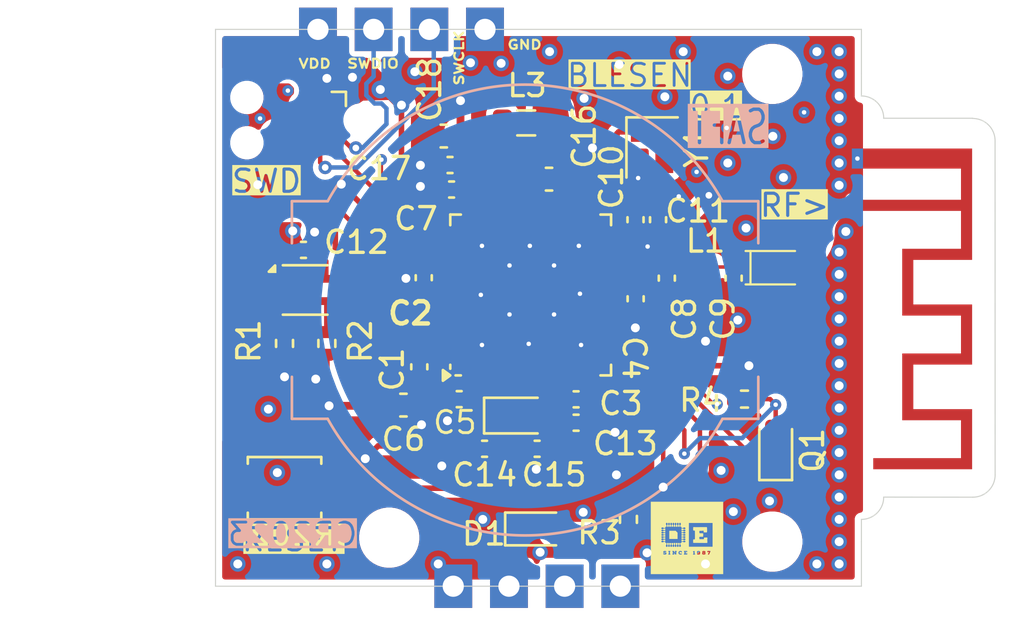
<source format=kicad_pcb>
(kicad_pcb (version 20240108) (generator "pcbnew") (generator_version "8.0")
  (layers (0 "F.Cu" signal) (1 "In1.Cu" signal) (2 "In2.Cu" signal) (31 "B.Cu" signal) (34 "B.Paste" user) (35 "F.Paste" user) (36 "B.SilkS" user "B.Silkscreen") (37 "F.SilkS" user "F.Silkscreen") (38 "B.Mask" user) (39 "F.Mask" user) (44 "Edge.Cuts" user))
  (net 0 "")
  (net 1 "+3.3V")
  (net 2 "GND")
  (net 4 "/RF_FLT_OUT")
  (net 10 "/NRST")
  (net 11 "/SWDIO")
  (net 25 "/UART_TX")
  (net 26 "/UART_RX")
  (net 28 "/RF_ST_PIN")
  (net 30 "/RF_FLT_IN")
  (net 31 "/OSC_OUT")
  (net 32 "/OSC_IN")
  (net 34 "SDA")
  (net 35 "SCL")
  (net 37 "/SWDCLK")
  (net 38 "Net-(U1-PC14)")
  (net 39 "Net-(U1-PC15)")
  (net 40 "/VFBSMPS")
  (net 41 "Net-(D1-A)")
  (net 42 "/SMPSX")
  (net 43 "/SMPSXL")
  (net 44 "LED")
  (net 45 "PHOTO_OUT")
  (net 46 "PHOTO_V")
  (footprint "Inductor_SMD:L_0402_1005Metric" (layer "F.Cu") (at 142.89 83.13 90)
    (property "Reference" "L2" (hide yes))
    (property "Value" "10nH")
  )
  (footprint "Button_Switch_SMD:SW_SPST_B3U-1000P" (layer "F.Cu") (at 133.1 97.6 180)
    (property "Reference" "RST1" (hide yes))
    (property "Value" "B3U-1000P")
  )
  (footprint "Capacitor_SMD:C_0402_1005Metric" (layer "F.Cu") (at 146.19 93.61)
    (property "Reference" "C3")
    (property "Value" "100n")
  )
  (footprint "DLF162500LT-5028A1:DLF162500LT-5028A1" (layer "F.Cu") (at 155.02 87.7)
    (property "Reference" "FLT1" (hide yes))
    (property "Value" "DLF162500LT-5028A1")
  )
  (footprint "Connector_JST:JST_XH_B4B-XH-A_1x04_P2.50mm_Vertical" (layer "F.Cu") (at 148.175 102 180)
    (property "Reference" "J3" (hide yes))
    (property "Value" "Conn_01x04_Pin" (hide yes))
  )
  (footprint "Capacitor_SMD:C_0402_1005Metric" (layer "F.Cu") (at 148.863 89.0944 -90)
    (property "Reference" "C4")
    (property "Value" "100n")
  )
  (footprint "Resistor_SMD:R_0402_1005Metric" (layer "F.Cu") (at 135 91.1 90)
    (property "Reference" "R1")
    (property "Value" "10k")
  )
  (footprint "Diode_SMD:D_0603_1608Metric" (layer "F.Cu") (at 155.15 95.75 90)
    (property "Reference" "Q1")
    (property "Value" "Q_Photo_NPN")
  )
  (footprint "Capacitor_SMD:C_0402_1005Metric" (layer "F.Cu") (at 139.35 88.15 -90)
    (property "Reference" "C2")
    (property "Value" "100n")
  )
  (footprint "MountingHole:MountingHole_2.2mm_M2_DIN965" (layer "F.Cu") (at 155 79)
    (property "Reference" "H4" (hide yes))
    (property "Value" "MountingHole")
  )
  (footprint "Capacitor_SMD:C_0603_1608Metric" (layer "F.Cu") (at 144.975 83.725)
    (property "Reference" "C16")
    (property "Value" "4u7")
  )
  (footprint "Crystal:Crystal_SMD_2012-2Pin_2.0x1.2mm" (layer "F.Cu") (at 143.26 94.34)
    (property "Reference" "Y2" (hide yes))
    (property "Value" "Crystal")
  )
  (footprint "Resistor_SMD:R_0402_1005Metric" (layer "F.Cu") (at 133.1 91.1 90)
    (property "Reference" "R2")
    (property "Value" "10k")
  )
  (footprint "Capacitor_SMD:C_0402_1005Metric" (layer "F.Cu") (at 146.19 94.66)
    (property "Reference" "C13")
    (property "Value" "100n")
  )
  (footprint "Capacitor_SMD:C_0603_1608Metric" (layer "F.Cu") (at 140.25 81.79 180)
    (property "Reference" "C18")
    (property "Value" "4u7")
  )
  (footprint "Capacitor_SMD:C_0402_1005Metric" (layer "F.Cu") (at 144.44 95.83)
    (property "Reference" "C15")
    (property "Value" "10p")
  )
  (footprint "Capacitor_SMD:C_0402_1005Metric" (layer "F.Cu") (at 150.263 88.1694 -90)
    (property "Reference" "C8")
    (property "Value" "0p8")
  )
  (footprint "Capacitor_SMD:C_0402_1005Metric" (layer "F.Cu") (at 133.95 86.9 180)
    (property "Reference" "C12")
    (property "Value" "100n")
  )
  (footprint "Capacitor_SMD:C_0402_1005Metric" (layer "F.Cu") (at 148.858018 85.5444 90)
    (property "Reference" "C10")
    (property "Value" "100p")
  )
  (footprint "Capacitor_SMD:C_0402_1005Metric" (layer "F.Cu") (at 149.869678 85.5444 90)
    (property "Reference" "C11")
    (property "Value" "100n")
  )
  (footprint "Sensor_Humidity:Sensirion_DFN-4-1EP_2x2mm_P1mm_EP0.7x1.6mm" (layer "F.Cu") (at 134.025 88.7)
    (property "Reference" "U2" (hide yes))
    (property "Value" "SHTC3")
  )
  (footprint "Capacitor_SMD:C_0402_1005Metric" (layer "F.Cu") (at 139.15 92.15 -90)
    (property "Reference" "C1")
    (property "Value" "100n")
  )
  (footprint "Resistor_SMD:R_0402_1005Metric" (layer "F.Cu") (at 148.54 99 90)
    (property "Reference" "R3")
    (property "Value" "1k")
  )
  (footprint "Capacitor_SMD:C_0402_1005Metric" (layer "F.Cu") (at 140.6 84.19 180)
    (property "Reference" "C7")
    (property "Value" "100n")
  )
  (footprint "Connector_JST:JST_XH_B4B-XH-A_1x04_P2.50mm_Vertical" (layer "F.Cu") (at 134.6 77)
    (property "Reference" "J2" (hide yes))
    (property "Value" "Conn_01x04_Pin" (hide yes))
  )
  (footprint "MountingHole:MountingHole_2.2mm_M2_DIN965" (layer "F.Cu") (at 155 100)
    (property "Reference" "H2" (hide yes))
    (property "Value" "MountingHole")
  )
  (footprint "Inductor_SMD:L_0805_2012Metric" (layer "F.Cu") (at 143.95 81.2)
    (property "Reference" "L3")
    (property "Value" "10uH")
  )
  (footprint "Inductor_SMD:L_0402_1005Metric" (layer "F.Cu") (at 151.763 87.6694)
    (property "Reference" "L1")
    (property "Value" "2nH7")
  )
  (footprint "Resistor_SMD:R_0402_1005Metric" (layer "F.Cu") (at 153.75 93.6)
    (property "Reference" "R4")
    (property "Value" "470")
  )
  (footprint "LED_SMD:LED_0603_1608Metric" (layer "F.Cu") (at 144.49 99.43)
    (property "Reference" "D1")
    (property "Value" "LED")
  )
  (footprint "Capacitor_SMD:C_0603_1608Metric" (layer "F.Cu") (at 138.438 93.8694)
    (property "Reference" "C6")
    (property "Value" "4u7")
  )
  (footprint "RF_Antenna:Texas_SWRA117D_2.4GHz_Right" (layer "F.Cu") (at 158.82 84.9 -90)
    (property "Reference" "AE1" (hide yes))
    (property "Value" "Antenna")
  )
  (footprint "Capacitor_SMD:C_0402_1005Metric" (layer "F.Cu") (at 142.08 95.83 180)
    (property "Reference" "C14")
    (property "Value" "10p")
  )
  (footprint "Capacitor_SMD:C_0402_1005Metric" (layer "F.Cu") (at 153.263 88.1694 -90)
    (property "Reference" "C9")
    (property "Value" "0p3")
  )
  (footprint "Capacitor_SMD:C_0402_1005Metric" (layer "F.Cu") (at 140.53 83.09 180)
    (property "Reference" "C17")
    (property "Value" "100n")
  )
  (footprint "MountingHole:MountingHole_2.2mm_M2_DIN965" (layer "F.Cu") (at 137.8 99.82)
    (property "Reference" "H3" (hide yes))
    (property "Value" "MountingHole")
  )
  (footprint "Capacitor_SMD:C_0402_1005Metric" (layer "F.Cu") (at 140.9412 93.6024 180)
    (property "Reference" "C5")
    (property "Value" "100n")
  )
  (footprint "Crystal:Crystal_SMD_2016-4Pin_2.0x1.6mm" (layer "F.Cu") (at 149.6 82.3 -90)
    (property "Reference" "Y1")
    (property "Value" "32 Mhz")
  )
  (footprint "Connector:Tag-Connect_TC2030-IDC-NL_2x03_P1.27mm_Vertical" (layer "F.Cu") (at 133.95 81.075 180)
    (property "Reference" "J1" (hide yes))
    (property "Value" "Conn_ARM_SWD_TagConnect_TC2030")
  )
  (footprint "Package_DFN_QFN:QFN-48-1EP_7x7mm_P0.5mm_EP5.6x5.6mm" (layer "F.Cu") (at 144.15 88.925 90)
    (property "Reference" "U1" (hide yes))
    (property "Value" "STM32WB55CGUx" (hide yes))
  )
  (footprint "Battery:BatteryHolder_MPD_BC2003_1x2032" (layer "B.Cu") (at 143.9 89.6 180)
    (property "Reference" "BT1" (hide yes))
    (property "Value" "Battery_Cell")
  )
  (gr_poly (pts (xy 151.485416 99.344488) (xy 151.502773 99.345124) (xy 151.525283 99.346119) (xy 151.554345 99.347132) (xy 151.580241 99.347817) (xy 151.600099 99.348138) (xy 151.606865 99.348151) (xy 151.611043 99.348059) (xy 151.684677 99.347089) (xy 151.842712 99.346119) (xy 152.0608 99.345343) (xy 152.065456 99.362806) (xy 152.066647 99.36885) (xy 152.06774 99.377033) (xy 152.06961 99.398622) (xy 152.071016 99.425186) (xy 152.071908 99.454338) (xy 152.072236 99.48369) (xy 152.07195 99.510855) (xy 152.071 99.533445) (xy 152.070261 99.542278) (xy 152.069337 99.549072) (xy 152.067086 99.561907) (xy 152.066037 99.567021) (xy 152.064862 99.571349) (xy 152.063428 99.574954) (xy 152.062572 99.576505) (xy 152.061601 99.577899) (xy 152.0605 99.579143) (xy 152.05925 99.580246) (xy 152.057835 99.581214) (xy 152.05624 99.582057) (xy 152.054446 99.582781) (xy 152.052439 99.583395) (xy 152.047713 99.584323) (xy 152.04193 99.584903) (xy 152.034957 99.585198) (xy 152.026661 99.58527) (xy 152.016908 99.585181) (xy 151.992502 99.584773) (xy 151.972067 99.584357) (xy 151.963638 99.584147) (xy 151.956285 99.583918) (xy 151.949921 99.583661) (xy 151.947083 99.583517) (xy 151.944459 99.583361) (xy 151.94204 99.583192) (xy 151.939813 99.583009) (xy 151.937768 99.582808) (xy 151.935894 99.58259) (xy 151.934181 99.582353) (xy 151.932617 99.582095) (xy 151.931191 99.581815) (xy 151.929894 99.58151) (xy 151.928713 99.581181) (xy 151.927638 99.580825) (xy 151.926658 99.58044) (xy 151.925762 99.580026) (xy 151.92494 99.57958) (xy 151.92418 99.579102) (xy 151.923472 99.578589) (xy 151.922804 99.578041) (xy 151.922166 99.577455) (xy 151.921548 99.576831) (xy 151.920937 99.576166) (xy 151.920323 99.57546) (xy 151.919222 99.5741) (xy 151.918245 99.572766) (xy 151.917389 99.571428) (xy 151.916649 99.570058) (xy 151.916023 99.568626) (xy 151.915508 99.567104) (xy 151.915099 99.565463) (xy 151.914794 99.563673) (xy 151.914588 99.561706) (xy 151.91448 99.559532) (xy 151.914465 99.557124) (xy 151.914539 99.55445) (xy 151.9147 99.551484) (xy 151.914944 99.548195) (xy 151.915667 99.540535) (xy 151.916542 99.531817) (xy 151.916855 99.528273) (xy 151.917067 99.525213) (xy 151.917133 99.52385) (xy 151.917169 99.522592) (xy 151.917174 99.521432) (xy 151.917147 99.520364) (xy 151.917086 99.519384) (xy 151.91699 99.518486) (xy 151.916857 99.517664) (xy 151.916685 99.516912) (xy 151.916474 99.516225) (xy 151.916222 99.515597) (xy 151.915927 99.515023) (xy 151.915587 99.514497) (xy 151.915202 99.514013) (xy 151.91477 99.513565) (xy 151.914288 99.513149) (xy 151.913757 99.512759) (xy 151.913174 99.512388) (xy 151.912537 99.512032) (xy 151.911846 99.511684) (xy 151.911099 99.511339) (xy 151.90943 99.510636) (xy 151.907518 99.509879) (xy 151.905956 99.509397) (xy 151.904321 99.508971) (xy 151.902601 99.508604) (xy 151.900787 99.508296) (xy 151.898869 99.50805) (xy 151.896835 99.507866) (xy 151.894677 99.507748) (xy 151.892383 99.507696) (xy 151.889944 99.507712) (xy 151.887349 99.507798) (xy 151.881651 99.508187) (xy 151.875207 99.508876) (xy 151.867936 99.509879) (xy 151.861171 99.510731) (xy 151.852741 99.511528) (xy 151.842984 99.512252) (xy 151.832235 99.512886) (xy 151.820831 99.513411) (xy 151.809109 99.513808) (xy 151.797405 99.514059) (xy 151.786056 99.514147) (xy 151.778406 99.514161) (xy 151.771442 99.514206) (xy 151.76513 99.514285) (xy 151.759438 99.514402) (xy 151.754333 99.514559) (xy 151.749781 99.514761) (xy 151.745749 99.515011) (xy 151.742206 99.515311) (xy 151.739117 99.515667) (xy 151.73645 99.51608) (xy 151.735265 99.516309) (xy 151.734172 99.516555) (xy 151.733169 99.516816) (xy 151.73225 99.517094) (xy 151.731412 99.517389) (xy 151.73065 99.517702) (xy 151.729962 99.518032) (xy 151.729341 99.518381) (xy 151.728785 99.518749) (xy 151.728288 99.519135) (xy 151.727848 99.519542) (xy 151.72746 99.519968) (xy 151.7268 99.52099) (xy 151.726203 99.522435) (xy 151.725191 99.52648) (xy 151.724415 99.531871) (xy 151.723864 99.538376) (xy 151.72353 99.545764) (xy 151.723401 99.553802) (xy 151.723469 99.562258) (xy 151.723725 99.5709) (xy 151.724157 99.579497) (xy 151.724758 99.587817) (xy 151.725516 99.595628) (xy 151.726423 99.602697) (xy 151.727468 99.608793) (xy 151.728643 99.613684) (xy 151.729937 99.617137) (xy 151.730626 99.618253) (xy 151.73134 99.618922) (xy 151.732275 99.619286) (xy 151.733889 99.619646) (xy 151.738998 99.620347) (xy 151.746354 99.621003) (xy 151.755642 99.62159) (xy 151.76655 99.622087) (xy 151.778762 99.622469) (xy 151.791966 99.622716) (xy 151.805847 99.622803) (xy 151.8198 99.622874) (xy 151.833217 99.623082) (xy 151.845779 99.623417) (xy 151.857167 99.62387) (xy 151.867064 99.624432) (xy 151.875151 99.625095) (xy 151.878417 99.625461) (xy 151.88111 99.625848) (xy 151.883192 99.626256) (xy 151.884622 99.626683) (xy 151.885492 99.627056) (xy 151.886352 99.627514) (xy 151.887202 99.628055) (xy 151.88804 99.628674) (xy 151.888863 99.629366) (xy 151.889669 99.630126) (xy 151.891225 99.631837) (xy 151.892693 99.633771) (xy 151.894056 99.635892) (xy 151.8953 99.638166) (xy 151.89641 99.640556) (xy 151.897369 99.643029) (xy 151.898163 99.645548) (xy 151.898776 99.648079) (xy 151.899193 99.650585) (xy 151.899398 99.653033) (xy 151.899377 99.655386) (xy 151.899276 99.656516) (xy 151.899113 99.657609) (xy 151.898886 99.658662) (xy 151.898592 99.659668) (xy 151.898302 99.661447) (xy 151.898016 99.665168) (xy 151.897477 99.67747) (xy 151.89701 99.694648) (xy 151.896652 99.714772) (xy 151.896573 99.723096) (xy 151.896476 99.730502) (xy 151.896352 99.737058) (xy 151.896191 99.742827) (xy 151.895985 99.747875) (xy 151.895724 99.752268) (xy 151.895571 99.75424) (xy 151.8954 99.756071) (xy 151.895211 99.757772) (xy 151.895003 99.75935) (xy 151.894774 99.760813) (xy 151.894524 99.762169) (xy 151.894251 99.763426) (xy 151.893954 99.764594) (xy 151.893632 99.765679) (xy 151.893284 99.76669) (xy 151.892908 99.767636) (xy 151.892505 99.768524) (xy 151.892071 99.769362) (xy 151.891607 99.770159) (xy 151.891111 99.770923) (xy 151.890583 99.771662) (xy 151.89002 99.772384) (xy 151.889422 99.773098) (xy 151.888115 99.774532) (xy 151.886825 99.775707) (xy 151.885559 99.776758) (xy 151.884298 99.777693) (xy 151.883022 99.778516) (xy 151.881709 99.779232) (xy 151.880339 99.779846) (xy 151.878891 99.780364) (xy 151.877346 99.78079) (xy 151.875683 99.78113) (xy 151.873881 99.781388) (xy 151.87192 99.78157) (xy 151.869779 99.781681) (xy 151.867438 99.781726) (xy 151.864877 99.781711) (xy 151.859011 99.781518) (xy 151.845808 99.780949) (xy 151.829712 99.780681) (xy 151.811944 99.780685) (xy 151.79372 99.780935) (xy 151.776261 99.781404) (xy 151.760784 99.782063) (xy 151.748509 99.782886) (xy 151.743953 99.783351) (xy 151.740654 99.783846) (xy 151.737392 99.784562) (xy 151.734444 99.785555) (xy 151.733086 99.786159) (xy 151.731804 99.786838) (xy 151.730598 99.787592) (xy 151.729467 99.788424) (xy 151.72841 99.789334) (xy 151.727428 99.790326) (xy 151.726518 99.791399) (xy 151.725681 99.792557) (xy 151.724916 99.7938) (xy 151.724222 99.79513) (xy 151.723599 99.796549) (xy 151.723046 99.798058) (xy 151.722147 99.801355) (xy 151.72152 99.805034) (xy 151.721161 99.809106) (xy 151.721063 99.813587) (xy 151.721222 99.818488) (xy 151.721634 99.823822) (xy 151.722292 99.829604) (xy 151.723191 99.835845) (xy 151.724043 99.84151) (xy 151.72484 99.847329) (xy 151.725565 99.85313) (xy 151.726199 99.858741) (xy 151.726723 99.863987) (xy 151.72712 99.868697) (xy 151.727372 99.872697) (xy 151.72746 99.875815) (xy 151.72746 99.888621) (xy 151.82719 99.887845) (xy 151.927308 99.886681) (xy 151.928472 99.856024) (xy 151.928632 99.852016) (xy 151.928821 99.848283) (xy 151.929042 99.844815) (xy 151.929297 99.841606) (xy 151.929589 99.838646) (xy 151.929919 99.835929) (xy 151.93029 99.833446) (xy 151.930704 99.831189) (xy 151.931164 99.82915) (xy 151.931671 99.827322) (xy 151.931943 99.826484) (xy 151.932228 99.825696) (xy 151.932527 99.824956) (xy 151.932838 99.824264) (xy 151.933163 99.823619) (xy 151.933503 99.823019) (xy 151.933856 99.822464) (xy 151.934224 99.821953) (xy 151.934606 99.821484) (xy 151.935004 99.821057) (xy 151.935417 99.82067) (xy 151.935846 99.820323) (xy 151.936839 99.819618) (xy 151.93823 99.818957) (xy 151.940032 99.81834) (xy 151.942261 99.817764) (xy 151.948056 99.816735) (xy 151.955733 99.81586) (xy 151.965412 99.815131) (xy 151.97721 99.814539) (xy 151.991245 99.814073) (xy 152.007636 99.813726) (xy 152.018354 99.813459) (xy 152.027861 99.813243) (xy 152.036237 99.813086) (xy 152.043561 99.812992) (xy 152.049915 99.81297) (xy 152.052753 99.812987) (xy 152.055378 99.813024) (xy 152.057801 99.813081) (xy 152.06003 99.81316) (xy 152.062078 99.813262) (xy 152.063952 99.813387) (xy 152.065665 99.813535) (xy 152.067224 99.813708) (xy 152.068641 99.813907) (xy 152.069926 99.814132) (xy 152.071088 99.814383) (xy 152.072137 99.814663) (xy 152.073084 99.814971) (xy 152.073939 99.815309) (xy 152.074711 99.815676) (xy 152.075411 99.816075) (xy 152.076048 99.816505) (xy 152.076633 99.816968) (xy 152.077176 99.817464) (xy 152.077686 99.817994) (xy 152.078174 99.818558) (xy 152.07865 99.819159) (xy 152.080165 99.821449) (xy 152.081507 99.823816) (xy 152.082677 99.826273) (xy 152.083677 99.828836) (xy 152.084506 99.831517) (xy 152.085164 99.834329) (xy 152.085654 99.837288) (xy 152.085975 99.840405) (xy 152.086127 99.843695) (xy 152.086112 99.847172) (xy 152.085929 99.850848) (xy 152.08558 99.854739) (xy 152.085066 99.858857) (xy 152.084385 99.863215) (xy 152.08354 99.867829) (xy 152.082531 99.872711) (xy 152.081128 99.880484) (xy 152.080111 99.888403) (xy 152.079468 99.89694) (xy 152.079184 99.906568) (xy 152.079245 99.917761) (xy 152.079638 99.930992) (xy 152.08035 99.946732) (xy 152.081367 99.965456) (xy 152.08217 99.978639) (xy 152.082828 99.990446) (xy 152.083331 100.000957) (xy 152.083671 100.010252) (xy 152.083776 100.014468) (xy 152.083837 100.01841) (xy 152.083853 100.022087) (xy 152.083822 100.02551) (xy 152.083744 100.028689) (xy 152.083616 100.031633) (xy 152.083439 100.034353) (xy 152.08321 100.036858) (xy 152.082929 100.039159) (xy 152.082594 100.041264) (xy 152.082205 100.043185) (xy 152.081761 100.044931) (xy 152.081259 100.046513) (xy 152.0807 100.047939) (xy 152.080081 100.049221) (xy 152.079402 100.050367) (xy 152.078662 100.051389) (xy 152.077859 100.052295) (xy 152.076992 100.053096) (xy 152.076061 100.053802) (xy 152.075064 100.054423) (xy 152.074 100.054968) (xy 152.072867 100.055448) (xy 152.071665 100.055873) (xy 152.067233 100.056545) (xy 152.057816 100.057104) (xy 152.02636 100.057862) (xy 151.981951 100.05811) (xy 151.929249 100.057813) (xy 151.623849 100.055873) (xy 151.579878 100.055688) (xy 151.543115 100.055412) (xy 151.513092 100.055027) (xy 151.489339 100.054515) (xy 151.471389 100.053857) (xy 151.464444 100.053467) (xy 151.458774 100.053035) (xy 151.45432 100.052557) (xy 151.451024 100.052032) (xy 151.448827 100.051456) (xy 151.448123 100.051149) (xy 151.447672 100.050828) (xy 151.447043 100.049838) (xy 151.446466 100.048205) (xy 151.445465 100.043175) (xy 151.444663 100.036071) (xy 151.444058 100.027223) (xy 151.443415 100.005623) (xy 151.4435 99.981027) (xy 151.444276 99.956084) (xy 151.445707 99.933447) (xy 151.446657 99.923822) (xy 151.447757 99.915767) (xy 151.449002 99.909615) (xy 151.450388 99.905695) (xy 151.451629 99.903549) (xy 151.453025 99.901622) (xy 151.45378 99.900741) (xy 151.454574 99.899916) (xy 151.455406 99.899146) (xy 151.456276 99.898431) (xy 151.457184 99.897773) (xy 151.45813 99.89717) (xy 151.459114 99.896623) (xy 151.460136 99.896132) (xy 151.461195 99.895697) (xy 151.462293 99.895319) (xy 151.463428 99.894998) (xy 151.464601 99.894733) (xy 151.467059 99.894374) (xy 151.469666 99.894243) (xy 151.472422 99.894342) (xy 151.475327 99.894672) (xy 151.478379 99.895234) (xy 151.481579 99.896029) (xy 151.484925 99.897058) (xy 151.488418 99.898322) (xy 151.489568 99.898726) (xy 151.490762 99.899066) (xy 151.491995 99.899343) (xy 151.493261 99.899558) (xy 151.494556 99.899715) (xy 151.495875 99.899813) (xy 151.497214 99.899856) (xy 151.498568 99.899844) (xy 151.499932 99.899779) (xy 151.501301 99.899663) (xy 151.502672 99.899498) (xy 151.504038 99.899284) (xy 151.505396 99.899024) (xy 151.506741 99.898719) (xy 151.508068 99.898372) (xy 151.509373 99.897983) (xy 151.51065 99.897554) (xy 151.511895 99.897087) (xy 151.513103 99.896583) (xy 151.51427 99.896045) (xy 151.515391 99.895473) (xy 151.516462 99.89487) (xy 151.517476 99.894236) (xy 151.518431 99.893575) (xy 151.519321 99.892886) (xy 151.520142 99.892173) (xy 151.520888 99.891436) (xy 151.521555 99.890677) (xy 151.522139 99.889898) (xy 151.522635 99.889101) (xy 151.523037 99.888286) (xy 151.523342 99.887457) (xy 151.524516 99.867535) (xy 151.525162 99.823179) (xy 151.525089 99.694253) (xy 151.523561 99.566856) (xy 151.522388 99.52441) (xy 151.521014 99.507162) (xy 151.520401 99.506662) (xy 151.519582 99.506182) (xy 151.51856 99.505724) (xy 151.51734 99.505289) (xy 151.515924 99.504878) (xy 151.514316 99.504495) (xy 151.512519 99.50414) (xy 151.510537 99.503815) (xy 151.50603 99.503263) (xy 151.500823 99.502851) (xy 151.494943 99.502594) (xy 151.488418 99.502506) (xy 151.482481 99.502456) (xy 151.477161 99.50229) (xy 151.472418 99.501981) (xy 151.470251 99.501766) (xy 151.468214 99.501505) (xy 151.466303 99.501196) (xy 151.464511 99.500836) (xy 151.462835 99.500421) (xy 151.461269 99.499948) (xy 151.459809 99.499413) (xy 151.45845 99.498815) (xy 151.457187 99.498149) (xy 151.456015 99.497412) (xy 151.45493 99.496602) (xy 151.453926 99.495714) (xy 151.452999 99.494746) (xy 151.452143 99.493695) (xy 151.451355 99.492557) (xy 151.45063 99.491329) (xy 151.449961 99.490008) (xy 151.449345 99.48859) (xy 151.448777 99.487073) (xy 151.448252 99.485454) (xy 151.447765 99.483728) (xy 151.447311 99.481894) (xy 151.446484 99.477885) (xy 151.445732 99.473401) (xy 151.445221 99.468605) (xy 151.444849 99.462369) (xy 151.444488 99.44648) (xy 151.444592 99.427535) (xy 151.445101 99.407335) (xy 151.445955 99.387681) (xy 151.447096 99.370373) (xy 151.448464 99.357212) (xy 151.449215 99.35275) (xy 151.45 99.35) (xy 151.450551 99.348835) (xy 151.451245 99.347812) (xy 151.45217 99.346926) (xy 151.453414 99.346174) (xy 151.455064 99.345551) (xy 151.45721 99.345054) (xy 151.459939 99.344679) (xy 151.463339 99.344421) (xy 151.472507 99.344243)) (stroke (width -0.000001)) (fill solid) (layer "F.SilkS"))
  (gr_poly (pts (xy 151.925654 100.449281) (xy 151.927224 100.449395) (xy 151.928756 100.449598) (xy 151.930244 100.449889) (xy 151.931683 100.450263) (xy 151.933067 100.450719) (xy 151.93439 100.451253) (xy 151.935648 100.451864) (xy 151.936834 100.452548) (xy 151.937943 100.453303) (xy 151.93897 100.454126) (xy 151.939908 100.455015) (xy 151.940753 100.455967) (xy 151.941498 100.45698) (xy 151.942139 100.45805) (xy 151.94267 100.459175) (xy 151.943085 100.460353) (xy 151.943378 100.461581) (xy 151.943545 100.462856) (xy 151.943579 100.464176) (xy 151.943475 100.465537) (xy 151.943227 100.466938) (xy 151.942831 100.468376) (xy 151.942468 100.469407) (xy 151.942039 100.47039) (xy 151.941544 100.471324) (xy 151.940987 100.472209) (xy 151.940372 100.473044) (xy 151.9397 100.473829) (xy 151.938974 100.474563) (xy 151.938198 100.475246) (xy 151.937375 100.475877) (xy 151.936506 100.476456) (xy 151.935595 100.476982) (xy 151.934645 100.477455) (xy 151.933659 100.477874) (xy 151.932639 100.478239) (xy 151.931588 100.47855) (xy 151.93051 100.478805) (xy 151.929407 100.479004) (xy 151.928281 100.479147) (xy 151.927136 100.479234) (xy 151.925975 100.479263) (xy 151.924799 100.479235) (xy 151.923614 100.479148) (xy 151.92242 100.479003) (xy 151.921221 100.478799) (xy 151.92002 100.478535) (xy 151.918819 100.47821) (xy 151.917622 100.477825) (xy 151.916431 100.477379) (xy 151.915249 100.476871) (xy 151.914079 100.476301) (xy 151.912924 100.475669) (xy 151.911786 100.474973) (xy 151.910761 100.474278) (xy 151.909795 100.473578) (xy 151.908888 100.472872) (xy 151.908041 100.472162) (xy 151.907253 100.471448) (xy 151.906525 100.470731) (xy 151.905858 100.470012) (xy 151.90525 100.469291) (xy 151.904703 100.46857) (xy 151.904216 100.46785) (xy 151.903789 100.46713) (xy 151.903423 100.466412) (xy 151.903118 100.465697) (xy 151.902874 100.464985) (xy 151.902692 100.464277) (xy 151.90257 100.463574) (xy 151.90251 100.462876) (xy 151.902511 100.462185) (xy 151.902574 100.461502) (xy 151.902699 100.460826) (xy 151.902885 100.460159) (xy 151.903134 100.459502) (xy 151.903445 100.458855) (xy 151.903819 100.45822) (xy 151.904255 100.457596) (xy 151.904754 100.456985) (xy 151.905315 100.456387) (xy 151.90594 100.455804) (xy 151.906627 100.455236) (xy 151.907378 100.454684) (xy 151.908192 100.454148) (xy 151.90907 100.45363) (xy 151.910717 100.452706) (xy 151.912382 100.451898) (xy 151.914058 100.451203) (xy 151.915741 100.450619) (xy 151.917424 100.450142) (xy 151.919102 100.44977) (xy 151.92077 100.4495) (xy 151.922421 100.449331) (xy 151.924051 100.449259)) (stroke (width -0.000001)) (fill solid) (layer "F.SilkS"))
  (gr_poly (pts (xy 151.68466 100.454794) (xy 151.68749 100.455036) (xy 151.690321 100.455411) (xy 151.693108 100.455913) (xy 151.695809 100.45654) (xy 151.69838 100.457286) (xy 151.700778 100.458148) (xy 151.702961 100.459122) (xy 151.704884 100.460205) (xy 151.705735 100.460785) (xy 151.706505 100.461391) (xy 151.708138 100.462893) (xy 151.70948 100.464411) (xy 151.710542 100.465938) (xy 151.711334 100.467468) (xy 151.711867 100.468994) (xy 151.712154 100.470509) (xy 151.712204 100.472007) (xy 151.712029 100.473481) (xy 151.711639 100.474924) (xy 151.711046 100.47633) (xy 151.710261 100.477692) (xy 151.709295 100.479003) (xy 151.708158 100.480257) (xy 151.706862 100.481447) (xy 151.705418 100.482566) (xy 151.703837 100.483607) (xy 151.70213 100.484564) (xy 151.700307 100.485431) (xy 151.69838 100.4862) (xy 151.69636 100.486865) (xy 151.694258 100.487419) (xy 151.692085 100.487855) (xy 151.689851 100.488167) (xy 151.687569 100.488349) (xy 151.685248 100.488392) (xy 151.682901 100.488292) (xy 151.680537 100.488041) (xy 151.678169 100.487632) (xy 151.675806 100.487058) (xy 151.67346 100.486314) (xy 151.671142 100.485392) (xy 151.668864 100.484286) (xy 151.668017 100.483781) (xy 151.667222 100.483214) (xy 151.66648 100.482588) (xy 151.665791 100.481909) (xy 151.665155 100.48118) (xy 151.664571 100.480405) (xy 151.664041 100.479587) (xy 151.663564 100.478732) (xy 151.663141 100.477843) (xy 151.662771 100.476923) (xy 151.662455 100.475977) (xy 151.662192 100.475009) (xy 151.661984 100.474023) (xy 151.66183 100.473023) (xy 151.66173 100.472012) (xy 151.661684 100.470995) (xy 151.661694 100.469976) (xy 151.661757 100.468959) (xy 151.661876 100.467947) (xy 151.66205 100.466945) (xy 151.662279 100.465956) (xy 151.662563 100.464986) (xy 151.662902 100.464036) (xy 151.663297 100.463113) (xy 151.663748 100.462219) (xy 151.664255 100.461358) (xy 151.664817 100.460535) (xy 151.665436 100.459754) (xy 151.666111 100.459018) (xy 151.666843 100.458331) (xy 151.667631 100.457698) (xy 151.668475 100.457122) (xy 151.669245 100.456706) (xy 151.670096 100.45633) (xy 151.672019 100.455698) (xy 151.674202 100.455222) (xy 151.6766 100.454897) (xy 151.679171 100.45472) (xy 151.681872 100.454687)) (stroke (width -0.000001)) (fill solid) (layer "F.SilkS"))
  (gr_poly (pts (xy 150.701829 99.553729) (xy 150.745679 99.597579) (xy 150.745679 99.878919) (xy 150.373146 99.878919) (xy 150.373146 99.510267) (xy 150.658367 99.510267)) (stroke (width -0.000001)) (fill solid) (layer "F.SilkS"))
  (gr_poly (pts (xy 152.794613 101.458306) (xy 149.542707 101.458306) (xy 149.542707 100.540517) (xy 150.101717 100.540517) (xy 150.101733 100.542) (xy 150.101794 100.543441) (xy 150.101901 100.544841) (xy 150.102054 100.546202) (xy 150.102253 100.547525) (xy 150.1025 100.548812) (xy 150.102795 100.550065) (xy 150.103138 100.551286) (xy 150.103531 100.552475) (xy 150.103973 100.553635) (xy 150.104466 100.554767) (xy 150.10501 100.555873) (xy 150.105606 100.556954) (xy 150.106254 100.558013) (xy 150.106956 100.55905) (xy 150.107711 100.560067) (xy 150.10852 100.561067) (xy 150.109385 100.56205) (xy 150.110305 100.563019) (xy 150.111281 100.563975) (xy 150.112315 100.564919) (xy 150.113406 100.565853) (xy 150.114555 100.566779) (xy 150.11703 100.568613) (xy 150.119746 100.570435) (xy 150.122086 100.571814) (xy 150.124335 100.573046) (xy 150.126537 100.57414) (xy 150.128738 100.575103) (xy 150.130981 100.575944) (xy 150.133313 100.576669) (xy 150.135778 100.577288) (xy 150.138421 100.577808) (xy 150.141286 100.578236) (xy 150.14442 100.578582) (xy 150.147866 100.578853) (xy 150.151669 100.579057) (xy 150.160529 100.579295) (xy 150.171357 100.57936) (xy 150.179163 100.579288) (xy 150.186312 100.57906) (xy 150.192847 100.578656) (xy 150.195898 100.578382) (xy 150.198812 100.578056) (xy 150.201594 100.577676) (xy 150.204249 100.57724) (xy 150.206783 100.576745) (xy 150.209201 100.576188) (xy 150.21151 100.575567) (xy 150.213713 100.57488) (xy 150.215817 100.574124) (xy 150.217827 100.573296) (xy 150.219748 100.572395) (xy 150.221586 100.571417) (xy 150.223345 100.570361) (xy 150.225033 100.569223) (xy 150.226653 100.568001) (xy 150.228212 100.566692) (xy 150.229714 100.565295) (xy 150.231166 100.563807) (xy 150.232572 100.562225) (xy 150.233938 100.560547) (xy 150.235269 100.55877) (xy 150.236572 100.556891) (xy 150.237191 100.55593) (xy 150.330834 100.55593) (xy 150.330905 100.558014) (xy 150.331042 100.560384) (xy 150.331236 100.563061) (xy 150.3324 100.57936) (xy 150.373922 100.580524) (xy 150.380789 100.580654) (xy 150.386872 100.580749) (xy 150.392225 100.580799) (xy 150.396902 100.580797) (xy 150.399004 100.580773) (xy 150.400956 100.580733) (xy 150.402766 100.580675) (xy 150.40444 100.580599) (xy 150.405986 100.580503) (xy 150.407409 100.580387) (xy 150.408716 100.580248) (xy 150.409914 100.580087) (xy 150.41101 100.579902) (xy 150.41201 100.579693) (xy 150.412922 100.579457) (xy 150.413751 100.579194) (xy 150.414504 100.578903) (xy 150.415189 100.578582) (xy 150.415811 100.578232) (xy 150.416378 100.57785) (xy 150.416896 100.577436) (xy 150.417371 100.576988) (xy 150.417811 100.576506) (xy 150.418222 100.575988) (xy 150.418612 100.575433) (xy 150.418985 100.574841) (xy 150.41935 100.57421) (xy 150.419713 100.573539) (xy 150.420302 100.572376) (xy 150.420832 100.571217) (xy 150.421304 100.570064) (xy 150.421719 100.568918) (xy 150.422076 100.567781) (xy 150.422377 100.566654) (xy 150.422622 100.565539) (xy 150.422811 100.564438) (xy 150.422945 100.563352) (xy 150.423024 100.562283) (xy 150.423049 100.561233) (xy 150.423021 100.560203) (xy 150.422939 100.559195) (xy 150.422805 100.558211) (xy 150.422619 100.557251) (xy 150.42238 100.556319) (xy 150.422091 100.555415) (xy 150.421751 100.554541) (xy 150.421361 100.553698) (xy 150.420921 100.552889) (xy 150.420433 100.552115) (xy 150.419895 100.551378) (xy 150.419309 100.550679) (xy 150.418676 100.550019) (xy 150.417995 100.549401) (xy 150.417268 100.548826) (xy 150.416494 100.548296) (xy 150.415675 100.547813) (xy 150.414811 100.547377) (xy 150.413902 100.546991) (xy 150.412948 100.546657) (xy 150.411951 100.546375) (xy 150.408747 100.545502) (xy 150.407446 100.544963) (xy 150.406325 100.544265) (xy 150.405367 100.54334) (xy 150.404557 100.542119) (xy 150.403879 100.540534) (xy 150.403317 100.538517) (xy 150.402855 100.536) (xy 150.402477 100.532914) (xy 150.402168 100.529192) (xy 150.401911 100.524765) (xy 150.401489 100.513524) (xy 150.401086 100.498644) (xy 150.399922 100.453242) (xy 150.410011 100.453242) (xy 150.411723 100.453229) (xy 150.413228 100.453173) (xy 150.414537 100.453052) (xy 150.415662 100.452841) (xy 150.416159 100.452695) (xy 150.416615 100.452517) (xy 150.417029 100.452304) (xy 150.417405 100.452055) (xy 150.417744 100.451765) (xy 150.418046 100.451431) (xy 150.418314 100.451051) (xy 150.418548 100.450622) (xy 150.418751 100.450141) (xy 150.418923 100.449604) (xy 150.419066 100.449009) (xy 150.419182 100.448353) (xy 150.419336 100.446845) (xy 150.419397 100.445056) (xy 150.419376 100.442962) (xy 150.419285 100.44054) (xy 150.418936 100.434615) (xy 150.418518 100.428061) (xy 150.512952 100.428061) (xy 150.513011 100.431111) (xy 150.513246 100.43458) (xy 150.513622 100.438495) (xy 150.513782 100.440429) (xy 150.513976 100.442163) (xy 150.514209 100.443704) (xy 150.514343 100.444406) (xy 150.514489 100.445062) (xy 150.514648 100.445675) (xy 150.514821 100.446245) (xy 150.515008 100.446773) (xy 150.515211 100.447261) (xy 150.51543 100.447709) (xy 150.515667 100.448119) (xy 150.51592 100.448491) (xy 150.516193 100.448827) (xy 150.516485 100.449128) (xy 150.516796 100.449395) (xy 150.517129 100.449629) (xy 150.517484 100.44983) (xy 150.51786 100.450001) (xy 150.518261 100.450141) (xy 150.518685 100.450253) (xy 150.519134 100.450337) (xy 150.519608 100.450394) (xy 150.520109 100.450426) (xy 150.520637 100.450433) (xy 150.521193 100.450417) (xy 150.521777 100.450378) (xy 150.522392 100.450317) (xy 150.523711 100.450137) (xy 150.526529 100.44986) (xy 150.52767 100.449938) (xy 150.528647 100.450246) (xy 150.529475 100.450851) (xy 150.530164 100.451815) (xy 150.530729 100.453205) (xy 150.531182 100.455085) (xy 150.531534 100.45752) (xy 150.531798 100.460574) (xy 150.532115 100.4688) (xy 150.532232 100.480283) (xy 150.532249 100.49554) (xy 150.532242 100.503481) (xy 150.532216 100.510467) (xy 150.532159 100.51656) (xy 150.532061 100.521824) (xy 150.531993 100.524165) (xy 150.53191 100.526322) (xy 150.531812 100.528304) (xy 150.531696 100.530117) (xy 150.531562 100.53177) (xy 150.531408 100.533271) (xy 150.531233 100.534628) (xy 150.531036 100.535849) (xy 150.530815 100.536941) (xy 150.530568 100.537913) (xy 150.530295 100.538772) (xy 150.529994 100.539526) (xy 150.529832 100.539866) (xy 150.529664 100.540183) (xy 150.529487 100.540478) (xy 150.529303 100.540751) (xy 150.52911 100.541004) (xy 150.52891 100.541238) (xy 150.528701 100.541454) (xy 150.528483 100.541652) (xy 150.528257 100.541834) (xy 150.528022 100.542) (xy 150.527525 100.542291) (xy 150.526991 100.542532) (xy 150.526418 100.542732) (xy 150.525805 100.542897) (xy 150.52515 100.543037) (xy 150.524453 100.543159) (xy 150.523711 100.543271) (xy 150.522332 100.543505) (xy 150.5211 100.543784) (xy 150.520006 100.544125) (xy 150.519043 100.544544) (xy 150.518608 100.544788) (xy 150.518202 100.545058) (xy 150.517826 100.545357) (xy 150.517477 100.545685) (xy 150.517155 100.546046) (xy 150.516858 100.546442) (xy 150.516586 100.546874) (xy 150.516338 100.547345) (xy 150.516113 100.547857) (xy 150.51591 100.548412) (xy 150.515564 100.54966) (xy 150.515293 100.551105) (xy 150.515089 100.552766) (xy 150.514945 100.554658) (xy 150.514851 100.556799) (xy 150.514801 100.559207) (xy 150.514786 100.561897) (xy 150.514786 100.57936) (xy 150.596278 100.57936) (xy 150.597442 100.560733) (xy 150.597636 100.557715) (xy 150.597777 100.555047) (xy 150.597856 100.55271) (xy 150.597871 100.551658) (xy 150.597866 100.55068) (xy 150.597843 100.549774) (xy 150.597799 100.548937) (xy 150.597734 100.548166) (xy 150.597647 100.547459) (xy 150.597536 100.546812) (xy 150.597401 100.546224) (xy 150.597241 100.545691) (xy 150.597054 100.545211) (xy 150.59684 100.544781) (xy 150.596598 100.544398) (xy 150.596326 100.54406) (xy 150.596025 100.543763) (xy 150.595692 100.543506) (xy 150.595326 100.543286) (xy 150.594928 100.543099) (xy 150.594495 100.542943) (xy 150.594027 100.542816) (xy 150.593523 100.542714) (xy 150.592982 100.542636) (xy 150.592402 100.542578) (xy 150.591124 100.542512) (xy 150.589681 100.542494) (xy 150.588169 100.542472) (xy 150.586829 100.542385) (xy 150.585649 100.542205) (xy 150.584618 100.541906) (xy 150.584155 100.541703) (xy 150.583726 100.541459) (xy 150.583329 100.541172) (xy 150.582962 100.540837) (xy 150.582625 100.540451) (xy 150.582315 100.540011) (xy 150.582032 100.539513) (xy 150.581774 100.538953) (xy 150.581329 100.537637) (xy 150.580969 100.536033) (xy 150.580682 100.534115) (xy 150.580459 100.531853) (xy 150.580287 100.529221) (xy 150.580158 100.526191) (xy 150.57998 100.518823) (xy 150.579203 100.495152) (xy 150.588517 100.505629) (xy 150.589521 100.506647) (xy 150.590493 100.507658) (xy 150.591429 100.508657) (xy 150.592324 100.509637) (xy 150.593174 100.510592) (xy 150.593974 100.511516) (xy 150.594719 100.512402) (xy 150.595405 100.513245) (xy 150.596027 100.514037) (xy 150.596581 100.514773) (xy 150.597062 100.515447) (xy 150.597466 100.516052) (xy 150.597788 100.516582) (xy 150.598024 100.517031) (xy 150.598108 100.517222) (xy 150.598169 100.517392) (xy 150.598206 100.517537) (xy 150.598218 100.517659) (xy 150.59824 100.517895) (xy 150.598305 100.518165) (xy 150.59841 100.518467) (xy 150.598552 100.518799) (xy 150.598727 100.519158) (xy 150.598934 100.519542) (xy 150.59917 100.519948) (xy 150.599431 100.520375) (xy 150.600018 100.521282) (xy 150.600674 100.522243) (xy 150.602099 100.524256) (xy 150.605112 100.527967) (xy 150.610199 100.534442) (xy 150.616669 100.54281) (xy 150.62383 100.552196) (xy 150.630862 100.561357) (xy 150.633831 100.565113) (xy 150.636502 100.568367) (xy 150.638923 100.571155) (xy 150.640055 100.572385) (xy 150.641142 100.573512) (xy 150.642192 100.574541) (xy 150.643209 100.575475) (xy 150.644201 100.57632) (xy 150.645173 100.57708) (xy 150.646131 100.577759) (xy 150.647082 100.578361) (xy 150.648031 100.578892) (xy 150.648985 100.579356) (xy 150.64995 100.579757) (xy 150.650932 100.580099) (xy 150.651936 100.580388) (xy 150.65297 100.580627) (xy 150.654039 100.580821) (xy 150.65515 100.580975) (xy 150.657519 100.581179) (xy 150.660128 100.581276) (xy 150.663023 100.5813) (xy 150.671204 100.581219) (xy 150.674502 100.580965) (xy 150.677321 100.580433) (xy 150.678562 100.580031) (xy 150.679699 100.579521) (xy 150.680734 100.578891) (xy 150.681673 100.578128) (xy 150.68252 100.577219) (xy 150.683281 100.576152) (xy 150.683959 100.574913) (xy 150.68456 100.57349) (xy 150.685549 100.570042) (xy 150.686284 100.565706) (xy 150.686803 100.560379) (xy 150.687143 100.55396) (xy 150.687439 100.53744) (xy 150.687471 100.51533) (xy 150.687487 100.497067) (xy 150.786791 100.497067) (xy 150.786871 100.50012) (xy 150.78705 100.503144) (xy 150.787329 100.506139) (xy 150.787706 100.509102) (xy 150.78818 100.512032) (xy 150.78875 100.514927) (xy 150.789414 100.517786) (xy 150.790173 100.520607) (xy 150.791024 100.523388) (xy 150.791967 100.526127) (xy 150.793 100.528824) (xy 150.794123 100.531476) (xy 150.795334 100.534081) (xy 150.796633 100.536639) (xy 150.798018 100.539147) (xy 150.799489 100.541605) (xy 150.801043 100.544009) (xy 150.802681 100.546359) (xy 150.804401 100.548653) (xy 150.806201 100.550889) (xy 150.808082 100.553065) (xy 150.810042 100.555181) (xy 150.812079 100.557235) (xy 150.814193 100.559224) (xy 150.816383 100.561147) (xy 150.818648 100.563002) (xy 150.820986 100.564789) (xy 150.823396 100.566504) (xy 150.825878 100.568148) (xy 150.82843 100.569717) (xy 150.831051 100.571211) (xy 150.835026 100.573057) (xy 150.839745 100.574665) (xy 150.845098 100.576035) (xy 150.850976 100.577165) (xy 150.857267 100.578054) (xy 150.863862 100.5787) (xy 150.87065 100.579104) (xy 150.877521 100.579263) (xy 150.884365 100.579176) (xy 150.891071 100.578843) (xy 150.89753 100.578262) (xy 150.90363 100.577432) (xy 150.909262 100.576351) (xy 150.914315 100.57502) (xy 150.918679 100.573436) (xy 150.920569 100.572549) (xy 150.922244 100.571599) (xy 150.926817 100.568722) (xy 150.930794 100.566173) (xy 150.93313 100.564614) (xy 151.02896 100.564614) (xy 151.02901 100.567555) (xy 151.029234 100.570136) (xy 151.029743 100.572378) (xy 151.030645 100.574303) (xy 151.032053 100.575932) (xy 151.034076 100.577288) (xy 151.036824 100.57839) (xy 151.040407 100.579263) (xy 151.044937 100.579926) (xy 151.050523 100.580401) (xy 151.057275 100.58071) (xy 151.065304 100.580875) (xy 151.085633 100.580859) (xy 151.112392 100.580524) (xy 151.178361 100.57936) (xy 151.179011 100.555642) (xy 151.436772 100.555642) (xy 151.436851 100.557791) (xy 151.437194 100.563061) (xy 151.438358 100.57936) (xy 151.477164 100.580524) (xy 151.486557 100.580779) (xy 151.494846 100.580949) (xy 151.502098 100.581011) (xy 151.508384 100.580942) (xy 151.511186 100.580852) (xy 151.513772 100.580721) (xy 151.516151 100.580547) (xy 151.51833 100.580326) (xy 151.52032 100.580056) (xy 151.522128 100.579734) (xy 151.523764 100.579357) (xy 151.525234 100.578923) (xy 151.526549 100.578429) (xy 151.527717 100.577871) (xy 151.528747 100.577248) (xy 151.529646 100.576556) (xy 151.530424 100.575793) (xy 151.53109 100.574956) (xy 151.531651 100.574042) (xy 151.532116 100.573048) (xy 151.532495 100.571972) (xy 151.532795 100.57081) (xy 151.533026 100.569561) (xy 151.533195 100.568221) (xy 151.533312 100.566787) (xy 151.533384 100.565257) (xy 151.533432 100.561897) (xy 151.533421 100.559293) (xy 151.533377 100.556997) (xy 151.533289 100.554989) (xy 151.533141 100.553251) (xy 151.533041 100.552477) (xy 151.53292 100.551763) (xy 151.532779 100.551107) (xy 151.532613 100.550506) (xy 151.532423 100.549958) (xy 151.532206 100.54946) (xy 151.531961 100.54901) (xy 151.531686 100.548606) (xy 151.531379 100.548246) (xy 151.531038 100.547926) (xy 151.530662 100.547644) (xy 151.530249 100.547398) (xy 151.529797 100.547186) (xy 151.529305 100.547005) (xy 151.528771 100.546853) (xy 151.528193 100.546727) (xy 151.52757 100.546625) (xy 151.526899 100.546544) (xy 151.52541 100.546437) (xy 151.523712 100.546387) (xy 151.52179 100.546375) (xy 151.517359 100.546488) (xy 151.515606 100.546429) (xy 151.514132 100.546114) (xy 151.512916 100.545411) (xy 151.511934 100.544185) (xy 151.511164 100.542304) (xy 151.510585 100.539633) (xy 151.510175 100.536038) (xy 151.50991 100.531387) (xy 151.50973 100.51838) (xy 151.510149 100.473809) (xy 151.510154 100.472976) (xy 151.615839 100.472976) (xy 151.61597 100.475965) (xy 151.616248 100.478979) (xy 151.616674 100.482013) (xy 151.617252 100.485062) (xy 151.617781 100.487384) (xy 151.618356 100.489556) (xy 151.618985 100.491593) (xy 151.619677 100.493509) (xy 151.620443 100.495317) (xy 151.62129 100.497034) (xy 151.622229 100.498671) (xy 151.623267 100.500245) (xy 151.624414 100.501768) (xy 151.62568 100.503256) (xy 151.627073 100.504722) (xy 151.628603 100.506181) (xy 151.630278 100.507647) (xy 151.632107 100.509133) (xy 151.634101 100.510655) (xy 151.636267 100.512226) (xy 151.638719 100.513947) (xy 151.641006 100.515476) (xy 151.643162 100.516824) (xy 151.645222 100.517998) (xy 151.647221 100.51901) (xy 151.649193 100.519866) (xy 151.651173 100.520577) (xy 151.653196 100.521151) (xy 151.655296 100.521599) (xy 151.657507 100.521928) (xy 151.659866 100.522147) (xy 151.662406 100.522267) (xy 151.665162 100.522296) (xy 151.668168 100.522243) (xy 151.675072 100.521928) (xy 151.67989 100.521585) (xy 151.684658 100.521151) (xy 151.689254 100.520645) (xy 151.693553 100.520084) (xy 151.697435 100.519487) (xy 151.700775 100.518872) (xy 151.702204 100.518563) (xy 151.703451 100.518256) (xy 151.704502 100.517954) (xy 151.705341 100.517659) (xy 151.70631 100.5172) (xy 151.707184 100.516846) (xy 151.707967 100.516599) (xy 151.708326 100.516517) (xy 151.708663 100.516464) (xy 151.708981 100.51644) (xy 151.709278 100.516446) (xy 151.709556 100.516481) (xy 151.709815 100.516547) (xy 151.710057 100.516644) (xy 151.71028 100.516772) (xy 151.710486 100.516933) (xy 151.710676 100.517125) (xy 151.71085 100.517351) (xy 151.711009 100.51761) (xy 151.711153 100.517903) (xy 151.711283 100.518231) (xy 151.711399 100.518594) (xy 151.711502 100.518992) (xy 151.711671 100.519896) (xy 151.711794 100.520949) (xy 151.711877 100.522153) (xy 151.711923 100.523512) (xy 151.711938 100.525032) (xy 151.711854 100.526925) (xy 151.711607 100.528744) (xy 151.711204 100.530489) (xy 151.710654 100.532157) (xy 151.709964 100.533746) (xy 151.709142 100.535253) (xy 151.708194 100.536676) (xy 151.707129 100.538014) (xy 151.705955 100.539263) (xy 151.704678 100.540422) (xy 151.703307 100.541489) (xy 151.701849 100.54246) (xy 151.700311 100.543335) (xy 151.698702 100.544111) (xy 151.697029 100.544785) (xy 151.6953 100.545356) (xy 151.693521 100.545822) (xy 151.691701 100.546179) (xy 151.689848 100.546426) (xy 151.687968 100.546561) (xy 151.68607 100.546581) (xy 151.684161 100.546484) (xy 151.682249 100.546269) (xy 151.680341 100.545932) (xy 151.678445 100.545472) (xy 151.676569 100.544887) (xy 151.67472 100.544174) (xy 151.672905 100.54333) (xy 151.671133 100.542355) (xy 151.669411 100.541245) (xy 151.667747 100.539999) (xy 151.666147 100.538614) (xy 151.665032 100.537567) (xy 151.663864 100.536609) (xy 151.662638 100.535736) (xy 151.661345 100.534946) (xy 151.659979 100.534235) (xy 151.658534 100.5336) (xy 151.657003 100.53304) (xy 151.655378 100.532551) (xy 151.653654 100.532129) (xy 151.651822 100.531774) (xy 151.649877 100.53148) (xy 151.647811 100.531247) (xy 151.645618 100.53107) (xy 151.643291 100.530948) (xy 151.640823 100.530876) (xy 151.638207 100.530853) (xy 151.63492 100.53086) (xy 151.632025 100.530891) (xy 151.6295 100.53096) (xy 151.627317 100.531083) (xy 151.626347 100.531169) (xy 151.625453 100.531274) (xy 151.624633 100.5314) (xy 151.623882 100.531549) (xy 151.623199 100.531721) (xy 151.62258 100.53192) (xy 151.622021 100.532148) (xy 151.621521 100.532405) (xy 151.621074 100.532694) (xy 151.62068 100.533017) (xy 151.620333 100.533375) (xy 151.620032 100.533771) (xy 151.619773 100.534206) (xy 151.619553 100.534682) (xy 151.619368 100.5352) (xy 151.619217 100.535764) (xy 151.619094 100.536374) (xy 151.618999 100.537033) (xy 151.618926 100.537742) (xy 151.618874 100.538503) (xy 151.618818 100.54019) (xy 151.618804 100.542107) (xy 151.618899 100.544653) (xy 151.619182 100.547125) (xy 151.61965 100.549522) (xy 151.620299 100.551841) (xy 151.621127 100.554082) (xy 151.62213 100.556244) (xy 151.623305 100.558324) (xy 151.624649 100.560321) (xy 151.62616 100.562234) (xy 151.627833 100.564062) (xy 151.629666 100.565802) (xy 151.631656 100.567454) (xy 151.636092 100.570488) (xy 151.641117 100.573151) (xy 151.646707 100.575432) (xy 151.652835 100.577319) (xy 151.659477 100.578802) (xy 151.666608 100.579869) (xy 151.674203 100.580508) (xy 151.682236 100.580709) (xy 151.690684 100.580459) (xy 151.69952 100.579748) (xy 151.70792 100.578653) (xy 151.715535 100.577226) (xy 151.722399 100.575419) (xy 151.72556 100.574357) (xy 151.728545 100.573181) (xy 151.731359 100.571885) (xy 151.734007 100.570464) (xy 151.736491 100.56891) (xy 151.738817 100.567217) (xy 151.740989 100.56538) (xy 151.743011 100.563392) (xy 151.744886 100.561247) (xy 151.74662 100.558938) (xy 151.748216 100.556461) (xy 151.749679 100.553807) (xy 151.751013 100.550972) (xy 151.752222 100.547949) (xy 151.75331 100.544732) (xy 151.754281 100.541315) (xy 151.755891 100.533854) (xy 151.75621 100.531629) (xy 151.847757 100.531629) (xy 151.847794 100.532545) (xy 151.847902 100.533543) (xy 151.848078 100.534615) (xy 151.848317 100.535754) (xy 151.848972 100.538205) (xy 151.849837 100.540839) (xy 151.850881 100.543598) (xy 151.852075 100.546424) (xy 151.853388 100.549261) (xy 151.854791 100.55205) (xy 151.856252 100.554735) (xy 151.857743 100.557258) (xy 151.859232 100.559561) (xy 151.86069 100.561588) (xy 151.862087 100.56328) (xy 151.862753 100.563983) (xy 151.863392 100.564581) (xy 151.864001 100.565067) (xy 151.864576 100.565433) (xy 151.865113 100.565672) (xy 151.865608 100.565778) (xy 151.866066 100.565805) (xy 151.866564 100.565884) (xy 151.867096 100.566013) (xy 151.867657 100.56619) (xy 151.86824 100.566413) (xy 151.868841 100.566678) (xy 151.869453 100.566985) (xy 151.87007 100.56733) (xy 151.870688 100.567712) (xy 151.8713 100.568127) (xy 151.8719 100.568575) (xy 151.872483 100.569052) (xy 151.873044 100.569556) (xy 151.873576 100.570086) (xy 151.874075 100.570638) (xy 151.874533 100.571211) (xy 151.875258 100.571927) (xy 151.876189 100.572619) (xy 151.878632 100.57393) (xy 151.881784 100.575136) (xy 151.885568 100.576231) (xy 151.889907 100.577208) (xy 151.894724 100.578059) (xy 151.899941 100.578779) (xy 151.90548 100.57936) (xy 151.911266 100.579795) (xy 151.917219 100.580078) (xy 151.923263 100.580202) (xy 151.929322 100.58016) (xy 151.935316 100.579945) (xy 151.941169 100.579551) (xy 151.946805 100.57897) (xy 151.952144 100.578196) (xy 151.957028 100.577245) (xy 151.961639 100.57614) (xy 151.965978 100.57488) (xy 151.968044 100.574193) (xy 151.970043 100.573466) (xy 151.971974 100.572701) (xy 151.973836 100.571897) (xy 151.97563 100.571055) (xy 151.977356 100.570174) (xy 151.979013 100.569254) (xy 151.980602 100.568296) (xy 151.982124 100.567299) (xy 151.983577 100.566263) (xy 151.984961 100.565188) (xy 151.986278 100.564075) (xy 151.987526 100.562924) (xy 151.988706 100.561734) (xy 151.989818 100.560505) (xy 151.990862 100.559237) (xy 151.991837 100.557931) (xy 151.992744 100.556586) (xy 151.993583 100.555202) (xy 151.994354 100.55378) (xy 151.995057 100.552319) (xy 151.995691 100.550819) (xy 151.996257 100.549281) (xy 151.996755 100.547704) (xy 151.997185 100.546089) (xy 151.997547 100.544435) (xy 151.99794 100.541328) (xy 151.99811 100.538005) (xy 151.998069 100.534516) (xy 151.997832 100.530907) (xy 151.99741 100.527229) (xy 151.996817 100.523528) (xy 151.996066 100.519853) (xy 151.99517 100.516252) (xy 151.994142 100.512775) (xy 151.992995 100.509468) (xy 151.991743 100.506381) (xy 151.990398 100.503562) (xy 151.988973 100.501058) (xy 151.988235 100.49994) (xy 151.987482 100.498919) (xy 151.986716 100.498002) (xy 151.985938 100.497193) (xy 151.985149 100.4965) (xy 151.984353 100.495928) (xy 151.983266 100.495235) (xy 151.982336 100.494603) (xy 151.981564 100.494021) (xy 151.981237 100.493746) (xy 151.980951 100.493478) (xy 151.980705 100.493218) (xy 151.9805 100.492962) (xy 151.980336 100.492711) (xy 151.980212 100.492463) (xy 151.98013 100.492215) (xy 151.980089 100.491967) (xy 151.98009 100.491718) (xy 151.980133 100.491465) (xy 151.980217 100.491208) (xy 151.980344 100.490945) (xy 151.980514 100.490674) (xy 151.980726 100.490395) (xy 151.980981 100.490105) (xy 151.981279 100.489804) (xy 151.981621 100.48949) (xy 151.982006 100.489161) (xy 151.982908 100.488454) (xy 151.983986 100.487673) (xy 151.985244 100.486804) (xy 151.986681 100.485838) (xy 151.987864 100.484891) (xy 151.988942 100.483932) (xy 151.989918 100.482952) (xy 151.990798 100.48194) (xy 151.991584 100.480884) (xy 151.992281 100.479774) (xy 151.992893 100.4786) (xy 151.993423 100.47735) (xy 151.993876 100.476013) (xy 151.994256 100.474579) (xy 151.994567 100.473038) (xy 151.994812 100.471377) (xy 151.994996 100.469587) (xy 151.995122 100.467657) (xy 151.995195 100.465575) (xy 151.995218 100.463331) (xy 151.995135 100.460205) (xy 151.994885 100.457224) (xy 151.994461 100.454376) (xy 151.994183 100.453) (xy 151.99386 100.451653) (xy 151.993491 100.450335) (xy 151.993077 100.449043) (xy 151.992616 100.447778) (xy 151.992108 100.446537) (xy 151.991552 100.44532) (xy 151.990947 100.444124) (xy 151.990294 100.442949) (xy 151.989591 100.441794) (xy 151.988839 100.440657) (xy 151.988035 100.439537) (xy 151.987181 100.438432) (xy 151.986275 100.437342) (xy 151.984305 100.435199) (xy 151.98412 100.435022) (xy 152.084845 100.435022) (xy 152.084877 100.439726) (xy 152.08501 100.444676) (xy 152.085247 100.449749) (xy 152.086411 100.474585) (xy 152.105814 100.474585) (xy 152.108846 100.474574) (xy 152.111554 100.474534) (xy 152.113958 100.474454) (xy 152.116079 100.474324) (xy 152.117041 100.474236) (xy 152.117939 100.474132) (xy 152.118778 100.47401) (xy 152.119559 100.473868) (xy 152.120285 100.473706) (xy 152.120959 100.473522) (xy 152.121583 100.473314) (xy 152.122161 100.473081) (xy 152.122694 100.472822) (xy 152.123185 100.472536) (xy 152.123637 100.472221) (xy 152.124053 100.471875) (xy 152.124435 100.471498) (xy 152.124786 100.471088) (xy 152.125108 100.470644) (xy 152.125405 100.470165) (xy 152.125678 100.469648) (xy 152.12593 100.469093) (xy 152.126164 100.468498) (xy 152.126383 100.467863) (xy 152.126589 100.467185) (xy 152.126785 100.466463) (xy 152.127157 100.464883) (xy 152.127532 100.463431) (xy 152.127941 100.462125) (xy 152.128399 100.460954) (xy 152.128921 100.459911) (xy 152.129211 100.459435) (xy 152.129523 100.458987) (xy 152.129859 100.458566) (xy 152.13022 100.458171) (xy 152.130608 100.457802) (xy 152.131027 100.457456) (xy 152.131476 100.457133) (xy 152.131959 100.456831) (xy 152.132477 100.45655) (xy 152.133033 100.456288) (xy 152.134263 100.455819) (xy 152.135664 100.455412) (xy 152.137252 100.455061) (xy 152.139043 100.454754) (xy 152.141052 100.454485) (xy 152.143294 100.454242) (xy 152.145784 100.454018) (xy 152.148524 100.453819) (xy 152.150934 100.453667) (xy 152.153029 100.45357) (xy 152.154824 100.453539) (xy 152.155614 100.453551) (xy 152.156335 100.453582) (xy 152.156989 100.453635) (xy 152.157578 100.453711) (xy 152.158103 100.45381) (xy 152.158566 100.453934) (xy 152.158971 100.454083) (xy 152.159317 100.45426) (xy 152.159608 100.454466) (xy 152.159845 100.454701) (xy 152.16003 100.454967) (xy 152.160165 100.455265) (xy 152.160252 100.455596) (xy 152.160293 100.455961) (xy 152.16029 100.456363) (xy 152.160245 100.456801) (xy 152.160159 100.457277) (xy 152.160035 100.457793) (xy 152.159874 100.458349) (xy 152.159679 100.458946) (xy 152.159192 100.460272) (xy 152.15859 100.461779) (xy 152.156104 100.467847) (xy 152.15209 100.477071) (xy 152.140933 100.501749) (xy 152.12803 100.529337) (xy 152.116292 100.55336) (xy 152.114207 100.557703) (xy 152.112477 100.56158) (xy 152.111118 100.565017) (xy 152.110584 100.566578) (xy 152.110149 100.568039) (xy 152.109816 100.569403) (xy 152.109587 100.570673) (xy 152.109464 100.571852) (xy 152.10945 100.572944) (xy 152.109546 100.573951) (xy 152.109755 100.574877) (xy 152.110078 100.575725) (xy 152.110519 100.576498) (xy 152.111079 100.577199) (xy 152.111761 100.577832) (xy 152.112567 100.5784) (xy 152.113499 100.578906) (xy 152.114558 100.579353) (xy 152.115749 100.579744) (xy 152.117071 100.580083) (xy 152.118529 100.580372) (xy 152.121857 100.580816) (xy 152.125751 100.581102) (xy 152.130228 100.581255) (xy 152.135306 100.5813) (xy 152.139029 100.581255) (xy 152.142372 100.581088) (xy 152.145382 100.58075) (xy 152.148106 100.58019) (xy 152.149375 100.579812) (xy 152.150591 100.57936) (xy 152.151759 100.578828) (xy 152.152885 100.57821) (xy 152.153974 100.577499) (xy 152.155034 100.57669) (xy 152.156069 100.575776) (xy 152.157086 100.574752) (xy 152.159088 100.572345) (xy 152.161087 100.56942) (xy 152.16313 100.565927) (xy 152.165265 100.561818) (xy 152.167539 100.557043) (xy 152.169999 100.551552) (xy 152.175664 100.538226) (xy 152.180584 100.526734) (xy 152.185917 100.514609) (xy 152.197153 100.489864) (xy 152.208024 100.466793) (xy 152.217186 100.448197) (xy 152.217968 100.446712) (xy 152.21871 100.445175) (xy 152.21941 100.443598) (xy 152.220066 100.441994) (xy 152.220674 100.440374) (xy 152.221231 100.438749) (xy 152.221735 100.437133) (xy 152.222182 100.435537) (xy 152.22257 100.433972) (xy 152.222897 100.432451) (xy 152.223158 100.430986) (xy 152.223352 100.429588) (xy 152.223476 100.42827) (xy 152.223526 100.427044) (xy 152.2235 100.425921) (xy 152.223395 100.424913) (xy 152.222848 100.422093) (xy 152.222346 100.420948) (xy 152.221564 100.41996) (xy 152.220404 100.419115) (xy 152.21877 100.418399) (xy 152.216565 100.417798) (xy 152.213693 100.417298) (xy 152.210057 100.416884) (xy 152.205561 100.416542) (xy 152.193599 100.416019) (xy 152.155097 100.415212) (xy 152.136722 100.414998) (xy 152.128859 100.414952) (xy 152.121821 100.414951) (xy 152.115566 100.414999) (xy 152.110049 100.415096) (xy 152.105228 100.415247) (xy 152.10106 100.415455) (xy 152.097501 100.415721) (xy 152.095937 100.415878) (xy 152.094509 100.41605) (xy 152.093211 100.416238) (xy 152.092039 100.416443) (xy 152.090987 100.416665) (xy 152.090049 100.416904) (xy 152.089221 100.417161) (xy 152.088496 100.417435) (xy 152.087869 100.417728) (xy 152.087336 100.41804) (xy 152.08689 100.418371) (xy 152.086526 100.418721) (xy 152.086239 100.419091) (xy 152.086023 100.419481) (xy 152.085814 100.420183) (xy 152.085624 100.421116) (xy 152.085302 100.42361) (xy 152.085061 100.426841) (xy 152.084908 100.430686) (xy 152.084845 100.435022) (xy 151.98412 100.435022) (xy 151.982121 100.433099) (xy 151.979719 100.431031) (xy 151.977095 100.428984) (xy 151.974243 100.426948) (xy 151.971159 100.424913) (xy 151.968428 100.423501) (xy 151.964956 100.422178) (xy 151.960838 100.420955) (xy 151.95617 100.419838) (xy 151.951047 100.418838) (xy 151.945565 100.417963) (xy 151.939819 100.41722) (xy 151.933905 100.416619) (xy 151.927919 100.416168) (xy 151.921954 100.415875) (xy 151.916109 100.41575) (xy 151.910477 100.4158) (xy 151.905154 100.416035) (xy 151.900235 100.416462) (xy 151.895818 100.417091) (xy 151.891995 100.417929) (xy 151.889381 100.418682) (xy 151.88685 100.419555) (xy 151.884406 100.420546) (xy 151.882049 100.421648) (xy 151.879783 100.422858) (xy 151.877608 100.424171) (xy 151.875528 100.425583) (xy 151.873545 100.42709) (xy 151.871659 100.428688) (xy 151.869874 100.430371) (xy 151.868191 100.432136) (xy 151.866613 100.433979) (xy 151.865142 100.435895) (xy 151.863779 100.437879) (xy 151.862527 100.439928) (xy 151.861388 100.442036) (xy 151.860363 100.444201) (xy 151.859455 100.446417) (xy 151.858667 100.44868) (xy 151.857999 100.450985) (xy 151.857454 100.453329) (xy 151.857035 100.455707) (xy 151.856742 100.458115) (xy 151.856579 100.460548) (xy 151.856547 100.463002) (xy 151.856649 100.465473) (xy 151.856886 100.467956) (xy 151.857261 100.470447) (xy 151.857775 100.472942) (xy 151.85843 100.475436) (xy 151.85923 100.477926) (xy 151.860175 100.480406) (xy 151.861125 100.482685) (xy 151.861936 100.484744) (xy 151.862604 100.486616) (xy 151.863128 100.488336) (xy 151.863504 100.489938) (xy 151.863635 100.490706) (xy 151.863729 100.491456) (xy 151.863784 100.492194) (xy 151.8638 100.492924) (xy 151.863778 100.493649) (xy 151.863716 100.494376) (xy 151.863614 100.495106) (xy 151.863472 100.495846) (xy 151.86329 100.496598) (xy 151.863066 100.497368) (xy 151.862496 100.498976) (xy 151.861757 100.500706) (xy 151.860849 100.50259) (xy 151.859766 100.504662) (xy 151.857071 100.50951) (xy 151.856139 100.511127) (xy 151.855238 100.512768) (xy 151.854371 100.514422) (xy 151.853542 100.516076) (xy 151.852753 100.517719) (xy 151.852009 100.519339) (xy 151.851313 100.520924) (xy 151.850668 100.522461) (xy 151.850077 100.523939) (xy 151.849544 100.525346) (xy 151.849073 100.526671) (xy 151.848667 100.5279) (xy 151.848328 100.529022) (xy 151.848062 100.530026) (xy 151.84787 100.530899) (xy 151.847757 100.531629) (xy 151.75621 100.531629) (xy 151.757085 100.525518) (xy 151.757896 100.516258) (xy 151.758358 100.506023) (xy 151.758504 100.494764) (xy 151.75843 100.487405) (xy 151.758199 100.480591) (xy 151.757801 100.474292) (xy 151.757536 100.471327) (xy 151.757225 100.468479) (xy 151.756867 100.465746) (xy 151.75646 100.463123) (xy 151.756004 100.460607) (xy 151.755496 100.458195) (xy 151.754936 100.455882) (xy 151.754322 100.453666) (xy 151.753652 100.451542) (xy 151.752926 100.449507) (xy 151.752142 100.447557) (xy 151.751298 100.445689) (xy 151.750394 100.443899) (xy 151.749428 100.442183) (xy 151.748399 100.440538) (xy 151.747304 100.43896) (xy 151.746144 100.437446) (xy 151.744916 100.435991) (xy 151.74362 100.434593) (xy 151.742253 100.433248) (xy 151.740815 100.431951) (xy 151.739304 100.4307) (xy 151.737719 100.429491) (xy 151.736058 100.42832) (xy 151.73432 100.427183) (xy 151.732504 100.426078) (xy 151.729571 100.424528) (xy 151.726186 100.423084) (xy 151.722402 100.421751) (xy 151.718268 100.420536) (xy 151.713833 100.419443) (xy 151.709149 100.418479) (xy 151.704264 100.417649) (xy 151.699229 100.416958) (xy 151.694094 100.416414) (xy 151.688909 100.41602) (xy 151.683724 100.415783) (xy 151.678589 100.415709) (xy 151.673554 100.415803) (xy 151.668669 100.416072) (xy 151.663985 100.416519) (xy 151.65955 100.417152) (xy 151.65678 100.417664) (xy 151.654074 100.418324) (xy 151.651436 100.419128) (xy 151.648867 100.42007) (xy 151.646372 100.421148) (xy 151.643952 100.422355) (xy 151.641612 100.423689) (xy 151.639353 100.425144) (xy 151.637179 100.426716) (xy 151.635092 100.428401) (xy 151.633096 100.430194) (xy 151.631194 100.432091) (xy 151.629388 100.434088) (xy 151.627681 100.436179) (xy 151.626076 100.438361) (xy 151.624577 100.44063) (xy 151.623185 100.44298) (xy 151.621904 100.445408) (xy 151.620737 100.447909) (xy 151.619687 100.450478) (xy 151.618757 100.453112) (xy 151.617949 100.455806) (xy 151.617266 100.458555) (xy 151.616712 100.461355) (xy 151.61629 100.464201) (xy 151.616001 100.46709) (xy 151.61585 100.470017) (xy 151.615839 100.472976) (xy 151.510154 100.472976) (xy 151.510223 100.462843) (xy 151.510161 100.452514) (xy 151.509971 100.443058) (xy 151.509664 100.434712) (xy 151.509247 100.427712) (xy 151.509 100.42479) (xy 151.50873 100.422294) (xy 151.508437 100.420253) (xy 151.508122 100.418695) (xy 151.507787 100.417652) (xy 151.507612 100.417332) (xy 151.507432 100.417152) (xy 151.507007 100.416995) (xy 151.506465 100.416886) (xy 151.505059 100.416804) (xy 151.503275 100.416892) (xy 151.501175 100.417134) (xy 151.49882 100.417515) (xy 151.496273 100.418019) (xy 151.493593 100.418631) (xy 151.490843 100.419335) (xy 151.488084 100.420117) (xy 151.485377 100.420961) (xy 151.482784 100.421852) (xy 151.480365 100.422773) (xy 151.478184 100.423711) (xy 151.4763 100.424649) (xy 151.474775 100.425572) (xy 151.474167 100.426024) (xy 151.473671 100.426466) (xy 151.473204 100.426825) (xy 151.472677 100.427173) (xy 151.472096 100.427509) (xy 151.471464 100.42783) (xy 151.470788 100.428136) (xy 151.47007 100.428423) (xy 151.469316 100.428692) (xy 151.46853 100.42894) (xy 151.467716 100.429164) (xy 151.46688 100.429365) (xy 151.466026 100.429539) (xy 151.465158 100.429685) (xy 151.464282 100.429802) (xy 151.4634 100.429888) (xy 151.462519 100.42994) (xy 151.461642 100.429958) (xy 151.460802 100.42999) (xy 151.45989 100.430082) (xy 151.458916 100.430232) (xy 151.457888 100.430437) (xy 151.456818 100.430695) (xy 151.455714 100.431002) (xy 151.454586 100.431356) (xy 151.453444 100.431753) (xy 151.452297 100.432191) (xy 151.451156 100.432668) (xy 151.450029 100.433179) (xy 151.448927 100.433724) (xy 151.447859 100.434297) (xy 151.446834 100.434898) (xy 151.445863 100.435522) (xy 151.444955 100.436167) (xy 151.443709 100.437042) (xy 151.442585 100.437926) (xy 151.441579 100.438827) (xy 151.440687 100.439757) (xy 151.439904 100.440722) (xy 151.439225 100.441733) (xy 151.438647 100.442799) (xy 151.438164 100.443928) (xy 151.437773 100.44513) (xy 151.437467 100.446414) (xy 151.437244 100.447789) (xy 151.437097 100.449264) (xy 151.437024 100.450848) (xy 151.437018 100.45255) (xy 151.437077 100.45438) (xy 151.437194 100.456346) (xy 151.437411 100.458745) (xy 151.437635 100.460861) (xy 151.437885 100.46271) (xy 151.438177 100.464307) (xy 151.438343 100.465017) (xy 151.438527 100.465671) (xy 151.43873 100.46627) (xy 151.438954 100.466817) (xy 151.439202 100.467313) (xy 151.439474 100.467761) (xy 151.439775 100.468163) (xy 151.440105 100.468521) (xy 151.440467 100.468837) (xy 151.440862 100.469113) (xy 151.441294 100.469351) (xy 151.441765 100.469553) (xy 151.442275 100.469721) (xy 151.442828 100.469857) (xy 151.443426 100.469964) (xy 151.44407 100.470043) (xy 151.444763 100.470097) (xy 151.445508 100.470127) (xy 151.447158 100.470124) (xy 151.449038 100.470053) (xy 151.451164 100.469928) (xy 151.46397 100.46954) (xy 151.462806 100.506793) (xy 151.461642 100.544435) (xy 151.448836 100.545599) (xy 151.446646 100.545812) (xy 151.444723 100.546031) (xy 151.443051 100.546279) (xy 151.441614 100.546581) (xy 151.44098 100.54676) (xy 151.440399 100.54696) (xy 151.439869 100.547186) (xy 151.439388 100.547441) (xy 151.438955 100.547726) (xy 151.438568 100.548046) (xy 151.438224 100.548403) (xy 151.437922 100.5488) (xy 151.437659 100.549241) (xy 151.437435 100.549727) (xy 151.437246 100.550263) (xy 151.437092 100.550851) (xy 151.43697 100.551494) (xy 151.436877 100.552196) (xy 151.436776 100.553784) (xy 151.436772 100.555642) (xy 151.179011 100.555642) (xy 151.179137 100.551032) (xy 151.179525 100.523092) (xy 151.162839 100.523092) (xy 151.160404 100.523111) (xy 151.158185 100.523171) (xy 151.156171 100.523276) (xy 151.155237 100.523347) (xy 151.15435 100.523431) (xy 151.153509 100.523529) (xy 151.152711 100.523641) (xy 151.151956 100.523768) (xy 151.151243 100.52391) (xy 151.150569 100.524068) (xy 151.149933 100.524243) (xy 151.149335 100.524435) (xy 151.148772 100.524644) (xy 151.148243 100.524871) (xy 151.147747 100.525118) (xy 151.147282 100.525383) (xy 151.146847 100.525669) (xy 151.14644 100.525975) (xy 151.14606 100.526302) (xy 151.145706 100.52665) (xy 151.145376 100.527021) (xy 151.145069 100.527414) (xy 151.144783 100.527831) (xy 151.144517 100.528272) (xy 151.14427 100.528737) (xy 151.144039 100.529227) (xy 151.143825 100.529742) (xy 151.143624 100.530284) (xy 151.143436 100.530853) (xy 151.143046 100.532027) (xy 151.14259 100.53308) (xy 151.142048 100.534019) (xy 151.141399 100.534849) (xy 151.140622 100.535576) (xy 151.139698 100.536208) (xy 151.138606 100.536749) (xy 151.137324 100.537207) (xy 151.135834 100.537588) (xy 151.134114 100.537898) (xy 151.132144 100.538143) (xy 151.129903 100.538329) (xy 151.127371 100.538463) (xy 151.124528 100.538551) (xy 151.117825 100.538614) (xy 151.113986 100.538607) (xy 151.110602 100.538579) (xy 151.107642 100.538517) (xy 151.105079 100.538408) (xy 151.103938 100.538332) (xy 151.102885 100.53824) (xy 151.101917 100.53813) (xy 151.101031 100.538) (xy 151.100222 100.537849) (xy 151.099488 100.537676) (xy 151.098824 100.537479) (xy 151.098228 100.537256) (xy 151.097695 100.537005) (xy 151.097223 100.536726) (xy 151.096807 100.536416) (xy 151.096444 100.536075) (xy 151.09613 100.5357) (xy 151.095862 100.535289) (xy 151.095637 100.534843) (xy 151.095451 100.534357) (xy 151.095299 100.533832) (xy 151.09518 100.533266) (xy 151.095089 100.532657) (xy 151.095022 100.532003) (xy 151.094976 100.531304) (xy 151.094948 100.530556) (xy 151.094929 100.528912) (xy 151.094947 100.527333) (xy 151.095015 100.525933) (xy 151.095157 100.524703) (xy 151.095396 100.523631) (xy 151.095559 100.523152) (xy 151.095756 100.522707) (xy 151.095988 100.522298) (xy 151.096259 100.521921) (xy 151.096572 100.521575) (xy 151.09693 100.52126) (xy 151.097335 100.520974) (xy 151.097791 100.520715) (xy 151.0983 100.520482) (xy 151.098866 100.520274) (xy 151.100178 100.519927) (xy 151.10175 100.519663) (xy 151.103606 100.519472) (xy 151.105769 100.519342) (xy 151.108262 100.519262) (xy 151.114332 100.519211) (xy 151.117428 100.5192) (xy 151.120179 100.519162) (xy 151.122607 100.519086) (xy 151.124731 100.518962) (xy 151.125685 100.51888) (xy 151.12657 100.518782) (xy 151.127389 100.518668) (xy 151.128145 100.518536) (xy 151.12884 100.518385) (xy 151.129476 100.518213) (xy 151.130056 100.51802) (xy 151.130582 100.517804) (xy 151.131057 100.517565) (xy 151.131483 100.5173) (xy 151.131863 100.517009) (xy 151.1322 100.516691) (xy 151.132495 100.516344) (xy 151.132752 100.515967) (xy 151.132972 100.515559) (xy 151.133159 100.515118) (xy 151.133314 100.514644) (xy 151.133441 100.514136) (xy 151.133541 100.513591) (xy 151.133617 100.513009) (xy 151.133672 100.512389) (xy 151.133709 100.511729) (xy 151.133735 100.510286) (xy 151.133787 100.508405) (xy 151.133935 100.506302) (xy 151.134165 100.504044) (xy 151.134462 100.5017) (xy 151.134815 100.499338) (xy 151.135208 100.497025) (xy 151.135629 100.494831) (xy 151.136063 100.492823) (xy 151.136456 100.491449) (xy 151.13675 100.490228) (xy 151.136928 100.489154) (xy 151.136973 100.488215) (xy 151.13694 100.487794) (xy 151.136867 100.487404) (xy 151.136753 100.487044) (xy 151.136595 100.486712) (xy 151.136391 100.486407) (xy 151.136139 100.486128) (xy 151.135836 100.485874) (xy 151.135481 100.485644) (xy 151.135071 100.485437) (xy 151.134605 100.485252) (xy 151.13408 100.485087) (xy 151.133494 100.484941) (xy 151.13213 100.484703) (xy 151.130497 100.484529) (xy 151.128577 100.484409) (xy 151.126354 100.484335) (xy 151.120929 100.484286) (xy 151.117427 100.484213) (xy 151.115777 100.484121) (xy 151.114195 100.483992) (xy 151.112679 100.483825) (xy 151.11123 100.483621) (xy 151.109847 100.483379) (xy 151.108529 100.483098) (xy 151.107277 100.482778) (xy 151.10609 100.48242) (xy 151.104968 100.482022) (xy 151.10391 100.481585) (xy 151.102916 100.481108) (xy 151.101985 100.480591) (xy 151.101118 100.480033) (xy 151.100314 100.479435) (xy 151.099572 100.478796) (xy 151.098892 100.478116) (xy 151.098274 100.477395) (xy 151.097718 100.476631) (xy 151.097222 100.475826) (xy 151.096788 100.474978) (xy 151.096414 100.474087) (xy 151.096099 100.473154) (xy 151.095845 100.472177) (xy 151.09565 100.471157) (xy 151.095514 100.470093) (xy 151.095436 100.468985) (xy 151.095417 100.467833) (xy 151.095456 100.466636) (xy 151.095552 100.465394) (xy 151.095705 100.464107) (xy 151.095941 100.462728) (xy 151.096228 100.461493) (xy 151.096588 100.460394) (xy 151.097045 100.45942) (xy 151.097623 100.458563) (xy 151.097965 100.458174) (xy 151.098345 100.457811) (xy 151.098767 100.457472) (xy 151.099234 100.457156) (xy 151.100314 100.456589) (xy 151.101607 100.456098) (xy 151.103137 100.455675) (xy 151.104927 100.45531) (xy 151.107001 100.454994) (xy 151.109383 100.454716) (xy 151.112094 100.454467) (xy 151.118601 100.454018) (xy 151.122046 100.453823) (xy 151.12512 100.453679) (xy 151.127842 100.453591) (xy 151.129076 100.453569) (xy 151.13023 100.453563) (xy 151.131306 100.453574) (xy 151.132305 100.453601) (xy 151.133231 100.453647) (xy 151.134085 100.453711) (xy 151.134871 100.453794) (xy 151.13559 100.453896) (xy 151.136245 100.454019) (xy 151.136839 100.454163) (xy 151.137374 100.454329) (xy 151.137852 100.454517) (xy 151.138276 100.454727) (xy 151.138648 100.454961) (xy 151.13897 100.45522) (xy 151.139245 100.455503) (xy 151.139476 100.455811) (xy 151.139665 100.456146) (xy 151.139814 100.456507) (xy 151.139925 100.456896) (xy 151.140001 100.457313) (xy 151.140045 100.457758) (xy 151.140059 100.458233) (xy 151.140045 100.458737) (xy 151.140006 100.459272) (xy 151.139944 100.459838) (xy 151.139918 100.460881) (xy 151.139995 100.461828) (xy 151.140186 100.462685) (xy 151.140327 100.463082) (xy 151.140502 100.463458) (xy 151.14071 100.463815) (xy 151.140954 100.464152) (xy 151.141234 100.46447) (xy 151.141554 100.46477) (xy 151.141912 100.465053) (xy 151.142313 100.46532) (xy 151.143242 100.465805) (xy 151.144354 100.466231) (xy 151.145658 100.466603) (xy 151.147168 100.466926) (xy 151.148893 100.467206) (xy 151.150846 100.467446) (xy 151.153037 100.467654) (xy 151.155479 100.467832) (xy 151.158182 100.467988) (xy 151.176421 100.469152) (xy 151.176421 100.414436) (xy 151.033617 100.414436) (xy 151.031288 100.424525) (xy 151.030982 100.425824) (xy 151.030719 100.427098) (xy 151.030499 100.428348) (xy 151.030322 100.429573) (xy 151.030187 100.430772) (xy 151.030094 100.431944) (xy 151.030042 100.433087) (xy 151.030033 100.434203) (xy 151.030065 100.435288) (xy 151.030138 100.436343) (xy 151.030253 100.437367) (xy 151.030408 100.438359) (xy 151.030604 100.439318) (xy 151.030841 100.440243) (xy 151.031117 100.441133) (xy 151.031434 100.441988) (xy 151.03179 100.442806) (xy 151.032186 100.443587) (xy 151.032621 100.444331) (xy 151.033096 100.445035) (xy 151.033609 100.445699) (xy 151.034161 100.446323) (xy 151.034752 100.446905) (xy 151.035381 100.447445) (xy 151.036048 100.447942) (xy 151.036753 100.448394) (xy 151.037495 100.448802) (xy 151.038275 100.449164) (xy 151.039093 100.449479) (xy 151.039947 100.449747) (xy 151.040838 100.449967) (xy 151.041766 100.450137) (xy 151.043205 100.450373) (xy 151.044473 100.45068) (xy 151.045582 100.451112) (xy 151.046544 100.45172) (xy 151.047369 100.452557) (xy 151.048069 100.453677) (xy 151.048655 100.455133) (xy 151.049139 100.456977) (xy 151.049532 100.459262) (xy 151.049845 100.46204) (xy 151.05009 100.465366) (xy 151.050279 100.469291) (xy 151.05053 100.479153) (xy 151.050691 100.492047) (xy 151.050808 100.500604) (xy 151.050864 100.508257) (xy 151.050851 100.51505) (xy 151.050817 100.518136) (xy 151.050764 100.521024) (xy 151.05069 100.523718) (xy 151.050594 100.526223) (xy 151.050477 100.528546) (xy 151.050336 100.53069) (xy 151.050172 100.532662) (xy 151.049983 100.534466) (xy 151.049768 100.536109) (xy 151.049527 100.537595) (xy 151.049258 100.53893) (xy 151.048962 100.540119) (xy 151.048636 100.541168) (xy 151.048281 100.542081) (xy 151.048092 100.542489) (xy 151.047895 100.542865) (xy 151.04769 100.54321) (xy 151.047477 100.543524) (xy 151.047256 100.543808) (xy 151.047027 100.544064) (xy 151.046789 100.54429) (xy 151.046544 100.544489) (xy 151.046289 100.544661) (xy 151.046026 100.544807) (xy 151.045754 100.544926) (xy 151.045474 100.545021) (xy 151.045184 100.545091) (xy 151.044886 100.545137) (xy 151.044578 100.54516) (xy 151.044261 100.54516) (xy 151.043598 100.545096) (xy 151.042898 100.544951) (xy 151.042158 100.544728) (xy 151.041378 100.544435) (xy 151.040659 100.54421) (xy 151.039959 100.544043) (xy 151.039278 100.543935) (xy 151.038616 100.543885) (xy 151.037973 100.543893) (xy 151.03735 100.543958) (xy 151.036746 100.54408) (xy 151.036163 100.544259) (xy 151.0356 100.544494) (xy 151.035058 100.544785) (xy 151.034538 100.545131) (xy 151.034038 100.545533) (xy 151.03356 100.54599) (xy 151.033104 100.546501) (xy 151.03267 100.547066) (xy 151.032258 100.547685) (xy 151.031504 100.549083) (xy 151.030843 100.550691) (xy 151.030277 100.552508) (xy 151.029809 100.55453) (xy 151.029441 100.556755) (xy 151.029175 100.559179) (xy 151.029014 100.561799) (xy 151.02896 100.564614) (xy 150.93313 100.564614) (xy 150.934189 100.563907) (xy 150.935672 100.562866) (xy 150.937015 100.561879) (xy 150.938219 100.56094) (xy 150.939286 100.560045) (xy 150.940218 100.559186) (xy 150.941017 100.558358) (xy 150.941683 100.557557) (xy 150.94222 100.556776) (xy 150.942627 100.556009) (xy 150.942908 100.555252) (xy 150.943065 100.554498) (xy 150.943097 100.553741) (xy 150.943008 100.552977) (xy 150.942799 100.5522) (xy 150.942472 100.551403) (xy 150.942029 100.550582) (xy 150.94147 100.54973) (xy 150.940798 100.548843) (xy 150.940015 100.547914) (xy 150.939123 100.546938) (xy 150.938122 100.545909) (xy 150.937015 100.544822) (xy 150.934489 100.54245) (xy 150.931558 100.539778) (xy 150.929011 100.537517) (xy 150.926739 100.53553) (xy 150.924714 100.53381) (xy 150.923787 100.533048) (xy 150.922911 100.53235) (xy 150.922085 100.531716) (xy 150.921304 100.531143) (xy 150.920566 100.530632) (xy 150.919866 100.53018) (xy 150.919203 100.529789) (xy 150.918571 100.529456) (xy 150.91797 100.52918) (xy 150.917394 100.528961) (xy 150.916841 100.528798) (xy 150.916307 100.528689) (xy 150.91579 100.528634) (xy 150.915285 100.528633) (xy 150.914791 100.528683) (xy 150.914302 100.528784) (xy 150.913817 100.528936) (xy 150.913331 100.529137) (xy 150.912843 100.529386) (xy 150.912347 100.529682) (xy 150.911842 100.530025) (xy 150.911323 100.530414) (xy 150.910788 100.530847) (xy 150.910233 100.531324) (xy 150.909051 100.532405) (xy 150.908123 100.533178) (xy 150.907085 100.533897) (xy 150.905938 100.534563) (xy 150.904679 100.535176) (xy 150.903309 100.535737) (xy 150.901827 100.536245) (xy 150.900232 100.536703) (xy 150.898525 100.53711) (xy 150.896703 100.537467) (xy 150.894768 100.537775) (xy 150.892717 100.538034) (xy 150.890551 100.538244) (xy 150.88827 100.538407) (xy 150.885871 100.538522) (xy 150.883356 100.538591) (xy 150.880723 100.538614) (xy 150.877506 100.53856) (xy 150.874407 100.5384) (xy 150.871423 100.538134) (xy 150.868556 100.537761) (xy 150.865807 100.537282) (xy 150.863175 100.536698) (xy 150.86066 100.536008) (xy 150.858264 100.535212) (xy 150.855986 100.534312) (xy 150.853826 100.533306) (xy 150.851785 100.532196) (xy 150.849863 100.530981) (xy 150.848061 100.529662) (xy 150.846378 100.528238) (xy 150.844815 100.526711) (xy 150.843372 100.52508) (xy 150.84205 100.523346) (xy 150.840849 100.521509) (xy 150.839768 100.519568) (xy 150.83881 100.517525) (xy 150.837972 100.515379) (xy 150.837257 100.51313) (xy 150.836664 100.51078) (xy 150.836193 100.508327) (xy 150.835845 100.505773) (xy 150.835621 100.503117) (xy 150.835519 100.50036) (xy 150.835541 100.497502) (xy 150.835688 100.494543) (xy 150.835958 100.491483) (xy 150.836353 100.488323) (xy 150.836872 100.485062) (xy 150.83721 100.483261) (xy 150.837638 100.481495) (xy 150.838154 100.479767) (xy 150.838756 100.478078) (xy 150.839441 100.476431) (xy 150.840207 100.474826) (xy 150.841051 100.473266) (xy 150.841972 100.471753) (xy 150.842965 100.470288) (xy 150.844029 100.468873) (xy 150.845162 100.467511) (xy 150.846361 100.466201) (xy 150.847623 100.464947) (xy 150.848946 100.463751) (xy 150.850327 100.462613) (xy 150.851764 100.461536) (xy 150.853255 100.460522) (xy 150.854796 100.459572) (xy 150.856386 100.458688) (xy 150.858022 100.457872) (xy 150.859702 100.457125) (xy 150.861422 100.45645) (xy 150.863181 100.455848) (xy 150.864976 100.455321) (xy 150.866805 100.454871) (xy 150.868664 100.454499) (xy 150.870552 100.454208) (xy 150.872467 100.453999) (xy 150.874404 100.453873) (xy 150.876363 100.453833) (xy 150.878341 100.453881) (xy 150.880335 100.454018) (xy 150.882611 100.454238) (xy 150.884645 100.454469) (xy 150.886451 100.454721) (xy 150.888041 100.455006) (xy 150.88876 100.455164) (xy 150.889429 100.455334) (xy 150.890051 100.455518) (xy 150.890628 100.455716) (xy 150.89116 100.455931) (xy 150.89165 100.456163) (xy 150.8921 100.456414) (xy 150.89251 100.456686) (xy 150.892882 100.456979) (xy 150.893219 100.457295) (xy 150.893522 100.457635) (xy 150.893791 100.458001) (xy 150.89403 100.458394) (xy 150.89424 100.458815) (xy 150.894422 100.459266) (xy 150.894577 100.459748) (xy 150.894709 100.460262) (xy 150.894817 100.46081) (xy 150.894904 100.461393) (xy 150.894972 100.462013) (xy 150.895056 100.463367) (xy 150.895081 100.464883) (xy 150.895141 100.467531) (xy 150.895328 100.469951) (xy 150.895471 100.471077) (xy 150.895648 100.47215) (xy 150.895862 100.473169) (xy 150.896111 100.474136) (xy 150.896399 100.475052) (xy 150.896724 100.475918) (xy 150.89709 100.476734) (xy 150.897495 100.477503) (xy 150.897943 100.478224) (xy 150.898432 100.478899) (xy 150.898966 100.479529) (xy 150.899543 100.480114) (xy 150.900166 100.480657) (xy 150.900836 100.481157) (xy 150.901553 100.481616) (xy 150.902319 100.482035) (xy 150.903134 100.482415) (xy 150.903999 100.482756) (xy 150.904916 100.48306) (xy 150.905886 100.483328) (xy 150.906908 100.483561) (xy 150.907986 100.483759) (xy 150.910307 100.484057) (xy 150.912859 100.48423) (xy 150.915648 100.484286) (xy 150.91943 100.484245) (xy 150.922789 100.484103) (xy 150.925745 100.483831) (xy 150.927079 100.483637) (xy 150.92832 100.483401) (xy 150.929472 100.483118) (xy 150.930536 100.482784) (xy 150.931516 100.482397) (xy 150.932414 100.481953) (xy 150.933234 100.481448) (xy 150.933977 100.480879) (xy 150.934646 100.480241) (xy 150.935244 100.479532) (xy 150.935775 100.478749) (xy 150.936239 100.477886) (xy 150.936641 100.476941) (xy 150.936983 100.475911) (xy 150.937267 100.474791) (xy 150.937497 100.473579) (xy 150.937675 100.47227) (xy 150.937803 100.470862) (xy 150.937923 100.467731) (xy 150.937877 100.464157) (xy 150.937689 100.460113) (xy 150.937379 100.45557) (xy 150.93704 100.451314) (xy 150.936594 100.44741) (xy 150.936027 100.443836) (xy 150.935693 100.442165) (xy 150.935323 100.440569) (xy 150.934915 100.439045) (xy 150.934467 100.437589) (xy 150.933977 100.4362) (xy 150.933443 100.434874) (xy 150.932863 100.433609) (xy 150.932236 100.432402) (xy 150.931559 100.431251) (xy 150.93083 100.430152) (xy 150.930048 100.429104) (xy 150.929211 100.428102) (xy 150.928316 100.427146) (xy 150.927363 100.426231) (xy 150.926348 100.425355) (xy 150.92527 100.424516) (xy 150.924127 100.423711) (xy 150.922918 100.422937) (xy 150.921639 100.422191) (xy 150.92029 100.421471) (xy 150.917372 100.420098) (xy 150.914148 100.418795) (xy 150.910603 100.41754) (xy 150.908113 100.416931) (xy 150.904928 100.416413) (xy 150.901142 100.415985) (xy 150.896851 100.415649) (xy 150.887138 100.415249) (xy 150.876551 100.415212) (xy 150.865855 100.41554) (xy 150.855814 100.416231) (xy 150.851278 100.416713) (xy 150.847192 100.417286) (xy 150.843652 100.41795) (xy 150.840753 100.418705) (xy 150.838107 100.419547) (xy 150.835483 100.420543) (xy 150.832885 100.421688) (xy 150.830318 100.422974) (xy 150.825289 100.425951) (xy 150.820428 100.429431) (xy 150.815768 100.433367) (xy 150.811339 100.437716) (xy 150.807175 100.442431) (xy 150.803306 100.447469) (xy 150.799764 100.452785) (xy 150.796581 100.458333) (xy 150.79379 100.464068) (xy 150.791421 100.469946) (xy 150.789508 100.475922) (xy 150.78808 100.481951) (xy 150.787172 100.487988) (xy 150.786922 100.490995) (xy 150.786813 100.493987) (xy 150.786791 100.497067) (xy 150.687487 100.497067) (xy 150.687488 100.495185) (xy 150.68753 100.487005) (xy 150.68761 100.479969) (xy 150.687669 100.476852) (xy 150.687743 100.473988) (xy 150.687833 100.471365) (xy 150.687942 100.468973) (xy 150.688069 100.4668) (xy 150.688218 100.464836) (xy 150.68839 100.463069) (xy 150.688587 100.461488) (xy 150.688809 100.460082) (xy 150.689059 100.45884) (xy 150.689339 100.457751) (xy 150.689491 100.45726) (xy 150.68965 100.456804) (xy 150.689817 100.45638) (xy 150.689993 100.455987) (xy 150.690178 100.455625) (xy 150.690371 100.455291) (xy 150.690573 100.454984) (xy 150.690785 100.454702) (xy 150.691006 100.454446) (xy 150.691236 100.454212) (xy 150.691477 100.454) (xy 150.691727 100.453807) (xy 150.691987 100.453634) (xy 150.692258 100.453478) (xy 150.69254 100.453339) (xy 150.692832 100.453214) (xy 150.69345 100.453002) (xy 150.694114 100.452833) (xy 150.694825 100.452694) (xy 150.696396 100.452466) (xy 150.697707 100.452231) (xy 150.69888 100.451952) (xy 150.699922 100.451611) (xy 150.700841 100.451192) (xy 150.701256 100.450948) (xy 150.701643 100.450678) (xy 150.702004 100.450379) (xy 150.702338 100.450051) (xy 150.702646 100.44969) (xy 150.702931 100.449294) (xy 150.703191 100.448862) (xy 150.70343 100.448391) (xy 150.703842 100.447324) (xy 150.704176 100.446076) (xy 150.704438 100.444631) (xy 150.704636 100.44297) (xy 150.704777 100.441078) (xy 150.704869 100.438937) (xy 150.704919 100.436529) (xy 150.704933 100.433839) (xy 150.704933 100.416376) (xy 150.665352 100.415212) (xy 150.625382 100.414048) (xy 150.625382 100.433839) (xy 150.6254 100.436359) (xy 150.625456 100.438683) (xy 150.625499 100.439774) (xy 150.625551 100.440817) (xy 150.625613 100.441814) (xy 150.625685 100.442764) (xy 150.625768 100.443669) (xy 150.62586 100.444529) (xy 150.625964 100.445345) (xy 150.626078 100.446117) (xy 150.626203 100.446846) (xy 150.626338 100.447532) (xy 150.626485 100.448176) (xy 150.626643 100.448779) (xy 150.626813 100.449341) (xy 150.626994 100.449862) (xy 150.627186 100.450344) (xy 150.62739 100.450786) (xy 150.627607 100.45119) (xy 150.627835 100.451555) (xy 150.628076 100.451883) (xy 150.628329 100.452174) (xy 150.628594 100.452429) (xy 150.628872 100.452648) (xy 150.629163 100.452832) (xy 150.629467 100.452981) (xy 150.629784 100.453096) (xy 150.630114 100.453177) (xy 150.630458 100.453226) (xy 150.630815 100.453242) (xy 150.63152 100.453315) (xy 150.632181 100.453536) (xy 150.632801 100.453907) (xy 150.63338 100.45443) (xy 150.63392 100.455108) (xy 150.634423 100.455943) (xy 150.634891 100.456937) (xy 150.635326 100.458092) (xy 150.635729 100.459411) (xy 150.636101 100.460897) (xy 150.636445 100.46255) (xy 150.636763 100.464374) (xy 150.637055 100.466371) (xy 150.637325 100.468543) (xy 150.6378 100.473421) (xy 150.638054 100.477571) (xy 150.638236 100.481521) (xy 150.638345 100.48518) (xy 150.638382 100.488458) (xy 150.638345 100.491262) (xy 150.6383 100.492458) (xy 150.638236 100.493502) (xy 150.638155 100.494383) (xy 150.638054 100.495088) (xy 150.637936 100.495607) (xy 150.63787 100.495793) (xy 150.6378 100.495928) (xy 150.637718 100.496023) (xy 150.637619 100.496092) (xy 150.637502 100.496135) (xy 150.637369 100.496151) (xy 150.63722 100.496143) (xy 150.637056 100.496109) (xy 150.636684 100.49597) (xy 150.636257 100.495738) (xy 150.635781 100.495416) (xy 150.635258 100.495009) (xy 150.634695 100.494521) (xy 150.634096 100.493956) (xy 150.633464 100.493317) (xy 150.632806 100.492609) (xy 150.632124 100.491835) (xy 150.631425 100.491) (xy 150.630712 100.490108) (xy 150.629989 100.489162) (xy 150.629263 100.488167) (xy 150.622229 100.479241) (xy 150.616069 100.47148) (xy 150.615423 100.470808) (xy 150.614799 100.470107) (xy 150.614199 100.469383) (xy 150.613625 100.468643) (xy 150.613081 100.467893) (xy 150.612569 100.467142) (xy 150.612093 100.466395) (xy 150.611655 100.465659) (xy 150.611257 100.464942) (xy 150.610903 100.46425) (xy 150.610596 100.463589) (xy 150.610339 100.462967) (xy 150.610133 100.462391) (xy 150.609983 100.461867) (xy 150.609891 100.461402) (xy 150.609868 100.461194) (xy 150.60986 100.461003) (xy 150.609855 100.460787) (xy 150.609842 100.460575) (xy 150.60982 100.460369) (xy 150.609789 100.460168) (xy 150.60975 100.459971) (xy 150.609704 100.45978) (xy 150.609649 100.459594) (xy 150.609587 100.459414) (xy 150.609517 100.45924) (xy 150.609441 100.459071) (xy 150.609357 100.458908) (xy 150.609266 100.458752) (xy 150.609169 100.458601) (xy 150.609066 100.458458) (xy 150.608956 100.45832) (xy 150.608841 100.458189) (xy 150.60872 100.458066) (xy 150.608594 100.457949) (xy 150.608462 100.457839) (xy 150.608325 100.457736) (xy 150.608183 100.457641) (xy 150.608037 100.457553) (xy 150.607886 100.457473) (xy 150.607732 100.457401) (xy 150.607573 100.457337) (xy 150.60741 100.457281) (xy 150.607244 100.457233) (xy 150.607074 100.457194) (xy 150.606902 100.457163) (xy 150.606726 100.45714) (xy 150.606548 100.457127) (xy 150.606367 100.457122) (xy 150.606207 100.457101) (xy 150.606018 100.457037) (xy 150.605559 100.456787) (xy 150.604998 100.45638) (xy 150.604342 100.455825) (xy 150.6036 100.455128) (xy 150.602779 100.454298) (xy 150.600935 100.452271) (xy 150.598871 100.449808) (xy 150.596654 100.446972) (xy 150.594345 100.443827) (xy 150.592009 100.440436) (xy 150.590897 100.438755) (xy 150.589748 100.437068) (xy 150.587383 100.433718) (xy 150.58499 100.430477) (xy 150.582647 100.427436) (xy 150.580432 100.424686) (xy 150.578421 100.422318) (xy 150.577517 100.421306) (xy 150.576692 100.420424) (xy 150.575958 100.419682) (xy 150.575323 100.419093) (xy 150.574556 100.418593) (xy 150.573573 100.418113) (xy 150.572384 100.417654) (xy 150.571 100.417219) (xy 150.569431 100.416809) (xy 150.56769 100.416426) (xy 150.56373 100.415746) (xy 150.559206 100.415193) (xy 150.554204 100.414782) (xy 150.548812 100.414525) (xy 150.543114 100.414436) (xy 150.537897 100.414463) (xy 150.533284 100.414563) (xy 150.529241 100.414761) (xy 150.525737 100.415085) (xy 150.524176 100.415302) (xy 150.522737 100.415561) (xy 150.521416 100.415865) (xy 150.520208 100.416217) (xy 150.519111 100.41662) (xy 150.518119 100.417078) (xy 150.517229 100.417594) (xy 150.516435 100.418171) (xy 150.515736 100.418813) (xy 150.515125 100.419524) (xy 150.514599 100.420306) (xy 150.514154 100.421163) (xy 150.513786 100.422098) (xy 150.51349 100.423114) (xy 150.513263 100.424215) (xy 150.513101 100.425405) (xy 150.512998 100.426686) (xy 150.512952 100.428061) (xy 150.418518 100.428061) (xy 150.417772 100.416376) (xy 150.378967 100.415212) (xy 150.371066 100.415137) (xy 150.363493 100.415194) (xy 150.356429 100.415369) (xy 150.350057 100.415649) (xy 150.344557 100.416019) (xy 150.342192 100.416235) (xy 150.340113 100.416467) (xy 150.338343 100.416716) (xy 150.336905 100.416979) (xy 150.335822 100.417254) (xy 150.335116 100.41754) (xy 150.334553 100.418031) (xy 150.334027 100.418627) (xy 150.333539 100.419326) (xy 150.333091 100.420124) (xy 150.332684 100.421017) (xy 150.33232 100.422002) (xy 150.331998 100.423075) (xy 150.331721 100.424234) (xy 150.331489 100.425475) (xy 150.331304 100.426795) (xy 150.331167 100.428189) (xy 150.331078 100.429655) (xy 150.33104 100.431189) (xy 150.331052 100.432788) (xy 150.331117 100.434449) (xy 150.331236 100.436167) (xy 150.331456 100.438512) (xy 150.331689 100.440608) (xy 150.331947 100.442471) (xy 150.332242 100.444116) (xy 150.332408 100.444862) (xy 150.332588 100.445559) (xy 150.332783 100.44621) (xy 150.332996 100.446815) (xy 150.333227 100.447378) (xy 150.333479 100.4479) (xy 150.333752 100.448382) (xy 150.334049 100.448828) (xy 150.334371 100.449238) (xy 150.33472 100.449615) (xy 150.335097 100.44996) (xy 150.335503 100.450276) (xy 150.335941 100.450564) (xy 150.336411 100.450827) (xy 150.336916 100.451066) (xy 150.337457 100.451283) (xy 150.338035 100.45148) (xy 150.338653 100.45166) (xy 150.339311 100.451823) (xy 150.340011 100.451972) (xy 150.341545 100.452236) (xy 150.343266 100.452466) (xy 150.354131 100.45363) (xy 150.352967 100.499032) (xy 150.351803 100.544435) (xy 150.340937 100.545599) (xy 150.339153 100.54582) (xy 150.337576 100.546063) (xy 150.336196 100.546346) (xy 150.335001 100.54669) (xy 150.33447 100.546892) (xy 150.333982 100.547117) (xy 150.333535 100.547367) (xy 150.333127 100.547645) (xy 150.332758 100.547954) (xy 150.332425 100.548297) (xy 150.332129 100.548675) (xy 150.331866 100.549091) (xy 150.331637 100.549549) (xy 150.33144 100.55005) (xy 150.331272 100.550597) (xy 150.331134 100.551192) (xy 150.331023 100.551839) (xy 150.330938 100.55254) (xy 150.330842 100.554112) (xy 150.330834 100.55593) (xy 150.237191 100.55593) (xy 150.23785 100.554909) (xy 150.239109 100.552821) (xy 150.241595 100.548315) (xy 150.243345 100.544765) (xy 150.244811 100.541374) (xy 150.245989 100.538123) (xy 150.246469 100.536542) (xy 150.246876 100.534988) (xy 150.24721 100.533458) (xy 150.24747 100.531949) (xy 150.247657 100.530458) (xy 150.247768 100.528984) (xy 150.247805 100.527522) (xy 150.247767 100.526071) (xy 150.247654 100.524627) (xy 150.247464 100.523189) (xy 150.247199 100.521752) (xy 150.246857 100.520316) (xy 150.246438 100.518876) (xy 150.245942 100.51743) (xy 150.245368 100.515976) (xy 150.244716 100.51451) (xy 150.243986 100.513031) (xy 150.243178 100.511535) (xy 150.241323 100.508482) (xy 150.239149 100.505331) (xy 150.236654 100.502058) (xy 150.233834 100.498644) (xy 150.232176 100.496892) (xy 150.230536 100.495268) (xy 150.228898 100.493763) (xy 150.227243 100.492369) (xy 150.225554 100.491077) (xy 150.223813 100.489879) (xy 150.222003 100.488766) (xy 150.220107 100.48773) (xy 150.218105 100.486762) (xy 150.215981 100.485854) (xy 150.213718 100.484997) (xy 150.211296 100.484183) (xy 150.2087 100.483403) (xy 150.205911 100.482648) (xy 150.202912 100.481911) (xy 150.199685 100.481182) (xy 150.194814 100.480202) (xy 150.189893 100.479308) (xy 150.185053 100.478515) (xy 150.180428 100.477835) (xy 150.176148 100.477282) (xy 150.172345 100.476871) (xy 150.169152 100.476614) (xy 150.1667 100.476525) (xy 150.166053 100.476517) (xy 150.165423 100.476493) (xy 150.164807 100.476453) (xy 150.164208 100.476398) (xy 150.163625 100.476326) (xy 150.163058 100.476239) (xy 150.162506 100.476135) (xy 150.161971 100.476016) (xy 150.161451 100.47588) (xy 150.160948 100.475729) (xy 150.16046 100.475562) (xy 150.159988 100.475379) (xy 150.159532 100.47518) (xy 150.159092 100.474965) (xy 150.158668 100.474734) (xy 150.15826 100.474488) (xy 150.157868 100.474225) (xy 150.157492 100.473947) (xy 150.157131 100.473652) (xy 150.156787 100.473342) (xy 150.156458 100.473015) (xy 150.156146 100.472673) (xy 150.155849 100.472315) (xy 150.155568 100.471941) (xy 150.155303 100.471551) (xy 150.155054 100.471145) (xy 150.154821 100.470724) (xy 150.154604 100.470286) (xy 150.154403 100.469832) (xy 150.154217 100.469363) (xy 150.154048 100.468877) (xy 150.153894 100.468376) (xy 150.153359 100.466415) (xy 150.153067 100.464606) (xy 150.153014 100.463757) (xy 150.153025 100.462944) (xy 150.1531 100.462168) (xy 150.15324 100.461427) (xy 150.153446 100.460722) (xy 150.153718 100.460051) (xy 150.154059 100.459415) (xy 150.154468 100.458812) (xy 150.154946 100.458244) (xy 150.155494 100.457708) (xy 150.156114 100.457205) (xy 150.156805 100.456734) (xy 150.157569 100.456295) (xy 150.158407 100.455888) (xy 150.160307 100.455165) (xy 150.162511 100.454563) (xy 150.165027 100.454078) (xy 150.167861 100.453707) (xy 150.17102 100.453446) (xy 150.174512 100.453292) (xy 150.178342 100.453242) (xy 150.180827 100.453256) (xy 150.183053 100.453305) (xy 150.185034 100.453395) (xy 150.185936 100.453458) (xy 150.186782 100.453533) (xy 150.187574 100.453622) (xy 150.188312 100.453725) (xy 150.189 100.453843) (xy 150.189638 100.453978) (xy 150.190228 100.45413) (xy 150.190773 100.4543) (xy 150.191273 100.454489) (xy 150.19173 100.454697) (xy 150.192146 100.454926) (xy 150.192523 100.455175) (xy 150.192863 100.455448) (xy 150.193167 100.455743) (xy 150.193437 100.456062) (xy 150.193674 100.456406) (xy 150.193881 100.456775) (xy 150.194058 100.457171) (xy 150.194209 100.457594) (xy 150.194333 100.458045) (xy 150.194434 100.458525) (xy 150.194513 100.459035) (xy 150.194571 100.459576) (xy 150.194611 100.460148) (xy 150.19464 100.461391) (xy 150.194667 100.462629) (xy 150.19476 100.463727) (xy 150.194942 100.464693) (xy 150.195235 100.465532) (xy 150.195429 100.465906) (xy 150.195659 100.466251) (xy 150.195927 100.466566) (xy 150.196237 100.466855) (xy 150.19659 100.467116) (xy 150.196989 100.467351) (xy 150.197438 100.46756) (xy 150.197939 100.467745) (xy 150.199107 100.468044) (xy 150.200514 100.468254) (xy 150.202183 100.46838) (xy 150.204136 100.46843) (xy 150.206392 100.46841) (xy 150.208976 100.468325) (xy 150.215207 100.467988) (xy 150.235386 100.466824) (xy 150.23655 100.452854) (xy 150.236663 100.450874) (xy 150.236709 100.449001) (xy 150.236682 100.447225) (xy 150.236581 100.445535) (xy 150.236399 100.44392) (xy 150.236134 100.442369) (xy 150.235782 100.440872) (xy 150.235338 100.439417) (xy 150.234798 100.437994) (xy 150.234159 100.436592) (xy 150.233417 100.435201) (xy 150.232567 100.433808) (xy 150.231605 100.432405) (xy 150.230529 100.430979) (xy 150.229333 100.42952) (xy 150.228013 100.428018) (xy 150.226459 100.426365) (xy 150.224967 100.424892) (xy 150.22349 100.423585) (xy 150.22198 100.422434) (xy 150.220391 100.421426) (xy 150.218675 100.420549) (xy 150.216785 100.419791) (xy 150.214674 100.419141) (xy 150.212294 100.418587) (xy 150.209599 100.418116) (xy 150.206542 100.417716) (xy 150.203074 100.417377) (xy 150.194721 100.416829) (xy 150.184163 100.416376) (xy 150.177281 100.416123) (xy 150.171019 100.415947) (xy 150.165341 100.415854) (xy 150.160213 100.415849) (xy 150.155598 100.415937) (xy 150.151462 100.416124) (xy 150.149562 100.416256) (xy 150.147769 100.416414) (xy 150.146078 100.4166) (xy 150.144484 100.416813) (xy 150.142984 100.417055) (xy 150.141572 100.417325) (xy 150.140245 100.417626) (xy 150.138998 100.417957) (xy 150.137827 100.418318) (xy 150.136727 100.418712) (xy 150.135693 100.419137) (xy 150.134722 100.419596) (xy 150.133809 100.420088) (xy 150.13295 100.420614) (xy 150.132139 100.421175) (xy 150.131374 100.421772) (xy 150.130648 100.422405) (xy 150.129959 100.423074) (xy 150.129301 100.423781) (xy 150.128671 100.424525) (xy 150.128144 100.425098) (xy 150.127586 100.42565) (xy 150.127002 100.42618) (xy 150.126397 100.426684) (xy 150.125776 100.427161) (xy 150.125144 100.427609) (xy 150.124507 100.428024) (xy 150.123869 100.428406) (xy 150.123235 100.428751) (xy 150.122611 100.429058) (xy 150.122002 100.429324) (xy 150.121413 100.429546) (xy 150.120849 100.429723) (xy 150.120315 100.429852) (xy 150.119816 100.429931) (xy 150.119358 100.429958) (xy 150.11869 100.430052) (xy 150.117998 100.430327) (xy 150.117286 100.430774) (xy 150.116558 100.431382) (xy 150.115065 100.433046) (xy 150.113549 100.43524) (xy 150.112037 100.437886) (xy 150.110558 100.440907) (xy 150.109141 100.444224) (xy 150.107813 100.44776) (xy 150.106603 100.451438) (xy 150.105541 100.455178) (xy 150.104653 100.458904) (xy 150.103969 100.462537) (xy 150.103516 100.465999) (xy 150.103325 100.469213) (xy 150.103421 100.472101) (xy 150.103587 100.473398) (xy 150.103835 100.474585) (xy 150.104189 100.475665) (xy 150.104663 100.476859) (xy 150.105251 100.478155) (xy 150.105945 100.479539) (xy 150.10674 100.480997) (xy 150.107628 100.482518) (xy 150.108602 100.484087) (xy 150.109656 100.485693) (xy 150.110783 100.487321) (xy 150.111975 100.488959) (xy 150.113227 100.490593) (xy 150.114531 100.492211) (xy 150.115881 100.493799) (xy 150.117269 100.495345) (xy 150.118689 100.496835) (xy 150.120134 100.498256) (xy 150.122239 100.500259) (xy 150.124207 100.502054) (xy 150.126063 100.503653) (xy 150.127834 100.505065) (xy 150.129546 100.506303) (xy 150.131225 100.507376) (xy 150.132897 100.508296) (xy 150.134589 100.509073) (xy 150.136326 100.509718) (xy 150.138134 100.510243) (xy 150.140041 100.510657) (xy 150.142071 100.510971) (xy 150.144251 100.511197) (xy 150.146608 100.511345) (xy 150.149167 100.511425) (xy 150.151954 100.51145) (xy 150.154175 100.511478) (xy 150.156395 100.511561) (xy 150.158609 100.511697) (xy 150.160812 100.511883) (xy 150.165165 100.512399) (xy 150.169411 100.513093) (xy 150.173509 100.513949) (xy 150.177418 100.514949) (xy 150.181096 100.516078) (xy 150.182836 100.516686) (xy 150.184502 100.517319) (xy 150.18609 100.517977) (xy 150.187595 100.518656) (xy 150.18901 100.519355) (xy 150.190332 100.520071) (xy 150.191554 100.520804) (xy 150.192672 100.521549) (xy 150.19368 100.522307) (xy 150.194574 100.523073) (xy 150.195347 100.523848) (xy 150.195996 100.524627) (xy 150.196514 100.52541) (xy 150.196897 100.526194) (xy 150.197139 100.526977) (xy 150.197235 100.527757) (xy 150.19718 100.528532) (xy 150.196969 100.529301) (xy 150.196114 100.531877) (xy 150.19572 100.533086) (xy 150.195368 100.5342) (xy 150.19507 100.535186) (xy 150.19484 100.536013) (xy 150.194755 100.536357) (xy 150.194693 100.536649) (xy 150.194654 100.536885) (xy 150.19464 100.537062) (xy 150.194511 100.537207) (xy 150.194129 100.537351) (xy 150.192664 100.537632) (xy 150.190343 100.537894) (xy 150.187267 100.538129) (xy 150.183537 100.538327) (xy 150.179252 100.53848) (xy 150.174511 100.538579) (xy 150.169417 100.538614) (xy 150.165105 100.538607) (xy 150.161314 100.538578) (xy 150.158011 100.538514) (xy 150.155162 100.538402) (xy 150.153897 100.538323) (xy 150.152733 100.538228) (xy 150.151667 100.538114) (xy 150.150692 100.53798) (xy 150.149806 100.537823) (xy 150.149005 100.537644) (xy 150.148283 100.537439) (xy 150.147637 100.537207) (xy 150.147063 100.536947) (xy 150.146556 100.536657) (xy 150.146112 100.536335) (xy 150.145728 100.53598) (xy 150.145398 100.53559) (xy 150.145119 100.535163) (xy 150.144887 100.534699) (xy 150.144696 100.534194) (xy 150.144544 100.533648) (xy 150.144426 100.533058) (xy 150.144337 100.532424) (xy 150.144274 100.531743) (xy 150.144208 100.530237) (xy 150.144193 100.528525) (xy 150.14418 100.526881) (xy 150.144122 100.525436) (xy 150.143994 100.524179) (xy 150.143769 100.523098) (xy 150.143612 100.52262) (xy 150.143421 100.522183) (xy 150.143193 100.521785) (xy 150.142924 100.521424) (xy 150.142612 100.521099) (xy 150.142253 100.520808) (xy 150.141843 100.520552) (xy 150.14138 100.520327) (xy 150.14086 100.520133) (xy 150.140279 100.519968) (xy 150.138926 100.519721) (xy 150.137292 100.519576) (xy 150.135353 100.51952) (xy 150.133081 100.519545) (xy 150.130452 100.519638) (xy 150.124014 100.519987) (xy 150.120585 100.520203) (xy 150.117557 100.520425) (xy 150.114904 100.520668) (xy 150.112597 100.520945) (xy 150.111565 100.521102) (xy 150.110611 100.521273) (xy 150.10973 100.52146) (xy 150.108919 100.521665) (xy 150.108174 100.52189) (xy 150.107494 100.522137) (xy 150.106873 100.522408) (xy 150.106309 100.522704) (xy 150.105799 100.523027) (xy 150.105338 100.523379) (xy 150.104925 100.523762) (xy 150.104555 100.524179) (xy 150.104224 100.524629) (xy 150.103931 100.525117) (xy 150.103671 100.525642) (xy 150.103441 100.526208) (xy 150.103238 100.526816) (xy 150.103058 100.527468) (xy 150.102898 100.528166) (xy 150.102755 100.528911) (xy 150.102506 100.530552) (xy 150.102283 100.532405) (xy 150.101929 100.535795) (xy 150.101815 100.537416) (xy 150.101744 100.538989) (xy 150.101717 100.540517) (xy 149.542707 100.540517) (xy 149.542707 99.598226) (xy 150.016593 99.598226) (xy 150.016695 99.600141) (xy 150.016911 99.602042) (xy 150.017241 99.603924) (xy 150.017683 99.605785) (xy 150.018239 99.607621) (xy 150.018907 99.60943) (xy 150.019687 99.611208) (xy 150.020579 99.612952) (xy 150.021582 99.61466) (xy 150.022695 99.616327) (xy 150.023919 99.617951) (xy 150.025253 99.619529) (xy 150.026696 99.621057) (xy 150.028248 99.622533) (xy 150.029908 99.623953) (xy 150.031677 99.625314) (xy 150.033554 99.626613) (xy 150.035538 99.627848) (xy 150.037067 99.628692) (xy 150.038739 99.62948) (xy 150.042469 99.630886) (xy 150.046645 99.632066) (xy 150.051187 99.63302) (xy 150.056013 99.633748) (xy 150.061042 99.634253) (xy 150.066193 99.634533) (xy 150.071384 99.63459) (xy 150.076534 99.634424) (xy 150.081562 99.634036) (xy 150.086387 99.633426) (xy 150.090926 99.632595) (xy 150.0951 99.631544) (xy 150.098826 99.630272) (xy 150.100496 99.629554) (xy 150.102024 99.628781) (xy 150.103399 99.627954) (xy 150.104611 99.627071) (xy 150.105475 99.626263) (xy 150.106315 99.625441) (xy 150.107128 99.624611) (xy 150.10791 99.623779) (xy 150.108655 99.622949) (xy 150.109359 99.622126) (xy 150.110018 99.621316) (xy 150.110626 99.620523) (xy 150.11118 99.619753) (xy 150.111675 99.619011) (xy 150.112107 99.618302) (xy 150.11247 99.617631) (xy 150.11276 99.617003) (xy 150.112973 99.616423) (xy 150.113049 99.616153) (xy 150.113104 99.615897) (xy 150.113137 99.615656) (xy 150.113149 99.61543) (xy 150.113312 99.614934) (xy 150.113801 99.614466) (xy 150.114614 99.614027) (xy 150.11575 99.613617) (xy 150.117206 99.613236) (xy 150.118981 99.612885) (xy 150.123481 99.612277) (xy 150.129236 99.611796) (xy 150.136232 99.611446) (xy 150.144456 99.611233) (xy 150.153894 99.611161) (xy 150.19464 99.611161) (xy 150.19464 99.684892) (xy 150.157775 99.684892) (xy 150.151728 99.684881) (xy 150.146359 99.684842) (xy 150.141621 99.684766) (xy 150.137463 99.684643) (xy 150.135586 99.684561) (xy 150.133837 99.684463) (xy 150.132208 99.684349) (xy 150.130695 99.684216) (xy 150.129289 99.684065) (xy 150.127986 99.683894) (xy 150.12678 99.683701) (xy 150.125663 99.683485) (xy 150.124631 99.683245) (xy 150.123677 99.682981) (xy 150.122795 99.68269) (xy 150.121978 99.682372) (xy 150.121222 99.682024) (xy 150.120519 99.681647) (xy 150.119863 99.681239) (xy 150.119248 99.680799) (xy 150.118669 99.680325) (xy 150.118119 99.679816) (xy 150.117592 99.679271) (xy 150.117082 99.67869) (xy 150.116583 99.678069) (xy 150.116088 99.67741) (xy 150.115089 99.675966) (xy 150.114458 99.675008) (xy 150.113737 99.67403) (xy 150.112933 99.673039) (xy 150.112057 99.672043) (xy 150.111117 99.67105) (xy 150.110123 99.670066) (xy 150.109083 99.669099) (xy 150.108007 99.668157) (xy 150.106903 99.667246) (xy 150.105782 99.666375) (xy 150.104651 99.66555) (xy 150.10352 99.664779) (xy 150.102398 99.66407) (xy 150.101295 99.66343) (xy 150.100219 99.662865) (xy 150.099179 99.662384) (xy 150.096375 99.661234) (xy 150.093102 99.660254) (xy 150.089429 99.659444) (xy 150.085421 99.658801) (xy 150.081147 99.658324) (xy 150.076675 99.658012) (xy 150.072072 99.657862) (xy 150.067407 99.657873) (xy 150.062745 99.658044) (xy 150.058156 99.658371) (xy 150.053707 99.658855) (xy 150.049465 99.659492) (xy 150.045498 99.660282) (xy 150.041875 99.661223) (xy 150.038661 99.662312) (xy 150.035926 99.663549) (xy 150.033977 99.664621) (xy 150.032134 99.665797) (xy 150.030396 99.667071) (xy 150.028765 99.668439) (xy 150.02724 99.669894) (xy 150.025823 99.671431) (xy 150.024514 99.673044) (xy 150.023314 99.674729) (xy 150.022222 99.67648) (xy 150.021241 99.678292) (xy 150.02037 99.680159) (xy 150.019609 99.682075) (xy 150.01896 99.684036) (xy 150.018423 99.686036) (xy 150.017998 99.688069) (xy 150.017687 99.69013) (xy 150.017489 99.692215) (xy 150.017406 99.694316) (xy 150.017437 99.696429) (xy 150.017584 99.698549) (xy 150.017847 99.70067) (xy 150.018226 99.702787) (xy 150.018722 99.704894) (xy 150.019336 99.706987) (xy 150.020068 99.709058) (xy 150.02092 99.711104) (xy 150.02189 99.713118) (xy 150.02298 99.715096) (xy 150.024191 99.717032) (xy 150.025523 99.71892) (xy 150.026977 99.720756) (xy 150.028553 99.722533) (xy 150.02991 99.723912) (xy 150.031242 99.725145) (xy 150.032587 99.726239) (xy 150.033985 99.727202) (xy 150.035474 99.728042) (xy 150.037093 99.728768) (xy 150.03888 99.729386) (xy 150.040873 99.729906) (xy 150.043113 99.730335) (xy 150.045636 99.730681) (xy 150.048482 99.730951) (xy 150.05169 99.731155) (xy 150.059345 99.731393) (xy 150.06891 99.731458) (xy 150.101119 99.731458) (xy 150.111596 99.717876) (xy 150.121686 99.704294) (xy 150.19464 99.704294) (xy 150.19464 99.781906) (xy 150.156611 99.781906) (xy 150.144042 99.781883) (xy 150.138923 99.781829) (xy 150.134492 99.781724) (xy 150.132512 99.781647) (xy 150.130679 99.78155) (xy 150.128983 99.781433) (xy 150.127416 99.781292) (xy 150.125969 99.781125) (xy 150.124635 99.780931) (xy 150.123404 99.780707) (xy 150.122268 99.78045) (xy 150.121218 99.78016) (xy 150.120247 99.779834) (xy 150.119344 99.779469) (xy 150.118503 99.779063) (xy 150.117713 99.778615) (xy 150.116968 99.778123) (xy 150.116258 99.777583) (xy 150.115574 99.776994) (xy 150.114909 99.776354) (xy 150.114253 99.775661) (xy 150.113598 99.774913) (xy 150.112936 99.774107) (xy 150.111556 99.772313) (xy 150.110044 99.770264) (xy 150.107116 99.766533) (xy 150.105774 99.765011) (xy 150.104442 99.763697) (xy 150.103064 99.762577) (xy 150.101586 99.761635) (xy 150.099953 99.760855) (xy 150.098111 99.760223) (xy 150.096006 99.759722) (xy 150.093582 99.759338) (xy 150.090785 99.759056) (xy 150.087561 99.758859) (xy 150.083855 99.758732) (xy 150.079612 99.758661) (xy 150.069298 99.758622) (xy 150.062558 99.758762) (xy 150.056433 99.759047) (xy 150.05089 99.759498) (xy 150.048328 99.759791) (xy 150.0459 99.760132) (xy 150.043602 99.760524) (xy 150.04143 99.760968) (xy 150.039381 99.761468) (xy 150.03745 99.762026) (xy 150.035633 99.762644) (xy 150.033928 99.763324) (xy 150.032329 99.764068) (xy 150.030832 99.76488) (xy 150.029435 99.765761) (xy 150.028133 99.766713) (xy 150.026922 99.76774) (xy 150.025798 99.768843) (xy 150.024757 99.770025) (xy 150.023795 99.771287) (xy 150.022909 99.772634) (xy 150.022095 99.774066) (xy 150.021348 99.775586) (xy 150.020665 99.777196) (xy 150.020042 99.7789) (xy 150.019475 99.780698) (xy 150.01896 99.782594) (xy 150.018493 99.78459) (xy 150.017687 99.788891) (xy 150.017361 99.791259) (xy 150.017116 99.793434) (xy 150.016961 99.79544) (xy 150.016905 99.7973) (xy 150.016955 99.79904) (xy 150.017023 99.799873) (xy 150.017121 99.800684) (xy 150.01725 99.801478) (xy 150.01741 99.802257) (xy 150.017604 99.803024) (xy 150.017833 99.803782) (xy 150.018096 99.804535) (xy 150.018396 99.805285) (xy 150.018733 99.806035) (xy 150.019108 99.806789) (xy 150.019523 99.807549) (xy 150.019979 99.808319) (xy 150.021016 99.8099) (xy 150.022228 99.811556) (xy 150.023624 99.813312) (xy 150.025212 99.815191) (xy 150.027 99.817219) (xy 150.028825 99.819281) (xy 150.030541 99.821114) (xy 150.032185 99.822734) (xy 150.033791 99.824155) (xy 150.035398 99.825395) (xy 150.037041 99.826468) (xy 150.038757 99.827392) (xy 150.040582 99.828181) (xy 150.042553 99.828852) (xy 150.044705 99.829421) (xy 150.047076 99.829904) (xy 150.049702 99.830315) (xy 150.052618 99.830673) (xy 150.055862 99.830992) (xy 150.063478 99.831577) (xy 150.066072 99.831732) (xy 150.068615 99.831836) (xy 150.071105 99.831889) (xy 150.073542 99.83189) (xy 150.075924 99.831841) (xy 150.07825 99.831742) (xy 150.080519 99.831593) (xy 150.082729 99.831395) (xy 150.084879 99.831148) (xy 150.086969 99.830852) (xy 150.088996 99.830508) (xy 150.090961 99.830117) (xy 150.09286 99.829678) (xy 150.094694 99.829193) (xy 150.096461 99.828662) (xy 150.09816 99.828084) (xy 150.09979 99.827461) (xy 150.101349 99.826793) (xy 150.102836 99.826081) (xy 150.10425 99.825324) (xy 150.10559 99.824523) (xy 150.106855 99.823679) (xy 150.108043 99.822793) (xy 150.109153 99.821863) (xy 150.110184 99.820892) (xy 150.111135 99.819879) (xy 150.112005 99.818825) (xy 150.112792 99.817729) (xy 150.113495 99.816594) (xy 150.114113 99.815419) (xy 150.114645 99.814204) (xy 150.115089 99.81295) (xy 150.115547 99.811712) (xy 150.116077 99.810611) (xy 150.116724 99.80964) (xy 150.117532 99.808791) (xy 150.118548 99.808055) (xy 150.119816 99.807425) (xy 150.121381 99.806893) (xy 150.123287 99.80645) (xy 150.125579 99.80609) (xy 150.128303 99.805803) (xy 150.131504 99.805582) (xy 150.135225 99.805419) (xy 150.144412 99.805236) (xy 150.156223 99.805189) (xy 150.19464 99.805189) (xy 150.19464 99.878919) (xy 150.155835 99.878919) (xy 150.14983 99.878909) (xy 150.144452 99.878873) (xy 150.139661 99.878804) (xy 150.135419 99.878695) (xy 150.133493 99.878623) (xy 150.13169 99.878538) (xy 150.130005 99.878439) (xy 150.128434 99.878326) (xy 150.126971 99.878197) (xy 150.125613 99.878051) (xy 150.124354 99.877888) (xy 150.12319 99.877707) (xy 150.122115 99.877506) (xy 150.121126 99.877285) (xy 150.120216 99.877043) (xy 150.119383 99.876778) (xy 150.11862 99.876491) (xy 150.117923 99.87618) (xy 150.117287 99.875844) (xy 150.116708 99.875482) (xy 150.11618 99.875093) (xy 150.1157 99.874677) (xy 150.115262 99.874232) (xy 150.114861 99.873757) (xy 150.114493 99.873253) (xy 150.114152 99.872716) (xy 150.113835 99.872148) (xy 150.113537 99.871546) (xy 150.112656 99.870076) (xy 150.111619 99.868648) (xy 150.110433 99.867265) (xy 150.109107 99.865928) (xy 150.107647 99.86464) (xy 150.106061 99.863403) (xy 150.102544 99.861087) (xy 150.098615 99.858997) (xy 150.094335 99.857147) (xy 150.089765 99.855552) (xy 150.084966 99.854229) (xy 150.079999 99.853193) (xy 150.074924 99.852458) (xy 150.069803 99.852041) (xy 150.064696 99.851956) (xy 150.059664 99.852219) (xy 150.054768 99.852845) (xy 150.050069 99.853849) (xy 150.045627 99.855248) (xy 150.042545 99.856558) (xy 150.039631 99.858007) (xy 150.036884 99.859587) (xy 150.034308 99.861291) (xy 150.031903 99.86311) (xy 150.02967 99.865036) (xy 150.027611 99.86706) (xy 150.025727 99.869176) (xy 150.024019 99.871373) (xy 150.022489 99.873645) (xy 150.021137 99.875983) (xy 150.019965 99.878379) (xy 150.018975 99.880825) (xy 150.018167 99.883312) (xy 150.017544 99.885832) (xy 150.017105 99.888378) (xy 150.016853 99.890941) (xy 150.016788 99.893513) (xy 150.016913 99.896085) (xy 150.017228 99.89865) (xy 150.017734 99.9012) (xy 150.018433 99.903725) (xy 150.019327 99.906219) (xy 150.020416 99.908672) (xy 150.021701 99.911078) (xy 150.023184 99.913426) (xy 150.024867 99.91571) (xy 150.02675 99.917921) (xy 150.028835 99.920052) (xy 150.031123 99.922092) (xy 150.033616 99.924036) (xy 150.036314 99.925874) (xy 150.038241 99.92698) (xy 150.040112 99.927971) (xy 150.041949 99.928853) (xy 150.043778 99.929627) (xy 150.045622 99.9303) (xy 150.047507 99.930874) (xy 150.049457 99.931354) (xy 150.051496 99.931743) (xy 150.053649 99.932047) (xy 150.05594 99.932267) (xy 150.058394 99.932409) (xy 150.061034 99.932477) (xy 150.063886 99.932474) (xy 150.066974 99.932405) (xy 150.073955 99.932083) (xy 150.076673 99.93192) (xy 150.079292 99.931721) (xy 150.081802 99.93149) (xy 150.084196 99.931228) (xy 150.086465 99.930936) (xy 150.0886 99.930616) (xy 150.090594 99.930271) (xy 150.092436 99.9299) (xy 150.09412 99.929507) (xy 150.095635 99.929093) (xy 150.096975 99.92866) (xy 150.09813 99.928209) (xy 150.098635 99.927977) (xy 150.099091 99.927742) (xy 150.099497 99.927503) (xy 150.099851 99.92726) (xy 150.100152 99.927015) (xy 150.1004 99.926767) (xy 150.100594 99.926516) (xy 150.100731 99.926262) (xy 150.10081 99.92601) (xy 150.100903 99.925762) (xy 150.101008 99.92552) (xy 150.101126 99.925282) (xy 150.101255 99.92505) (xy 150.101395 99.924824) (xy 150.101546 99.924603) (xy 150.101707 99.924389) (xy 150.102058 99.923979) (xy 150.102443 99.923595) (xy 150.102859 99.92324) (xy 150.103302 99.922915) (xy 150.103767 99.922622) (xy 150.104251 99.922363) (xy 150.10475 99.922138) (xy 150.10526 99.921951) (xy 150.105777 99.921803) (xy 150.106296 99.921694) (xy 150.106815 99.921628) (xy 150.107328 99.921606) (xy 150.107584 99.921595) (xy 150.107841 99.921565) (xy 150.1081 99.921516) (xy 150.10836 99.921447) (xy 150.108621 99.92136) (xy 150.108881 99.921255) (xy 150.109402 99.920993) (xy 150.109917 99.920665) (xy 150.110425 99.920275) (xy 150.110921 99.919828) (xy 150.111402 99.919326) (xy 150.111866 99.918774) (xy 150.112307 99.918176) (xy 150.112724 99.917536) (xy 150.113112 99.916858) (xy 150.113469 99.916146) (xy 150.11379 99.915404) (xy 150.114072 99.914635) (xy 150.114313 99.913845) (xy 150.114702 99.912606) (xy 150.115173 99.911506) (xy 150.11577 99.910534) (xy 150.116538 99.909685) (xy 150.117522 99.908949) (xy 150.118767 99.908319) (xy 150.120318 99.907787) (xy 150.122219 99.907344) (xy 150.124517 99.906984) (xy 150.127254 99.906697) (xy 150.130477 99.906476) (xy 150.134231 99.906314) (xy 150.143509 99.90613) (xy 150.155447 99.906083) (xy 150.19464 99.906083) (xy 150.19464 99.979814) (xy 150.156223 99.979814) (xy 150.149903 99.979803) (xy 150.144301 99.979766) (xy 150.139369 99.979694) (xy 150.135062 99.979577) (xy 150.133127 99.9795) (xy 150.131332 99.979409) (xy 150.129669 99.979302) (xy 150.128133 99.97918) (xy 150.126718 99.979039) (xy 150.125418 99.978881) (xy 150.124228 99.978703) (xy 150.123141 99.978504) (xy 150.122152 99.978284) (xy 150.121255 99.978041) (xy 150.120444 99.977775) (xy 150.119714 99.977483) (xy 150.119058 99.977166) (xy 150.11847 99.976822) (xy 150.117946 99.97645) (xy 150.117478 99.976048) (xy 150.117061 99.975617) (xy 150.11669 99.975155) (xy 150.116359 99.97466) (xy 150.116061 99.974132) (xy 150.11579 99.973569) (xy 150.115542 99.972971) (xy 150.11531 99.972337) (xy 150.115089 99.971665) (xy 150.114418 99.969953) (xy 150.113505 99.968311) (xy 150.112363 99.966741) (xy 150.111004 99.965244) (xy 150.109441 99.963823) (xy 150.107686 99.962479) (xy 150.105753 99.961214) (xy 150.103653 99.960029) (xy 150.099007 99.957909) (xy 150.093847 99.956133) (xy 150.088277 99.954714) (xy 150.082395 99.953669) (xy 150.076305 99.953009) (xy 150.070106 99.952751) (xy 150.063901 99.952907) (xy 150.05779 99.953493) (xy 150.051875 99.954522) (xy 150.046256 99.956008) (xy 150.04359 99.956928) (xy 150.041035 99.957967) (xy 150.038606 99.959127) (xy 150.036314 99.960411) (xy 150.034364 99.961692) (xy 150.032517 99.963056) (xy 150.030774 99.964499) (xy 150.029135 99.966017) (xy 150.027601 99.967604) (xy 150.026173 99.969255) (xy 150.024851 99.970966) (xy 150.023635 99.972732) (xy 150.022527 99.974548) (xy 150.021527 99.976409) (xy 150.020636 99.97831) (xy 150.019854 99.980247) (xy 150.019182 99.982215) (xy 150.018621 99.984209) (xy 150.018171 99.986223) (xy 150.017833 99.988254) (xy 150.017607 99.990296) (xy 150.017495 99.992345) (xy 150.017496 99.994395) (xy 150.017612 99.996443) (xy 150.017843 99.998482) (xy 150.01819 100.000509) (xy 150.018653 100.002517) (xy 150.019233 100.004504) (xy 150.019931 100.006463) (xy 150.020747 100.00839) (xy 150.021682 100.01028) (xy 150.022737 100.012129) (xy 150.023912 100.01393) (xy 150.025208 100.015681) (xy 150.026625 100.017375) (xy 150.028164 100.019008) (xy 150.029342 100.020113) (xy 150.030566 100.021107) (xy 150.031864 100.021993) (xy 150.033264 100.022779) (xy 150.034793 100.023469) (xy 150.03648 100.024069) (xy 150.038352 100.024585) (xy 150.040437 100.025022) (xy 150.042763 100.025387) (xy 150.045358 100.025685) (xy 150.04825 100.025921) (xy 150.051466 100.026102) (xy 150.058984 100.026318) (xy 150.068134 100.026381) (xy 150.073687 100.026373) (xy 150.078594 100.026342) (xy 150.082912 100.026271) (xy 150.086694 100.026144) (xy 150.088402 100.026055) (xy 150.089997 100.025947) (xy 150.091486 100.025817) (xy 150.092875 100.025664) (xy 150.094172 100.025486) (xy 150.095384 100.02528) (xy 150.096517 100.025046) (xy 150.097578 100.02478) (xy 150.098574 100.024481) (xy 150.099513 100.024147) (xy 150.100401 100.023777) (xy 150.101244 100.023368) (xy 150.10205 100.022918) (xy 150.102826 100.022426) (xy 150.103578 100.021889) (xy 150.104314 100.021305) (xy 150.105041 100.020674) (xy 150.105764 100.019992) (xy 150.106492 100.019258) (xy 150.10723 100.01847) (xy 150.108768 100.016724) (xy 150.110432 100.014739) (xy 150.113739 100.011008) (xy 150.115242 100.009486) (xy 150.116732 100.008172) (xy 150.118274 100.007052) (xy 150.119934 100.00611) (xy 150.121777 100.00533) (xy 150.123869 100.004698) (xy 150.126274 100.004197) (xy 150.129058 100.003813) (xy 150.132287 100.003531) (xy 150.136026 100.003334) (xy 150.145294 100.003136) (xy 150.157387 100.003097) (xy 150.19464 100.003097) (xy 150.19464 100.027933) (xy 150.194661 100.032932) (xy 150.194753 100.037333) (xy 150.19496 100.041174) (xy 150.195325 100.044492) (xy 150.195581 100.045967) (xy 150.195893 100.047326) (xy 150.196267 100.048573) (xy 150.196707 100.049713) (xy 150.19722 100.050751) (xy 150.197811 100.051692) (xy 150.198485 100.052541) (xy 150.199248 100.053302) (xy 150.200106 100.05398) (xy 150.201063 100.054579) (xy 150.202126 100.055105) (xy 150.2033 100.055563) (xy 150.204589 100.055956) (xy 150.206001 100.05629) (xy 150.207539 100.05657) (xy 150.209211 100.0568) (xy 150.212973 100.057131) (xy 150.217332 100.05732) (xy 150.222331 100.057405) (xy 150.228013 100.057425) (xy 150.248968 100.057425) (xy 150.248968 100.096231) (xy 150.248958 100.102359) (xy 150.248921 100.107821) (xy 150.24885 100.112662) (xy 150.248738 100.116925) (xy 150.248663 100.118853) (xy 150.248575 100.120653) (xy 150.248472 100.122331) (xy 150.248354 100.123891) (xy 150.24822 100.125339) (xy 150.248068 100.126682) (xy 150.247897 100.127923) (xy 150.247707 100.12907) (xy 150.247496 100.130126) (xy 150.247265 100.131098) (xy 150.24701 100.131992) (xy 150.246732 100.132812) (xy 150.24643 100.133564) (xy 150.246102 100.134253) (xy 150.245748 100.134886) (xy 150.245366 100.135467) (xy 150.244956 100.136002) (xy 150.244517 100.136496) (xy 150.244047 100.136955) (xy 150.243546 100.137385) (xy 150.243012 100.13779) (xy 150.242445 100.138177) (xy 150.241844 100.138551) (xy 150.241207 100.138917) (xy 150.238746 100.140407) (xy 150.236454 100.142175) (xy 150.234332 100.144201) (xy 150.232379 100.146466) (xy 150.230594 100.148951) (xy 150.228976 100.151638) (xy 150.227526 100.154509) (xy 150.226243 100.157543) (xy 150.225125 100.160723) (xy 150.224173 100.16403) (xy 150.223385 100.167445) (xy 150.222762 100.170949) (xy 150.222303 100.174524) (xy 150.222007 100.17815) (xy 150.221873 100.18181) (xy 150.221901 100.185483) (xy 150.222091 100.189152) (xy 150.222442 100.192798) (xy 150.222953 100.196402) (xy 150.223623 100.199944) (xy 150.224453 100.203408) (xy 150.225441 100.206772) (xy 150.226588 100.21002) (xy 150.227892 100.213132) (xy 150.229353 100.216089) (xy 150.23097 100.218873) (xy 150.232743 100.221465) (xy 150.234671 100.223846) (xy 150.236753 100.225997) (xy 150.23899 100.2279) (xy 150.24138 100.229536) (xy 150.243923 100.230886) (xy 150.247012 100.232227) (xy 150.250024 100.233341) (xy 150.252964 100.234228) (xy 150.255838 100.234887) (xy 150.257251 100.235132) (xy 150.25865 100.235319) (xy 150.260035 100.23545) (xy 150.261406 100.235524) (xy 150.262765 100.235541) (xy 150.264111 100.235501) (xy 150.265446 100.235405) (xy 150.26677 100.235251) (xy 150.268084 100.235041) (xy 150.269388 100.234774) (xy 150.270683 100.23445) (xy 150.27197 100.234069) (xy 150.273249 100.233631) (xy 150.274522 100.233137) (xy 150.275788 100.232585) (xy 150.277048 100.231977) (xy 150.279553 100.23059) (xy 150.282043 100.228976) (xy 150.284523 100.227134) (xy 150.286998 100.225065) (xy 150.290985 100.221357) (xy 150.292611 100.2197) (xy 150.294013 100.218104) (xy 150.295208 100.216518) (xy 150.296213 100.214888) (xy 150.297044 100.213162) (xy 150.297718 100.211289) (xy 150.29825 100.209216) (xy 150.298658 100.20689) (xy 150.298958 100.20426) (xy 150.299167 100.201272) (xy 150.2993 100.197876) (xy 150.299375 100.194017) (xy 150.299415 100.184707) (xy 150.299404 100.179893) (xy 150.299361 100.175604) (xy 150.299272 100.171794) (xy 150.299124 100.168415) (xy 150.299024 100.166873) (xy 150.298904 100.16542) (xy 150.298762 100.164053) (xy 150.298597 100.162763) (xy 150.298407 100.161546) (xy 150.29819 100.160396) (xy 150.297944 100.159306) (xy 150.297669 100.158271) (xy 150.297362 100.157285) (xy 150.297021 100.156342) (xy 150.296645 100.155436) (xy 150.296232 100.154561) (xy 150.29578 100.153711) (xy 150.295288 100.152881) (xy 150.294754 100.152065) (xy 150.294177 100.151256) (xy 150.293553 100.150448) (xy 150.292883 100.149637) (xy 150.292163 100.148815) (xy 150.291394 100.147978) (xy 150.289695 100.146231) (xy 150.287774 100.144349) (xy 150.284058 100.140624) (xy 150.282554 100.138926) (xy 150.281262 100.137249) (xy 150.280165 100.13553) (xy 150.279247 100.133701) (xy 150.278491 100.131699) (xy 150.277878 100.129458) (xy 150.277393 100.126912) (xy 150.277019 100.123995) (xy 150.276737 100.120644) (xy 150.276532 100.116791) (xy 150.276282 100.107323) (xy 150.276132 100.095066) (xy 150.276132 100.057037) (xy 150.312221 100.058201) (xy 150.347922 100.059365) (xy 150.349086 100.095843) (xy 150.349281 100.101693) (xy 150.349423 100.106907) (xy 150.349506 100.111526) (xy 150.349523 100.115597) (xy 150.349505 100.11744) (xy 150.349467 100.119163) (xy 150.34941 100.12077) (xy 150.349332 100.122268) (xy 150.349232 100.123662) (xy 150.34911 100.124957) (xy 150.348965 100.12616) (xy 150.348795 100.127275) (xy 150.348601 100.128308) (xy 150.34838 100.129265) (xy 150.348133 100.130151) (xy 150.347859 100.130972) (xy 150.347556 100.131733) (xy 150.347223 100.13244) (xy 150.346861 100.133099) (xy 150.346467 100.133714) (xy 150.346042 100.134292) (xy 150.345584 100.134838) (xy 150.345092 100.135358) (xy 150.344566 100.135856) (xy 150.344005 100.136339) (xy 150.343408 100.136813) (xy 150.342774 100.137282) (xy 150.342101 100.137752) (xy 150.339837 100.139457) (xy 150.337703 100.141363) (xy 150.3357 100.143465) (xy 150.333831 100.145756) (xy 150.332099 100.148229) (xy 150.330505 100.150877) (xy 150.329053 100.153693) (xy 150.327743 100.15667) (xy 150.32658 100.159802) (xy 150.325564 100.163082) (xy 150.324698 100.166503) (xy 150.323984 100.170058) (xy 150.323425 100.173741) (xy 150.323023 100.177543) (xy 150.32278 100.18146) (xy 150.322699 100.185483) (xy 150.322754 100.189506) (xy 150.322923 100.193288) (xy 150.32321 100.196843) (xy 150.32362 100.200187) (xy 150.324158 100.203333) (xy 150.324827 100.206295) (xy 150.325212 100.207712) (xy 150.325633 100.209088) (xy 150.326088 100.210425) (xy 150.326579 100.211726) (xy 150.327107 100.212991) (xy 150.327671 100.214222) (xy 150.328273 100.215422) (xy 150.328914 100.216592) (xy 150.329592 100.217734) (xy 150.33031 100.218849) (xy 150.331068 100.21994) (xy 150.331866 100.221008) (xy 150.332706 100.222056) (xy 150.333586 100.223083) (xy 150.335474 100.225088) (xy 150.337535 100.227038) (xy 150.339773 100.228945) (xy 150.341116 100.22999) (xy 150.342523 100.230943) (xy 150.343988 100.231804) (xy 150.345508 100.232574) (xy 150.347078 100.233255) (xy 150.348693 100.233847) (xy 150.350348 100.23435) (xy 150.352039 100.234766) (xy 150.353762 100.235096) (xy 150.355511 100.23534) (xy 150.357282 100.2355) (xy 150.359071 100.235576) (xy 150.360872 100.235568) (xy 150.362681 100.235479) (xy 150.364494 100.235308) (xy 150.366306 100.235057) (xy 150.368113 100.234727) (xy 150.369909 100.234317) (xy 150.37169 100.23383) (xy 150.373451 100.233266) (xy 150.375189 100.232625) (xy 150.376897 100.231909) (xy 150.378573 100.231119) (xy 150.38021 100.230255) (xy 150.381804 100.229318) (xy 150.383352 100.22831) (xy 150.384847 100.22723) (xy 150.386286 100.226081) (xy 150.387664 100.224861) (xy 150.388976 100.223574) (xy 150.390218 100.222218) (xy 150.391384 100.220796) (xy 150.391885 100.219939) (xy 150.392365 100.218829) (xy 150.392825 100.217478) (xy 150.393264 100.215897) (xy 150.394072 100.212092) (xy 150.39478 100.207505) (xy 150.395379 100.202227) (xy 150.395859 100.196349) (xy 150.396212 100.189961) (xy 150.396429 100.183155) (xy 150.396403 100.17263) (xy 150.39634 100.168331) (xy 150.396217 100.164589) (xy 150.396127 100.162908) (xy 150.396015 100.161343) (xy 150.395878 100.159886) (xy 150.395713 100.15853) (xy 150.395519 100.157267) (xy 150.395292 100.156088) (xy 150.39503 100.154986) (xy 150.394732 100.153954) (xy 150.394393 100.152983) (xy 150.394012 100.152065) (xy 150.393586 100.151193) (xy 150.393113 100.15036) (xy 150.392591 100.149556) (xy 150.392016 100.148775) (xy 150.391386 100.148008) (xy 150.390699 100.147248) (xy 150.389953 100.146486) (xy 150.389144 100.145716) (xy 150.38733 100.144118) (xy 150.385238 100.142389) (xy 150.382847 100.140469) (xy 150.368877 100.129603) (xy 150.370041 100.09429) (xy 150.371206 100.059365) (xy 150.448817 100.059365) (xy 150.449981 100.093902) (xy 150.451145 100.128439) (xy 150.437175 100.140469) (xy 150.432692 100.144518) (xy 150.430878 100.146289) (xy 150.429323 100.147975) (xy 150.428007 100.149639) (xy 150.426909 100.151342) (xy 150.42601 100.153148) (xy 150.425291 100.155118) (xy 150.42473 100.157316) (xy 150.424309 100.159803) (xy 150.424008 100.162644) (xy 150.423805 100.165899) (xy 150.423683 100.169631) (xy 150.42362 100.173904) (xy 150.423593 100.184319) (xy 150.4236 100.189667) (xy 150.423633 100.194396) (xy 150.423706 100.198559) (xy 150.423836 100.202212) (xy 150.423927 100.203864) (xy 150.424038 100.205408) (xy 150.424172 100.206851) (xy 150.42433 100.2082) (xy 150.424514 100.209463) (xy 150.424726 100.210644) (xy 150.424968 100.211752) (xy 150.425242 100.212793) (xy 150.425551 100.213773) (xy 150.425895 100.2147) (xy 150.426278 100.215581) (xy 150.426701 100.216421) (xy 150.427165 100.217228) (xy 150.427674 100.218009) (xy 150.428229 100.218769) (xy 150.428832 100.219517) (xy 150.429485 100.220259) (xy 150.43019 100.221001) (xy 150.430949 100.22175) (xy 150.431764 100.222513) (xy 150.433569 100.224109) (xy 150.435623 100.225841) (xy 150.437191 100.227143) (xy 150.438764 100.228356) (xy 150.440343 100.229481) (xy 150.441927 100.230517) (xy 150.443515 100.231465) (xy 150.445106 100.232324) (xy 150.4467 100.233095) (xy 150.448295 100.233778) (xy 150.449892 100.234373) (xy 150.451489 100.23488) (xy 150.453086 100.235299) (xy 150.454682 100.23563) (xy 150.456276 100.235873) (xy 150.457867 100.236028) (xy 150.459456 100.236096) (xy 150.461041 100.236076) (xy 150.462621 100.235969) (xy 150.464196 100.235774) (xy 150.465764 100.235491) (xy 150.467327 100.235122) (xy 150.468882 100.234665) (xy 150.470428 100.234121) (xy 150.471966 100.23349) (xy 150.473495 100.232772) (xy 150.475013 100.231966) (xy 150.47652 100.231074) (xy 150.478016 100.230095) (xy 150.479499 100.22903) (xy 150.480969 100.227877) (xy 150.482425 100.226638) (xy 150.483867 100.225313) (xy 150.485294 100.223901) (xy 150.487284 100.221947) (xy 150.489042 100.220133) (xy 150.490583 100.218413) (xy 150.491921 100.216746) (xy 150.493071 100.215088) (xy 150.494046 100.213396) (xy 150.49486 100.211627) (xy 150.495529 100.209737) (xy 150.496066 100.207683) (xy 150.496485 100.205423) (xy 150.4968 100.202912) (xy 150.497027 100.200108) (xy 150.497178 100.196968) (xy 150.497268 100.193448) (xy 150.497324 100.185095) (xy 150.497312 100.180626) (xy 150.497265 100.176641) (xy 150.497168 100.173092) (xy 150.497002 100.169925) (xy 150.496753 100.16709) (xy 150.496591 100.165781) (xy 150.496403 100.164536) (xy 150.496185 100.163348) (xy 150.495936 100.162212) (xy 150.495653 100.16112) (xy 150.495335 100.160066) (xy 150.494979 100.159044) (xy 150.494584 100.158047) (xy 150.494147 100.15707) (xy 150.493667 100.156105) (xy 150.49314 100.155146) (xy 150.492566 100.154187) (xy 150.491942 100.153222) (xy 150.491266 100.152244) (xy 150.48975 100.150223) (xy 150.488002 100.148074) (xy 150.486005 100.145745) (xy 150.483742 100.143185) (xy 150.469772 100.128051) (xy 150.470936 100.093514) (xy 150.4721 100.059365) (xy 150.545831 100.059365) (xy 150.546995 100.093514) (xy 150.548159 100.128051) (xy 150.534189 100.143185) (xy 150.529929 100.148073) (xy 150.52818 100.150221) (xy 150.526664 100.152238) (xy 150.525364 100.154176) (xy 150.524264 100.156084) (xy 150.523347 100.158015) (xy 150.522596 100.160017) (xy 150.521995 100.162142) (xy 150.521528 100.164441) (xy 150.521178 100.166964) (xy 150.520928 100.169761) (xy 150.520763 100.172883) (xy 150.520665 100.176381) (xy 150.520607 100.184707) (xy 150.520618 100.189048) (xy 150.520662 100.192932) (xy 150.520753 100.196402) (xy 150.520904 100.199502) (xy 150.52113 100.202274) (xy 150.521276 100.203551) (xy 150.521446 100.204762) (xy 150.521642 100.205913) (xy 150.521865 100.207009) (xy 150.522118 100.208055) (xy 150.522402 100.209058) (xy 150.522719 100.210022) (xy 150.52307 100.210952) (xy 150.523459 100.211855) (xy 150.523885 100.212735) (xy 150.524352 100.213598) (xy 150.52486 100.21445) (xy 150.525412 100.215295) (xy 150.526009 100.21614) (xy 150.526654 100.216989) (xy 150.527348 100.217848) (xy 150.528889 100.219617) (xy 150.530647 100.221491) (xy 150.532637 100.223513) (xy 150.534239 100.225098) (xy 150.535843 100.226578) (xy 150.537449 100.227954) (xy 150.539058 100.229225) (xy 150.540669 100.230392) (xy 150.542282 100.231455) (xy 150.543898 100.232414) (xy 150.545515 100.233269) (xy 150.547135 100.234019) (xy 150.548758 100.234666) (xy 150.550382 100.235209) (xy 150.552009 100.235648) (xy 150.553638 100.235983) (xy 150.55527 100.236215) (xy 150.556903 100.236343) (xy 150.558539 100.236367) (xy 150.560178 100.236288) (xy 150.561818 100.236106) (xy 150.563461 100.23582) (xy 150.565106 100.235431) (xy 150.566753 100.234939) (xy 150.568403 100.234344) (xy 150.570055 100.233645) (xy 150.571709 100.232844) (xy 150.573365 100.23194) (xy 150.575024 100.230933) (xy 150.576685 100.229824) (xy 150.578348 100.228611) (xy 150.580014 100.227296) (xy 150.581682 100.225879) (xy 150.583352 100.224359) (xy 150.585024 100.222737) (xy 150.587155 100.220575) (xy 150.589045 100.218577) (xy 150.590709 100.216707) (xy 150.592161 100.214927) (xy 150.593415 100.213202) (xy 150.594485 100.211495) (xy 150.595386 100.20977) (xy 150.596132 100.20799) (xy 150.596737 100.20612) (xy 150.597215 100.204122) (xy 150.597581 100.201961) (xy 150.597848 100.199599) (xy 150.598031 100.197001) (xy 150.598145 100.19413) (xy 150.598218 100.187424) (xy 150.598167 100.183132) (xy 150.598007 100.17912) (xy 150.597732 100.175367) (xy 150.597333 100.171853) (xy 150.596802 100.168557) (xy 150.596131 100.165459) (xy 150.59574 100.163978) (xy 150.595312 100.162538) (xy 150.594845 100.161138) (xy 150.594338 100.159775) (xy 150.593789 100.158445) (xy 150.593199 100.157147) (xy 150.592566 100.155878) (xy 150.591889 100.154636) (xy 150.591168 100.153417) (xy 150.5904 100.15222) (xy 150.589585 100.151042) (xy 150.588723 100.149879) (xy 150.58685 100.147593) (xy 150.584774 100.145341) (xy 150.582487 100.143102) (xy 150.57998 100.140857) (xy 150.578536 100.139511) (xy 150.577256 100.138205) (xy 150.57613 100.136886) (xy 150.575147 100.135503) (xy 150.574298 100.134004) (xy 150.573574 100.132337) (xy 150.572965 100.130451) (xy 150.572461 100.128294) (xy 150.572052 100.125813) (xy 150.57173 100.122959) (xy 150.571483 100.119677) (xy 150.571303 100.115918) (xy 150.571104 100.106759) (xy 150.571054 100.095066) (xy 150.571054 100.057425) (xy 150.644785 100.057425) (xy 150.644785 100.093902) (xy 150.644778 100.100143) (xy 150.644747 100.105663) (xy 150.644677 100.110525) (xy 150.644554 100.114791) (xy 150.644363 100.118522) (xy 150.644237 100.120207) (xy 150.644089 100.121781) (xy 150.643916 100.123253) (xy 150.643717 100.124629) (xy 150.64349 100.125919) (xy 150.643233 100.127129) (xy 150.642943 100.128268) (xy 150.642621 100.129343) (xy 150.642262 100.130362) (xy 150.641867 100.131332) (xy 150.641432 100.132262) (xy 150.640956 100.133159) (xy 150.640437 100.13403) (xy 150.639873 100.134885) (xy 150.639263 100.135729) (xy 150.638604 100.136572) (xy 150.637895 100.13742) (xy 150.637134 100.138282) (xy 150.635448 100.140078) (xy 150.633531 100.142021) (xy 150.631157 100.144563) (xy 150.628984 100.147242) (xy 150.62701 100.150059) (xy 150.625236 100.153014) (xy 150.623663 100.156107) (xy 150.62229 100.15934) (xy 150.621116 100.162713) (xy 150.620143 100.166226) (xy 150.61937 100.16988) (xy 150.618797 100.173676) (xy 150.618424 100.177613) (xy 150.618251 100.181694) (xy 150.618279 100.185917) (xy 150.618506 100.190285) (xy 150.618934 100.194797) (xy 150.619561 100.199453) (xy 150.620148 100.203) (xy 150.620888 100.206365) (xy 150.62178 100.209549) (xy 150.622283 100.211072) (xy 150.622823 100.21255) (xy 150.623401 100.213983) (xy 150.624017 100.21537) (xy 150.62467 100.216711) (xy 150.625359 100.218007) (xy 150.626086 100.219258) (xy 150.62685 100.220463) (xy 150.62765 100.221622) (xy 150.628486 100.222737) (xy 150.62936 100.223805) (xy 150.630269 100.224828) (xy 150.631214 100.225806) (xy 150.632196 100.226738) (xy 150.633213 100.227625) (xy 150.634266 100.228466) (xy 150.635354 100.229262) (xy 150.636478 100.230013) (xy 150.637637 100.230718) (xy 150.638831 100.231377) (xy 150.64006 100.231991) (xy 150.641324 100.232559) (xy 150.642623 100.233082) (xy 150.643956 100.23356) (xy 150.645323 100.233992) (xy 150.646725 100.234378) (xy 150.648967 100.234866) (xy 150.651179 100.23524) (xy 150.65336 100.2355) (xy 150.655507 100.235649) (xy 150.657619 100.235687) (xy 150.659693 100.235616) (xy 150.661728 100.235438) (xy 150.663721 100.235154) (xy 150.66567 100.234766) (xy 150.667573 100.234274) (xy 150.669429 100.233681) (xy 150.671234 100.232987) (xy 150.672987 100.232194) (xy 150.674687 100.231304) (xy 150.67633 100.230317) (xy 150.677915 100.229237) (xy 150.67944 100.228062) (xy 150.680902 100.226796) (xy 150.6823 100.22544) (xy 150.683632 100.223995) (xy 150.684895 100.222462) (xy 150.686088 100.220843) (xy 150.687208 100.219139) (xy 150.688253 100.217352) (xy 150.689222 100.215484) (xy 150.690111 100.213534) (xy 150.69092 100.211506) (xy 150.691646 100.2094) (xy 150.692287 100.207218) (xy 150.692841 100.204961) (xy 150.693306 100.202631) (xy 150.69368 100.200229) (xy 150.694371 100.194737) (xy 150.694846 100.189465) (xy 150.695106 100.184419) (xy 150.695153 100.179602) (xy 150.694989 100.175016) (xy 150.694614 100.170666) (xy 150.694349 100.16858) (xy 150.694032 100.166554) (xy 150.693663 100.164589) (xy 150.693243 100.162685) (xy 150.692772 100.160842) (xy 150.69225 100.159061) (xy 150.691677 100.157343) (xy 150.691054 100.155686) (xy 150.69038 100.154093) (xy 150.689656 100.152564) (xy 150.688882 100.151098) (xy 150.688059 100.149697) (xy 150.687186 100.148361) (xy 150.686264 100.14709) (xy 150.685293 100.145884) (xy 150.684273 100.144745) (xy 150.683205 100.143672) (xy 150.682088 100.142666) (xy 150.680923 100.141728) (xy 150.67971 100.140857) (xy 150.675867 100.138205) (xy 150.674312 100.136975) (xy 150.672979 100.135721) (xy 150.671851 100.134379) (xy 150.67091 100.132883) (xy 150.67014 100.131167) (xy 150.669523 100.129167) (xy 150.669043 100.126816) (xy 150.668682 100.12405) (xy 150.668423 100.120803) (xy 150.66825 100.11701) (xy 150.668091 100.107523) (xy 150.668068 100.095066) (xy 150.668068 100.057425) (xy 150.745679 100.057425) (xy 150.745679 100.096231) (xy 150.745661 100.100311) (xy 150.745608 100.104249) (xy 150.745521 100.108025) (xy 150.7454 100.111625) (xy 150.745248 100.115032) (xy 150.745065 100.118229) (xy 150.744853 100.1212) (xy 150.744612 100.123928) (xy 150.744344 100.126397) (xy 150.74405 100.12859) (xy 150.74373 100.130491) (xy 150.743387 100.132083) (xy 150.743021 100.13335) (xy 150.74283 100.133857) (xy 150.742634 100.134276) (xy 150.742432 100.134605) (xy 150.742226 100.134843) (xy 150.742015 100.134988) (xy 150.741799 100.135036) (xy 150.741386 100.13509) (xy 150.740881 100.135247) (xy 150.74029 100.135502) (xy 150.739622 100.135849) (xy 150.738883 100.136282) (xy 150.738081 100.136796) (xy 150.737223 100.137385) (xy 150.736317 100.138043) (xy 150.73537 100.138766) (xy 150.73439 100.139546) (xy 150.733383 100.140378) (xy 150.732358 100.141257) (xy 150.731321 100.142177) (xy 150.730281 100.143132) (xy 150.729243 100.144117) (xy 150.728217 100.145126) (xy 150.726569 100.146803) (xy 150.725112 100.148374) (xy 150.723835 100.149889) (xy 150.722729 100.151395) (xy 150.721785 100.152943) (xy 150.720993 100.15458) (xy 150.720343 100.156356) (xy 150.719825 100.158319) (xy 150.71943 100.160519) (xy 150.719148 100.163005) (xy 150.71897 100.165825) (xy 150.718885 100.169027) (xy 150.718885 100.172662) (xy 150.718959 100.176778) (xy 150.719291 100.186647) (xy 150.719504 100.192123) (xy 150.719717 100.196945) (xy 150.719951 100.201168) (xy 150.720225 100.20485) (xy 150.720383 100.206504) (xy 150.720558 100.208044) (xy 150.720753 100.209477) (xy 150.720969 100.210808) (xy 150.721211 100.212046) (xy 150.721479 100.213197) (xy 150.721776 100.214268) (xy 150.722105 100.215267) (xy 150.722468 100.216199) (xy 150.722868 100.217072) (xy 150.723306 100.217893) (xy 150.723786 100.21867) (xy 150.72431 100.219408) (xy 150.724879 100.220115) (xy 150.725498 100.220798) (xy 150.726167 100.221463) (xy 150.72689 100.222119) (xy 150.727669 100.222771) (xy 150.728506 100.223427) (xy 150.729404 100.224093) (xy 150.731391 100.225486) (xy 150.73365 100.227005) (xy 150.736366 100.228793) (xy 150.738995 100.230372) (xy 150.741548 100.231744) (xy 150.744036 100.232911) (xy 150.746472 100.233873) (xy 150.748868 100.234631) (xy 150.751235 100.235188) (xy 150.753586 100.235542) (xy 150.754759 100.235645) (xy 150.755932 100.235697) (xy 150.758286 100.235653) (xy 150.760659 100.235411) (xy 150.763063 100.234972) (xy 150.76551 100.234338) (xy 150.768013 100.23351) (xy 150.770583 100.232488) (xy 150.773231 100.231274) (xy 150.775747 100.229953) (xy 150.778059 100.228454) (xy 150.780174 100.226765) (xy 150.782096 100.224871) (xy 150.783832 100.222759) (xy 150.785387 100.220414) (xy 150.786767 100.217825) (xy 150.787977 100.214976) (xy 150.789024 100.211854) (xy 150.789913 100.208445) (xy 150.79065 100.204737) (xy 150.791239 100.200714) (xy 150.791688 100.196365) (xy 150.792002 100.191674) (xy 150.792186 100.186629) (xy 150.792246 100.181215) (xy 150.79223 100.176942) (xy 150.792175 100.173119) (xy 150.792069 100.169705) (xy 150.7919 100.166657) (xy 150.791656 100.163934) (xy 150.791502 100.162681) (xy 150.791325 100.161494) (xy 150.791123 100.160368) (xy 150.790895 100.159297) (xy 150.790639 100.158276) (xy 150.790354 100.157301) (xy 150.790038 100.156365) (xy 150.78969 100.155463) (xy 150.789309 100.154592) (xy 150.788892 100.153744) (xy 150.788439 100.152915) (xy 150.787947 100.1521) (xy 150.787416 100.151294) (xy 150.786843 100.150492) (xy 150.786228 100.149687) (xy 150.785569 100.148876) (xy 150.784113 100.147212) (xy 150.782462 100.145458) (xy 150.780604 100.143573) (xy 150.776873 100.139609) (xy 150.775351 100.137828) (xy 150.774038 100.136091) (xy 150.772918 100.134331) (xy 150.771975 100.132482) (xy 150.771196 100.130475) (xy 150.770563 100.128245) (xy 150.770063 100.125724) (xy 150.769679 100.122844) (xy 150.769396 100.119539) (xy 150.769199 100.115742) (xy 150.769001 100.106403) (xy 150.768963 100.09429) (xy 150.768963 100.057037) (xy 150.805052 100.058201) (xy 150.840753 100.059365) (xy 150.841917 100.095066) (xy 150.843081 100.131156) (xy 150.830663 100.142021) (xy 150.828793 100.143722) (xy 150.827102 100.145348) (xy 150.825581 100.146927) (xy 150.824218 100.148485) (xy 150.823003 100.150046) (xy 150.821925 100.151639) (xy 150.820974 100.153288) (xy 150.820137 100.155021) (xy 150.819406 100.156862) (xy 150.818768 100.158839) (xy 150.818213 100.160978) (xy 150.81773 100.163303) (xy 150.817309 100.165843) (xy 150.816938 100.168623) (xy 150.816607 100.171668) (xy 150.816305 100.175006) (xy 150.815929 100.179972) (xy 150.815679 100.184559) (xy 150.815561 100.188795) (xy 150.815584 100.192711) (xy 150.815754 100.196336) (xy 150.81608 100.199699) (xy 150.816304 100.201292) (xy 150.816569 100.20283) (xy 150.816876 100.204318) (xy 150.817227 100.205759) (xy 150.817622 100.207157) (xy 150.818063 100.208515) (xy 150.818549 100.209838) (xy 150.819083 100.211128) (xy 150.819665 100.21239) (xy 150.820296 100.213628) (xy 150.820976 100.214844) (xy 150.821708 100.216043) (xy 150.822491 100.217228) (xy 150.823327 100.218403) (xy 150.82516 100.220739) (xy 150.827215 100.223079) (xy 150.829499 100.225453) (xy 150.831014 100.22689) (xy 150.832574 100.228218) (xy 150.834176 100.229438) (xy 150.835817 100.230549) (xy 150.837495 100.231553) (xy 150.839206 100.232448) (xy 150.840948 100.233236) (xy 150.842717 100.233918) (xy 150.844512 100.234492) (xy 150.846329 100.234959) (xy 150.848165 100.235321) (xy 150.850018 100.235576) (xy 150.851884 100.235725) (xy 150.853761 100.235769) (xy 150.855646 100.235708) (xy 150.857536 100.235542) (xy 150.859429 100.235272) (xy 150.861321 100.234897) (xy 150.863209 100.234418) (xy 150.865091 100.233836) (xy 150.866964 100.23315) (xy 150.868825 100.23236) (xy 150.870672 100.231468) (xy 150.872501 100.230473) (xy 150.874309 100.229376) (xy 150.876094 100.228177) (xy 150.876105 100.228169) (xy 151.254032 100.228169) (xy 152.317304 100.228169) (xy 152.317304 99.161017) (xy 151.254032 99.161017) (xy 151.254032 100.228169) (xy 150.876105 100.228169) (xy 150.877853 100.226876) (xy 150.879583 100.225474) (xy 150.881281 100.223971) (xy 150.882944 100.222366) (xy 150.88457 100.220661) (xy 150.886155 100.218856) (xy 150.887061 100.217722) (xy 150.887888 100.216496) (xy 150.88864 100.215167) (xy 150.88932 100.213726) (xy 150.889933 100.212163) (xy 150.89048 100.210466) (xy 150.890966 100.208626) (xy 150.891394 100.206632) (xy 150.891768 100.204475) (xy 150.89209 100.202144) (xy 150.892364 100.199629) (xy 150.892595 100.196919) (xy 150.892936 100.190875) (xy 150.89314 100.183931) (xy 150.893129 100.179466) (xy 150.893082 100.175497) (xy 150.892984 100.171973) (xy 150.892819 100.168845) (xy 150.892706 100.167414) (xy 150.89257 100.166063) (xy 150.892408 100.164786) (xy 150.89222 100.163576) (xy 150.892002 100.162428) (xy 150.891752 100.161335) (xy 150.89147 100.160291) (xy 150.891152 100.15929) (xy 150.890796 100.158324) (xy 150.890401 100.157389) (xy 150.889964 100.156478) (xy 150.889483 100.155585) (xy 150.888957 100.154703) (xy 150.888383 100.153826) (xy 150.887759 100.152948) (xy 150.887083 100.152062) (xy 150.886353 100.151163) (xy 150.885567 100.150244) (xy 150.883819 100.148321) (xy 150.881821 100.146243) (xy 150.879558 100.143961) (xy 150.865976 100.130379) (xy 150.865976 100.057813) (xy 150.892364 100.056649) (xy 150.918364 100.055485) (xy 150.919528 100.029097) (xy 150.920692 100.003097) (xy 150.96105 100.003097) (xy 150.966688 100.003111) (xy 150.971825 100.003155) (xy 150.976482 100.00323) (xy 150.980677 100.00334) (xy 150.984429 100.003486) (xy 150.987755 100.00367) (xy 150.990676 100.003896) (xy 150.99199 100.004024) (xy 150.99321 100.004164) (xy 150.994338 100.004316) (xy 150.995376 100.004478) (xy 150.996326 100.004653) (xy 150.997191 100.00484) (xy 150.997974 100.00504) (xy 150.998677 100.005252) (xy 150.999301 100.005478) (xy 150.99985 100.005717) (xy 151.000325 100.005969) (xy 151.000729 100.006235) (xy 151.001065 100.006516) (xy 151.001334 100.006811) (xy 151.00154 100.007121) (xy 151.001684 100.007446) (xy 151.001768 100.007786) (xy 151.001796 100.008142) (xy 151.001805 100.008439) (xy 151.001832 100.008746) (xy 151.001937 100.00939) (xy 151.002108 100.01007) (xy 151.002342 100.01078) (xy 151.002634 100.011514) (xy 151.002983 100.012269) (xy 151.003384 100.013038) (xy 151.003833 100.013817) (xy 151.004328 100.014601) (xy 151.004865 100.015384) (xy 151.005441 100.016161) (xy 151.006052 100.016928) (xy 151.006695 100.017678) (xy 151.007367 100.018408) (xy 151.008063 100.019111) (xy 151.008781 100.019784) (xy 151.009815 100.020595) (xy 151.011089 100.021357) (xy 151.014294 100.022729) (xy 151.018274 100.023899) (xy 151.022909 100.024865) (xy 151.028075 100.025626) (xy 151.033651 100.026182) (xy 151.039517 100.026531) (xy 151.045549 100.026672) (xy 151.051627 100.026603) (xy 151.057629 100.026324) (xy 151.063433 100.025834) (xy 151.068917 100.025132) (xy 151.073961 100.024215) (xy 151.078441 100.023084) (xy 151.082238 100.021736) (xy 151.083841 100.020981) (xy 151.085228 100.020172) (xy 151.086229 100.019471) (xy 151.087196 100.018681) (xy 151.088126 100.017807) (xy 151.08902 100.016852) (xy 151.090693 100.014718) (xy 151.092207 100.012314) (xy 151.093555 100.009673) (xy 151.09473 100.006829) (xy 151.095724 100.003818) (xy 151.09653 100.000672) (xy 151.09714 99.997426) (xy 151.097548 99.994114) (xy 151.097745 99.990771) (xy 151.097724 99.987429) (xy 151.097479 99.984125) (xy 151.097001 99.98089) (xy 151.096283 99.97776) (xy 151.095317 99.974769) (xy 151.094168 99.972261) (xy 151.092698 99.969904) (xy 151.090928 99.967698) (xy 151.08888 99.965643) (xy 151.086572 99.96374) (xy 151.084026 99.96199) (xy 151.081263 99.960393) (xy 151.078304 99.95895) (xy 151.075167 99.95766) (xy 151.071876 99.956526) (xy 151.068449 99.955546) (xy 151.064908 99.954721) (xy 151.061273 99.954053) (xy 151.057565 99.953541) (xy 151.050012 99.95299) (xy 151.042413 99.95307) (xy 151.034934 99.953786) (xy 151.03129 99.954384) (xy 151.027739 99.955143) (xy 151.024299 99.956062) (xy 151.020992 99.957143) (xy 151.017839 99.958386) (xy 151.01486 99.959791) (xy 151.012076 99.96136) (xy 151.009507 99.963092) (xy 151.007174 99.964988) (xy 151.005097 99.967048) (xy 151.003298 99.969274) (xy 151.001796 99.971665) (xy 151.001061 99.972971) (xy 151.00028 99.974132) (xy 150.999408 99.975155) (xy 150.9984 99.976048) (xy 150.99721 99.976822) (xy 150.995793 99.977483) (xy 150.994103 99.978041) (xy 150.992095 99.978504) (xy 150.989722 99.978881) (xy 150.986941 99.97918) (xy 150.983704 99.979409) (xy 150.979968 99.979577) (xy 150.970812 99.979766) (xy 150.95911 99.979814) (xy 150.920304 99.979814) (xy 150.920304 99.906083) (xy 150.960662 99.906083) (xy 150.966999 99.906094) (xy 150.972649 99.906129) (xy 150.977654 99.906196) (xy 150.979927 99.906243) (xy 150.982054 99.906302) (xy 150.984039 99.906371) (xy 150.985889 99.906453) (xy 150.987609 99.906548) (xy 150.989202 99.906656) (xy 150.990675 99.90678) (xy 150.992033 99.906919) (xy 150.993281 99.907075) (xy 150.994423 99.907247) (xy 150.995465 99.907439) (xy 150.996412 99.907649) (xy 150.99727 99.907879) (xy 150.998043 99.90813) (xy 150.998736 99.908402) (xy 150.999355 99.908697) (xy 150.999904 99.909015) (xy 151.000389 99.909357) (xy 151.000609 99.909538) (xy 151.000815 99.909725) (xy 151.001187 99.910118) (xy 151.001511 99.910538) (xy 151.00179 99.910985) (xy 151.002031 99.911461) (xy 151.002238 99.911967) (xy 151.002417 99.912502) (xy 151.002572 99.913068) (xy 151.002961 99.914188) (xy 151.003472 99.91529) (xy 151.004099 99.916373) (xy 151.00484 99.917435) (xy 151.006644 99.919492) (xy 151.008854 99.921448) (xy 151.011436 99.92329) (xy 151.014359 99.925005) (xy 151.017592 99.926583) (xy 151.021102 99.928008) (xy 151.024857 99.929271) (xy 151.028826 99.930356) (xy 151.032978 99.931254) (xy 151.037279 99.93195) (xy 151.041698 99.932432) (xy 151.046204 99.932688) (xy 151.050765 99.932705) (xy 151.055348 99.932471) (xy 151.057583 99.932235) (xy 151.05977 99.931966) (xy 151.061897 99.931665) (xy 151.063952 99.931337) (xy 151.065922 99.930984) (xy 151.067796 99.930609) (xy 151.069563 99.930214) (xy 151.071209 99.929803) (xy 151.072724 99.929378) (xy 151.074095 99.928943) (xy 151.07531 99.928499) (xy 151.076357 99.928051) (xy 151.077225 99.9276) (xy 151.077588 99.927375) (xy 151.077901 99.92715) (xy 151.078164 99.926926) (xy 151.078374 99.926703) (xy 151.07853 99.926482) (xy 151.078631 99.926262) (xy 151.078711 99.92601) (xy 151.078803 99.925762) (xy 151.078909 99.92552) (xy 151.079027 99.925282) (xy 151.079156 99.92505) (xy 151.079298 99.924824) (xy 151.079613 99.924389) (xy 151.07997 99.923979) (xy 151.080364 99.923595) (xy 151.080792 99.92324) (xy 151.08125 99.922915) (xy 151.081736 99.922622) (xy 151.082246 99.922363) (xy 151.082777 99.922138) (xy 151.083324 99.921951) (xy 151.083885 99.921803) (xy 151.084456 99.921694) (xy 151.085034 99.921628) (xy 151.085616 99.921606) (xy 151.08591 99.921592) (xy 151.086211 99.921552) (xy 151.086517 99.921485) (xy 151.086829 99.921393) (xy 151.087464 99.921135) (xy 151.088114 99.920781) (xy 151.088773 99.920336) (xy 151.089436 99.919805) (xy 151.090099 99.919192) (xy 151.090758 99.918501) (xy 151.091407 99.917738) (xy 151.092043 99.916906) (xy 151.092661 99.916011) (xy 151.093256 99.915057) (xy 151.093823 99.914048) (xy 151.094359 99.912989) (xy 151.094859 99.911885) (xy 151.095317 99.91074) (xy 151.095696 99.909625) (xy 151.096033 99.908397) (xy 151.096582 99.905641) (xy 151.096974 99.90255) (xy 151.097215 99.899201) (xy 151.097313 99.895673) (xy 151.097275 99.892043) (xy 151.097109 99.888389) (xy 151.096821 99.884789) (xy 151.09642 99.881321) (xy 151.095912 99.878062) (xy 151.095306 99.875091) (xy 151.094608 99.872486) (xy 151.093826 99.870324) (xy 151.093406 99.869434) (xy 151.092967 99.868684) (xy 151.092511 99.868083) (xy 151.092039 99.867642) (xy 151.091551 99.867371) (xy 151.091049 99.867278) (xy 151.09086 99.867269) (xy 151.090658 99.867242) (xy 151.090217 99.867137) (xy 151.08973 99.866966) (xy 151.089199 99.866732) (xy 151.08863 99.866439) (xy 151.088027 99.866091) (xy 151.087393 99.86569) (xy 151.086732 99.86524) (xy 151.086048 99.864745) (xy 151.085345 99.864208) (xy 151.084628 99.863632) (xy 151.0839 99.863021) (xy 151.083165 99.862378) (xy 151.082427 99.861707) (xy 151.081691 99.861011) (xy 151.080959 99.860293) (xy 151.079916 99.859379) (xy 151.078687 99.858528) (xy 151.077284 99.857741) (xy 151.075717 99.857016) (xy 151.07214 99.855756) (xy 151.06805 99.854745) (xy 151.06354 99.853982) (xy 151.058701 99.853465) (xy 151.053628 99.853192) (xy 151.048411 99.853162) (xy 151.043145 99.853373) (xy 151.037921 99.853824) (xy 151.032832 99.854512) (xy 151.027971 99.855436) (xy 151.023431 99.856594) (xy 151.019305 99.857985) (xy 151.015684 99.859606) (xy 151.014092 99.860503) (xy 151.012662 99.861457) (xy 151.01158 99.862274) (xy 151.010523 99.863121) (xy 151.009497 99.863988) (xy 151.008508 99.864871) (xy 151.007562 99.86576) (xy 151.006666 99.866648) (xy 151.005825 99.867528) (xy 151.005046 99.868393) (xy 151.004335 99.869236) (xy 151.003699 99.870048) (xy 151.003144 99.870823) (xy 151.002675 99.871552) (xy 151.0023 99.87223) (xy 151.002149 99.872547) (xy 151.002024 99.872848) (xy 151.001925 99.873132) (xy 151.001854 99.873398) (xy 151.00181 99.873646) (xy 151.001796 99.873875) (xy 151.001667 99.874571) (xy 151.001271 99.875206) (xy 151.000596 99.875781) (xy 150.999631 99.8763) (xy 150.998364 99.876764) (xy 150.996782 99.877176) (xy 150.994874 99.877538) (xy 150.992628 99.877852) (xy 150.987073 99.878346) (xy 150.980022 99.878677) (xy 150.97138 99.878862) (xy 150.96105 99.878919) (xy 150.920304 99.878919) (xy 150.920304 99.805189) (xy 150.95911 99.805189) (xy 150.965238 99.805199) (xy 150.970701 99.805236) (xy 150.975541 99.805307) (xy 150.979804 99.805419) (xy 150.981732 99.805494) (xy 150.983532 99.805582) (xy 150.98521 99.805685) (xy 150.98677 99.805803) (xy 150.988219 99.805937) (xy 150.989561 99.80609) (xy 150.990803 99.80626) (xy 150.991949 99.80645) (xy 150.993005 99.806661) (xy 150.993978 99.806893) (xy 150.994871 99.807147) (xy 150.995691 99.807425) (xy 150.996443 99.807727) (xy 150.997132 99.808055) (xy 150.997765 99.808409) (xy 150.998346 99.808791) (xy 150.998881 99.809201) (xy 150.999375 99.80964) (xy 150.999834 99.81011) (xy 151.000264 99.810611) (xy 151.00067 99.811145) (xy 151.001056 99.811712) (xy 151.00143 99.812313) (xy 151.001796 99.81295) (xy 151.003331 99.815446) (xy 151.005157 99.817767) (xy 151.007254 99.819914) (xy 151.009602 99.821889) (xy 151.012182 99.823691) (xy 151.014971 99.825322) (xy 151.017951 99.826782) (xy 151.021102 99.828072) (xy 151.024402 99.829193) (xy 151.027832 99.830144) (xy 151.031372 99.830928) (xy 151.035002 99.831545) (xy 151.038701 99.831995) (xy 151.042449 99.832279) (xy 151.046226 99.832398) (xy 151.050012 99.832353) (xy 151.053786 99.832144) (xy 151.057529 99.831772) (xy 151.06122 99.831237) (xy 151.06484 99.830541) (xy 151.068367 99.829685) (xy 151.071782 99.828668) (xy 151.075064 99.827491) (xy 151.078194 99.826156) (xy 151.081151 99.824663) (xy 151.083916 99.823012) (xy 151.086466 99.821205) (xy 151.088784 99.819242) (xy 151.090848 99.817124) (xy 151.092638 99.814851) (xy 151.094135 99.812425) (xy 151.095317 99.809846) (xy 151.095797 99.808515) (xy 151.096219 99.807145) (xy 151.096583 99.805739) (xy 151.096891 99.804301) (xy 151.09734 99.801343) (xy 151.097573 99.798301) (xy 151.097597 99.795204) (xy 151.097418 99.792083) (xy 151.097044 99.788966) (xy 151.096481 99.785883) (xy 151.095737 99.782864) (xy 151.094817 99.779938) (xy 151.093729 99.777135) (xy 151.09248 99.774484) (xy 151.091076 99.772015) (xy 151.090318 99.770858) (xy 151.089524 99.769758) (xy 151.088695 99.768717) (xy 151.087831 99.767741) (xy 151.086934 99.766833) (xy 151.086004 99.765995) (xy 151.084714 99.765044) (xy 151.083184 99.764153) (xy 151.08143 99.763324) (xy 151.07947 99.762557) (xy 151.074995 99.761204) (xy 151.069894 99.760096) (xy 151.064299 99.75923) (xy 151.058344 99.758608) (xy 151.052163 99.758227) (xy 151.045889 99.758089) (xy 151.039656 99.758191) (xy 151.033598 99.758534) (xy 151.027847 99.759116) (xy 151.022539 99.759938) (xy 151.017805 99.760999) (xy 151.013781 99.762297) (xy 151.012076 99.763036) (xy 151.010599 99.763834) (xy 151.009366 99.764691) (xy 151.008393 99.765607) (xy 151.007679 99.766352) (xy 151.006995 99.767126) (xy 151.006343 99.767923) (xy 151.005725 99.768736) (xy 151.005143 99.769558) (xy 151.0046 99.770382) (xy 151.004098 99.771202) (xy 151.003639 99.77201) (xy 151.003226 99.7728) (xy 151.00286 99.773565) (xy 151.002544 99.774299) (xy 151.002281 99.774993) (xy 151.002072 99.775642) (xy 151.00192 99.776239) (xy 151.001827 99.776777) (xy 151.001796 99.777249) (xy 151.001649 99.777813) (xy 151.001207 99.77834) (xy 151.000463 99.778831) (xy 150.999413 99.779286) (xy 150.998051 99.779705) (xy 150.996373 99.780087) (xy 150.994373 99.780432) (xy 150.992046 99.780741) (xy 150.986391 99.781251) (xy 150.979368 99.781615) (xy 150.970934 99.781833) (xy 150.96105 99.781906) (xy 150.919916 99.781906) (xy 150.92108 99.743876) (xy 150.922244 99.706235) (xy 150.953289 99.70507) (xy 150.959333 99.704893) (xy 150.964955 99.704798) (xy 150.970158 99.704784) (xy 150.974947 99.704852) (xy 150.979327 99.705002) (xy 150.983303 99.705234) (xy 150.986878 99.705548) (xy 150.988517 99.705736) (xy 150.990057 99.705944) (xy 150.9915 99.706172) (xy 150.992846 99.706421) (xy 150.994095 99.706691) (xy 150.995247 99.706981) (xy 150.996305 99.707291) (xy 150.997267 99.707622) (xy 150.998135 99.707973) (xy 150.99891 99.708345) (xy 150.999591 99.708737) (xy 151.000179 99.70915) (xy 151.000676 99.709583) (xy 151.00108 99.710036) (xy 151.001394 99.710511) (xy 151.001618 99.711005) (xy 151.001751 99.71152) (xy 151.001796 99.712056) (xy 151.001836 99.712523) (xy 151.001954 99.713049) (xy 151.002146 99.713629) (xy 151.002408 99.714257) (xy 151.002736 99.714928) (xy 151.003126 99.715637) (xy 151.003574 99.716379) (xy 151.004076 99.717149) (xy 151.004628 99.717941) (xy 151.005225 99.718752) (xy 151.005865 99.719575) (xy 151.006544 99.720405) (xy 151.007256 99.721237) (xy 151.007998 99.722067) (xy 151.008766 99.722889) (xy 151.009557 99.723697) (xy 151.010794 99.724872) (xy 151.012051 99.725925) (xy 151.013355 99.726863) (xy 151.014735 99.727693) (xy 151.01622 99.72842) (xy 151.017838 99.729052) (xy 151.019618 99.729594) (xy 151.021587 99.730052) (xy 151.023774 99.730432) (xy 151.026209 99.730742) (xy 151.028918 99.730987) (xy 151.031931 99.731173) (xy 151.038981 99.731395) (xy 151.047587 99.731458) (xy 151.053789 99.731319) (xy 151.059461 99.731038) (xy 151.064627 99.730601) (xy 151.067028 99.730318) (xy 151.069312 99.729991) (xy 151.071481 99.729617) (xy 151.073539 99.729195) (xy 151.075489 99.728722) (xy 151.077334 99.728198) (xy 151.079077 99.727619) (xy 151.080721 99.726984) (xy 151.082269 99.726292) (xy 151.083724 99.72554) (xy 151.085089 99.724727) (xy 151.086368 99.723851) (xy 151.087563 99.722909) (xy 151.088677 99.721901) (xy 151.089714 99.720824) (xy 151.090676 99.719676) (xy 151.091567 99.718456) (xy 151.092389 99.717161) (xy 151.093146 99.71579) (xy 151.09384 99.714341) (xy 151.094475 99.712813) (xy 151.095054 99.711202) (xy 151.09558 99.709508) (xy 151.096056 99.707729) (xy 151.096485 99.705862) (xy 151.09687 99.703906) (xy 151.09731 99.701179) (xy 151.097612 99.698528) (xy 151.097777 99.695953) (xy 151.097806 99.693455) (xy 151.097699 99.691035) (xy 151.097457 99.688693) (xy 151.097081 99.686431) (xy 151.096572 99.684249) (xy 151.095931 99.682148) (xy 151.095158 99.680128) (xy 151.094254 99.67819) (xy 151.09322 99.676335) (xy 151.092057 99.674563) (xy 151.090765 99.672876) (xy 151.089345 99.671274) (xy 151.087799 99.669757) (xy 151.086126 99.668327) (xy 151.084328 99.666984) (xy 151.082405 99.665729) (xy 151.080358 99.664563) (xy 151.078188 99.663485) (xy 151.075896 99.662498) (xy 151.073483 99.661601) (xy 151.070949 99.660796) (xy 151.068294 99.660083) (xy 151.065521 99.659462) (xy 151.062629 99.658935) (xy 151.05962 99.658502) (xy 151.053252 99.657922) (xy 151.046422 99.657728) (xy 151.044115 99.65775) (xy 151.041849 99.657818) (xy 151.039628 99.657929) (xy 151.037452 99.658084) (xy 151.035322 99.658281) (xy 151.03324 99.658521) (xy 151.031208 99.658801) (xy 151.029227 99.659122) (xy 151.027298 99.659483) (xy 151.025422 99.659883) (xy 151.023602 99.660321) (xy 151.021838 99.660797) (xy 151.020133 99.66131) (xy 151.018486 99.661859) (xy 151.016901 99.662444) (xy 151.015378 99.663064) (xy 151.013918 99.663717) (xy 151.012524 99.664404) (xy 151.011196 99.665124) (xy 151.009936 99.665875) (xy 151.008745 99.666658) (xy 151.007625 99.667472) (xy 151.006578 99.668315) (xy 151.005604 99.669188) (xy 151.004705 99.670088) (xy 151.003882 99.671017) (xy 151.003137 99.671973) (xy 151.002472 99.672954) (xy 151.001887 99.673962) (xy 151.001385 99.674994) (xy 151.000966 99.676051) (xy 151.000632 99.677131) (xy 151.000255 99.678437) (xy 150.999821 99.679595) (xy 150.999279 99.680613) (xy 150.998582 99.681496) (xy 150.997681 99.682252) (xy 150.996525 99.682888) (xy 150.995068 99.68341) (xy 150.993259 99.683824) (xy 150.99105 99.684139) (xy 150.988391 99.684361) (xy 150.985235 99.684496) (xy 150.981532 99.684552) (xy 150.97229 99.684452) (xy 150.960274 99.684115) (xy 150.922244 99.682951) (xy 150.922244 99.609221) (xy 150.953289 99.608057) (xy 150.959589 99.60788) (xy 150.965401 99.607786) (xy 150.970734 99.607778) (xy 150.975602 99.607857) (xy 150.980015 99.608024) (xy 150.982055 99.608141) (xy 150.983985 99.608282) (xy 150.985807 99.608445) (xy 150.987522 99.608632) (xy 150.989133 99.608842) (xy 150.990639 99.609075) (xy 150.992044 99.609333) (xy 150.993347 99.609614) (xy 150.994551 99.60992) (xy 150.995657 99.610251) (xy 150.996666 99.610606) (xy 150.99758 99.610986) (xy 150.9984 99.611391) (xy 150.999128 99.611822) (xy 150.999765 99.612278) (xy 151.000312 99.61276) (xy 151.000771 99.613268) (xy 151.001144 99.613802) (xy 151.001431 99.614363) (xy 151.001635 99.61495) (xy 151.001756 99.615565) (xy 151.001796 99.616206) (xy 151.00197 99.617848) (xy 151.002481 99.619427) (xy 151.00331 99.62094) (xy 151.004438 99.622384) (xy 151.005848 99.623759) (xy 151.007521 99.62506) (xy 151.009438 99.626286) (xy 151.011582 99.627435) (xy 151.016476 99.629492) (xy 151.022055 99.631213) (xy 151.028173 99.632578) (xy 151.034684 99.633571) (xy 151.04144 99.634173) (xy 151.048294 99.634366) (xy 151.055101 99.634131) (xy 151.061714 99.63345) (xy 151.067986 99.632306) (xy 151.07377 99.630679) (xy 151.076433 99.629679) (xy 151.078919 99.628552) (xy 151.08121 99.627296) (xy 151.083288 99.625907) (xy 151.085223 99.624404) (xy 151.087026 99.62281) (xy 151.088698 99.62113) (xy 151.090238 99.619372) (xy 151.091648 99.617542) (xy 151.092927 99.615646) (xy 151.094075 99.613691) (xy 151.095093 99.611683) (xy 151.095981 99.609628) (xy 151.096738 99.607532) (xy 151.097366 99.605403) (xy 151.097865 99.603247) (xy 151.098234 99.601069) (xy 151.098474 99.598877) (xy 151.098585 99.596677) (xy 151.098567 99.594475) (xy 151.098421 99.592277) (xy 151.098147 99.59009) (xy 151.097745 99.587921) (xy 151.097214 99.585775) (xy 151.096557 99.58366) (xy 151.095771 99.581581) (xy 151.094859 99.579545) (xy 151.09382 99.577558) (xy 151.092654 99.575627) (xy 151.091361 99.573758) (xy 151.089942 99.571957) (xy 151.088397 99.570232) (xy 151.086726 99.568588) (xy 151.084929 99.567031) (xy 151.083007 99.565568) (xy 151.080959 99.564206) (xy 151.078547 99.562861) (xy 151.075977 99.561661) (xy 151.073266 99.560602) (xy 151.070427 99.559683) (xy 151.067477 99.5589) (xy 151.064431 99.558251) (xy 151.061304 99.557733) (xy 151.058112 99.557343) (xy 151.05487 99.557077) (xy 151.051594 99.556934) (xy 151.048297 99.55691) (xy 151.044997 99.557003) (xy 151.041709 99.55721) (xy 151.038447 99.557527) (xy 151.035227 99.557952) (xy 151.032064 99.558483) (xy 151.028974 99.559115) (xy 151.025973 99.559848) (xy 151.023075 99.560676) (xy 151.020295 99.561599) (xy 151.01765 99.562613) (xy 151.015154 99.563714) (xy 151.012823 99.564901) (xy 151.010673 99.566171) (xy 151.008717 99.56752) (xy 151.006973 99.568946) (xy 151.005455 99.570445) (xy 151.004179 99.572016) (xy 151.003159 99.573655) (xy 151.002412 99.575359) (xy 151.001952 99.577126) (xy 151.001796 99.578952) (xy 151.001675 99.579649) (xy 151.001302 99.580283) (xy 151.000663 99.580859) (xy 150.99974 99.581378) (xy 150.99852 99.581842) (xy 150.996987 99.582254) (xy 150.995125 99.582616) (xy 150.992919 99.58293) (xy 150.987414 99.583424) (xy 150.98035 99.583755) (xy 150.971603 99.58394) (xy 150.96105 99.583997) (xy 150.920304 99.583997) (xy 150.920304 99.510267) (xy 150.960662 99.510267) (xy 150.967191 99.510277) (xy 150.972984 99.510314) (xy 150.978089 99.510384) (xy 150.982551 99.510497) (xy 150.984556 99.510572) (xy 150.986417 99.51066) (xy 150.988141 99.510762) (xy 150.989734 99.510881) (xy 150.991202 99.511015) (xy 150.992549 99.511167) (xy 150.993783 99.511338) (xy 150.994908 99.511528) (xy 150.995931 99.511738) (xy 150.996858 99.51197) (xy 150.997693 99.512225) (xy 150.998444 99.512503) (xy 150.999116 99.512805) (xy 150.999715 99.513133) (xy 151.000247 99.513487) (xy 151.000717 99.513868) (xy 151.001131 99.514278) (xy 151.001495 99.514718) (xy 151.001816 99.515188) (xy 151.002098 99.515689) (xy 151.002347 99.516222) (xy 151.00257 99.51679) (xy 151.002773 99.517391) (xy 151.00296 99.518028) (xy 151.003245 99.51885) (xy 151.00366 99.51971) (xy 151.004196 99.5206) (xy 151.004846 99.521514) (xy 151.005603 99.522444) (xy 151.006459 99.523382) (xy 151.007408 99.524322) (xy 151.008441 99.525255) (xy 151.009552 99.526175) (xy 151.010733 99.527074) (xy 151.011976 99.527944) (xy 151.013274 99.528778) (xy 151.01462 99.529569) (xy 151.016006 99.53031) (xy 151.017425 99.530992) (xy 151.01887 99.53161) (xy 151.021731 99.532743) (xy 151.024632 99.533745) (xy 151.027566 99.534616) (xy 151.030526 99.535359) (xy 151.033506 99.535975) (xy 151.036497 99.536467) (xy 151.039494 99.536836) (xy 151.042487 99.537085) (xy 151.045471 99.537215) (xy 151.048438 99.537227) (xy 151.051381 99.537125) (xy 151.054293 99.53691) (xy 151.057167 99.536583) (xy 151.059995 99.536148) (xy 151.06277 99.535605) (xy 151.065486 99.534957) (xy 151.068134 99.534205) (xy 151.070708 99.533352) (xy 151.073201 99.532399) (xy 151.075605 99.531348) (xy 151.077913 99.530202) (xy 151.080118 99.528962) (xy 151.082213 99.527629) (xy 151.084191 99.526207) (xy 151.086044 99.524697) (xy 151.087766 99.5231) (xy 151.089349 99.52142) (xy 151.090786 99.519657) (xy 151.092069 99.517813) (xy 151.093193 99.515891) (xy 151.094148 99.513892) (xy 151.094929 99.511819) (xy 151.095844 99.508756) (xy 151.096552 99.505687) (xy 151.097057 99.502625) (xy 151.097361 99.499583) (xy 151.097467 99.496572) (xy 151.097378 99.493606) (xy 151.097097 99.490697) (xy 151.096627 99.487856) (xy 151.09597 99.485098) (xy 151.09513 99.482434) (xy 151.094109 99.479877) (xy 151.093532 99.478643) (xy 151.09291 99.477439) (xy 151.092245 99.476269) (xy 151.091536 99.475134) (xy 151.090784 99.474034) (xy 151.08999 99.472972) (xy 151.089153 99.47195) (xy 151.088274 99.470968) (xy 151.087354 99.470028) (xy 151.086392 99.469133) (xy 151.085206 99.468091) (xy 151.083961 99.467145) (xy 151.082634 99.466291) (xy 151.081202 99.465525) (xy 151.079643 99.464843) (xy 151.077934 99.464242) (xy 151.076052 99.463716) (xy 151.073974 99.463263) (xy 151.071679 99.462878) (xy 151.069142 99.462558) (xy 151.066341 99.462297) (xy 151.063254 99.462093) (xy 151.05613 99.461838) (xy 151.047587 99.46176) (xy 151.042243 99.461767) (xy 151.037526 99.4618) (xy 151.033379 99.461875) (xy 151.029748 99.462008) (xy 151.028108 99.462102) (xy 151.026576 99.462217) (xy 151.025145 99.462354) (xy 151.023807 99.462517) (xy 151.022557 99.462706) (xy 151.021387 99.462925) (xy 151.02029 99.463175) (xy 151.019258 99.463457) (xy 151.018286 99.463776) (xy 151.017366 99.464131) (xy 151.016492 99.464526) (xy 151.015655 99.464962) (xy 151.01485 99.465442) (xy 151.014069 99.465967) (xy 151.013306 99.46654) (xy 151.012552 99.467162) (xy 151.011803 99.467836) (xy 151.011049 99.468564) (xy 151.010285 99.469348) (xy 151.009504 99.47019) (xy 151.007861 99.472056) (xy 151.006065 99.474177) (xy 150.995587 99.486983) (xy 150.920304 99.486983) (xy 150.920304 99.409372) (xy 150.995975 99.409372) (xy 151.006841 99.422954) (xy 151.010388 99.427326) (xy 151.011957 99.429107) (xy 151.013462 99.430642) (xy 151.014958 99.431951) (xy 151.0165 99.43305) (xy 151.018141 99.433958) (xy 151.019938 99.434693) (xy 151.021943 99.435273) (xy 151.024212 99.435718) (xy 151.0268 99.436043) (xy 151.02976 99.436269) (xy 151.033148 99.436413) (xy 151.037018 99.436494) (xy 151.046422 99.436536) (xy 151.050733 99.436517) (xy 151.054662 99.436457) (xy 151.058237 99.436349) (xy 151.061484 99.436191) (xy 151.06443 99.435975) (xy 151.067104 99.435697) (xy 151.069533 99.435352) (xy 151.071743 99.434935) (xy 151.072775 99.434698) (xy 151.073762 99.434441) (xy 151.074708 99.434163) (xy 151.075617 99.433864) (xy 151.076492 99.433544) (xy 151.077336 99.4332) (xy 151.078153 99.432834) (xy 151.078946 99.432443) (xy 151.079719 99.432028) (xy 151.080474 99.431589) (xy 151.081948 99.430631) (xy 151.083394 99.429565) (xy 151.08484 99.428387) (xy 151.087 99.426355) (xy 151.088967 99.424196) (xy 151.090739 99.421915) (xy 151.092316 99.419522) (xy 151.093695 99.417025) (xy 151.094874 99.414431) (xy 151.095852 99.411748) (xy 151.096627 99.408984) (xy 151.097197 99.406148) (xy 151.097561 99.403247) (xy 151.097718 99.400289) (xy 151.097664 99.397282) (xy 151.097399 99.394234) (xy 151.09692 99.391153) (xy 151.096227 99.388048) (xy 151.095317 99.384925) (xy 151.094496 99.38285) (xy 151.093491 99.380848) (xy 151.092312 99.378921) (xy 151.090966 99.377071) (xy 151.089462 99.3753) (xy 151.087808 99.37361) (xy 151.086012 99.372003) (xy 151.084082 99.370482) (xy 151.082026 99.369048) (xy 151.079853 99.367704) (xy 151.075188 99.365293) (xy 151.07015 99.363267) (xy 151.064806 99.361641) (xy 151.059222 99.360435) (xy 151.053461 99.359663) (xy 151.04759 99.359344) (xy 151.041675 99.359495) (xy 151.035779 99.360132) (xy 151.02997 99.361273) (xy 151.027118 99.362038) (xy 151.024312 99.362935) (xy 151.02156 99.363966) (xy 151.01887 99.365134) (xy 151.017485 99.365819) (xy 151.016099 99.366561) (xy 151.01472 99.367352) (xy 151.013359 99.368184) (xy 151.012022 99.36905) (xy 151.010719 99.369943) (xy 151.009458 99.370855) (xy 151.008247 99.371779) (xy 151.007096 99.372708) (xy 151.006012 99.373634) (xy 151.005005 99.37455) (xy 151.004082 99.375448) (xy 151.003252 99.376321) (xy 151.002524 99.377161) (xy 151.001907 99.377962) (xy 151.001408 99.378716) (xy 151.000792 99.379886) (xy 151.000084 99.380927) (xy 150.999245 99.381846) (xy 150.998237 99.382651) (xy 150.997022 99.383349) (xy 150.995562 99.383948) (xy 150.993819 99.384454) (xy 150.991755 99.384876) (xy 150.989332 99.385221) (xy 150.986511 99.385495) (xy 150.983255 99.385708) (xy 150.979525 99.385865) (xy 150.970493 99.386043) (xy 150.95911 99.386089) (xy 150.920692 99.386089) (xy 150.919528 99.359701) (xy 150.918364 99.333701) (xy 150.892364 99.332537) (xy 150.865976 99.331373) (xy 150.865976 99.257642) (xy 150.879558 99.246001) (xy 150.883819 99.242044) (xy 150.885567 99.240302) (xy 150.887083 99.238652) (xy 150.888383 99.237048) (xy 150.889483 99.235441) (xy 150.890401 99.233785) (xy 150.891152 99.232031) (xy 150.891752 99.230131) (xy 150.89222 99.228038) (xy 150.89257 99.225704) (xy 150.892819 99.223081) (xy 150.892984 99.220122) (xy 150.893082 99.216778) (xy 150.89314 99.208747) (xy 150.892981 99.201921) (xy 150.892781 99.198681) (xy 150.892501 99.195556) (xy 150.89214 99.192545) (xy 150.891698 99.189649) (xy 150.891174 99.186866) (xy 150.89057 99.184197) (xy 150.889883 99.181641) (xy 150.889114 99.179198) (xy 150.888263 99.176867) (xy 150.887329 99.174648) (xy 150.886312 99.172541) (xy 150.885211 99.170545) (xy 150.884028 99.16866) (xy 150.88276 99.166886) (xy 150.881408 99.165222) (xy 150.879972 99.163668) (xy 150.878451 99.162224) (xy 150.876845 99.160889) (xy 150.875154 99.159662) (xy 150.873377 99.158544) (xy 150.871515 99.157535) (xy 150.869566 99.156633) (xy 150.867531 99.155838) (xy 150.865409 99.155151) (xy 150.8632 99.15457) (xy 150.860904 99.154096) (xy 150.858521 99.153728) (xy 150.85605 99.153465) (xy 150.85349 99.153308) (xy 150.850842 99.153256) (xy 150.849332 99.153302) (xy 150.847852 99.153441) (xy 150.846399 99.153678) (xy 150.844967 99.154014) (xy 150.843551 99.154452) (xy 150.842145 99.154995) (xy 150.840745 99.155646) (xy 150.839346 99.156409) (xy 150.837942 99.157284) (xy 150.836529 99.158277) (xy 150.835101 99.159389) (xy 150.833653 99.160623) (xy 150.83218 99.161982) (xy 150.830676 99.163469) (xy 150.829138 99.165086) (xy 150.827559 99.166838) (xy 150.825633 99.169077) (xy 150.823922 99.171162) (xy 150.822414 99.173132) (xy 150.821095 99.175023) (xy 150.819954 99.176873) (xy 150.818978 99.17872) (xy 150.818154 99.180601) (xy 150.81747 99.182554) (xy 150.816913 99.184615) (xy 150.816471 99.186824) (xy 150.816131 99.189216) (xy 150.815881 99.191831) (xy 150.815708 99.194704) (xy 150.8156 99.197874) (xy 150.815529 99.205255) (xy 150.815545 99.209191) (xy 150.815604 99.212735) (xy 150.815719 99.215929) (xy 150.815905 99.218819) (xy 150.816178 99.221446) (xy 150.816552 99.223857) (xy 150.816782 99.224994) (xy 150.817043 99.226093) (xy 150.817336 99.227159) (xy 150.817664 99.228199) (xy 150.818028 99.229217) (xy 150.81843 99.230218) (xy 150.818872 99.231209) (xy 150.819357 99.232195) (xy 150.819885 99.233181) (xy 150.820459 99.234173) (xy 150.82175 99.236196) (xy 150.823247 99.238308) (xy 150.824962 99.240552) (xy 150.826912 99.242972) (xy 150.829111 99.245613) (xy 150.83372 99.250931) (xy 150.83558 99.253214) (xy 150.837169 99.255344) (xy 150.838506 99.257395) (xy 150.839609 99.259439) (xy 150.840497 99.261551) (xy 150.841189 99.263803) (xy 150.841704 99.266268) (xy 150.84206 99.269021) (xy 150.842277 99.272134) (xy 150.842372 99.275681) (xy 150.842365 99.279735) (xy 150.842274 99.284369) (xy 150.841917 99.295672) (xy 150.840753 99.329821) (xy 150.805052 99.330985) (xy 150.768963 99.332149) (xy 150.768963 99.29412) (xy 150.76897 99.287547) (xy 150.769001 99.281753) (xy 150.769073 99.276672) (xy 150.769199 99.272237) (xy 150.769288 99.270241) (xy 150.769396 99.268382) (xy 150.769526 99.266651) (xy 150.769679 99.265041) (xy 150.769857 99.263541) (xy 150.770063 99.262146) (xy 150.770298 99.260845) (xy 150.770563 99.259631) (xy 150.770862 99.258496) (xy 150.771196 99.257431) (xy 150.771566 99.256427) (xy 150.771975 99.255477) (xy 150.772425 99.254572) (xy 150.772918 99.253704) (xy 150.773454 99.252865) (xy 150.774038 99.252046) (xy 150.774669 99.251239) (xy 150.775351 99.250435) (xy 150.776085 99.249627) (xy 150.776873 99.248806) (xy 150.778619 99.247091) (xy 150.780604 99.245225) (xy 150.782526 99.243343) (xy 150.784224 99.241598) (xy 150.785713 99.239943) (xy 150.787007 99.238331) (xy 150.788119 99.236717) (xy 150.789063 99.235054) (xy 150.789852 99.233297) (xy 150.7905 99.2314) (xy 150.79102 99.229317) (xy 150.791427 99.227001) (xy 150.791734 99.224406) (xy 150.791955 99.221487) (xy 150.792103 99.218197) (xy 150.792191 99.21449) (xy 150.792246 99.205643) (xy 150.792234 99.200901) (xy 150.79219 99.196682) (xy 150.792098 99.192938) (xy 150.791943 99.189618) (xy 150.791837 99.188101) (xy 150.791711 99.186673) (xy 150.791561 99.185326) (xy 150.791386 99.184054) (xy 150.791185 99.182851) (xy 150.790955 99.181711) (xy 150.790695 99.180628) (xy 150.790403 99.179595) (xy 150.790076 99.178606) (xy 150.789714 99.177656) (xy 150.789313 99.176738) (xy 150.788873 99.175845) (xy 150.788392 99.174972) (xy 150.787867 99.174113) (xy 150.787297 99.173261) (xy 150.78668 99.17241) (xy 150.786014 99.171553) (xy 150.785297 99.170686) (xy 150.783704 99.168892) (xy 150.781886 99.166979) (xy 150.779828 99.164897) (xy 150.777873 99.162972) (xy 150.776066 99.161264) (xy 150.774381 99.159762) (xy 150.772795 99.158458) (xy 150.771281 99.15734) (xy 150.769814 99.156398) (xy 150.769091 99.15599) (xy 150.768371 99.155622) (xy 150.76765 99.155293) (xy 150.766925 99.155002) (xy 150.766194 99.154747) (xy 150.765452 99.154527) (xy 150.764698 99.154341) (xy 150.763927 99.154188) (xy 150.762324 99.153973) (xy 150.760619 99.153874) (xy 150.758787 99.153879) (xy 150.756803 99.153979) (xy 150.754641 99.154162) (xy 150.752276 99.15442) (xy 150.74774 99.155191) (xy 150.743584 99.156209) (xy 150.739794 99.157492) (xy 150.738033 99.158238) (xy 150.73636 99.159058) (xy 150.734772 99.159954) (xy 150.733269 99.160927) (xy 150.731849 99.161981) (xy 150.730509 99.163117) (xy 150.72925 99.164338) (xy 150.728069 99.165647) (xy 150.726966 99.167045) (xy 150.725937 99.168535) (xy 150.724982 99.17012) (xy 150.7241 99.171801) (xy 150.723289 99.173582) (xy 150.722547 99.175463) (xy 150.721265 99.17954) (xy 150.720243 99.184051) (xy 150.71947 99.189015) (xy 150.718931 99.194449) (xy 150.718617 99.200374) (xy 150.718515 99.206807) (xy 150.718523 99.211741) (xy 150.718558 99.216103) (xy 150.718638 99.219948) (xy 150.718782 99.22333) (xy 150.718884 99.224865) (xy 150.719008 99.226305) (xy 150.719157 99.227657) (xy 150.719334 99.228929) (xy 150.71954 99.230126) (xy 150.719778 99.231255) (xy 150.72005 99.232325) (xy 150.720359 99.23334) (xy 150.720706 99.23431) (xy 150.721094 99.235239) (xy 150.721525 99.236136) (xy 150.722002 99.237007) (xy 150.722526 99.237858) (xy 150.723101 99.238698) (xy 150.723728 99.239532) (xy 150.724409 99.240368) (xy 150.725147 99.241212) (xy 150.725944 99.242072) (xy 150.727726 99.243866) (xy 150.72977 99.245804) (xy 150.732097 99.247941) (xy 150.745679 99.260359) (xy 150.745679 99.331761) (xy 150.668068 99.331761) (xy 150.668068 99.293732) (xy 150.668075 99.287224) (xy 150.668103 99.281487) (xy 150.668165 99.276464) (xy 150.668274 99.272098) (xy 150.66835 99.270143) (xy 150.668442 99.268332) (xy 150.668552 99.266656) (xy 150.668682 99.26511) (xy 150.668833 99.263684) (xy 150.669006 99.262374) (xy 150.669203 99.261171) (xy 150.669426 99.260068) (xy 150.669677 99.259058) (xy 150.669956 99.258135) (xy 150.670266 99.25729) (xy 150.670607 99.256518) (xy 150.670982 99.25581) (xy 150.671393 99.25516) (xy 150.671839 99.25456) (xy 150.672325 99.254004) (xy 150.67285 99.253485) (xy 150.673416 99.252995) (xy 150.674025 99.252526) (xy 150.674679 99.252073) (xy 150.675378 99.251628) (xy 150.676126 99.251184) (xy 150.67777 99.250269) (xy 150.679612 99.249113) (xy 150.681356 99.247691) (xy 150.683 99.24602) (xy 150.684544 99.244118) (xy 150.685986 99.242001) (xy 150.687324 99.239686) (xy 150.68856 99.23719) (xy 150.68969 99.234529) (xy 150.691633 99.228781) (xy 150.693145 99.222575) (xy 150.694218 99.216047) (xy 150.694844 99.20933) (xy 150.695015 99.202558) (xy 150.694724 99.195866) (xy 150.693962 99.189388) (xy 150.692722 99.183257) (xy 150.69192 99.180364) (xy 150.690995 99.177609) (xy 150.689946 99.175007) (xy 150.688773 99.172576) (xy 150.687474 99.170333) (xy 150.686049 99.168295) (xy 150.684496 99.166477) (xy 150.682814 99.164897) (xy 150.680255 99.162862) (xy 150.677674 99.161046) (xy 150.675078 99.159448) (xy 150.672471 99.158065) (xy 150.66986 99.156893) (xy 150.667251 99.15593) (xy 150.664649 99.155173) (xy 150.662059 99.15462) (xy 150.659489 99.154267) (xy 150.656943 99.154112) (xy 150.654428 99.154153) (xy 150.651948 99.154386) (xy 150.64951 99.154808) (xy 150.64712 99.155417) (xy 150.644783 99.15621) (xy 150.642505 99.157185) (xy 150.640292 99.158337) (xy 150.638149 99.159666) (xy 150.636083 99.161168) (xy 150.634099 99.162839) (xy 150.632203 99.164679) (xy 150.6304 99.166682) (xy 150.628696 99.168848) (xy 150.627098 99.171173) (xy 150.62561 99.173654) (xy 150.62424 99.176288) (xy 150.622991 99.179074) (xy 150.621871 99.182007) (xy 150.620884 99.185086) (xy 150.620037 99.188307) (xy 150.619336 99.191668) (xy 150.618785 99.195165) (xy 150.618527 99.197286) (xy 150.618333 99.199425) (xy 150.618133 99.203741) (xy 150.618175 99.208079) (xy 150.618446 99.212404) (xy 150.618935 99.21668) (xy 150.619631 99.220875) (xy 150.620523 99.224952) (xy 150.621598 99.228878) (xy 150.622847 99.232617) (xy 150.624257 99.236135) (xy 150.625817 99.239397) (xy 150.62665 99.240921) (xy 150.627516 99.242369) (xy 150.628414 99.243735) (xy 150.629343 99.245015) (xy 150.6303 99.246206) (xy 150.631285 99.247302) (xy 150.632296 99.2483) (xy 150.633331 99.249194) (xy 150.634391 99.249982) (xy 150.635471 99.250657) (xy 150.637047 99.251508) (xy 150.638434 99.252349) (xy 150.639645 99.253236) (xy 150.640692 99.254223) (xy 150.641586 99.255364) (xy 150.64234 99.256715) (xy 150.642966 99.258329) (xy 150.643475 99.260262) (xy 150.64388 99.262567) (xy 150.644191 99.265301) (xy 150.644422 99.268516) (xy 150.644585 99.272267) (xy 150.644751 99.281599) (xy 150.644785 99.293732) (xy 150.644785 99.331761) (xy 150.571054 99.331761) (xy 150.571054 99.257642) (xy 150.584636 99.24406) (xy 150.586899 99.241839) (xy 150.588896 99.2398) (xy 150.590645 99.237902) (xy 150.592161 99.236099) (xy 150.593461 99.234349) (xy 150.594561 99.232608) (xy 150.595479 99.230831) (xy 150.596229 99.228975) (xy 150.59683 99.226996) (xy 150.597297 99.224851) (xy 150.597647 99.222496) (xy 150.597897 99.219886) (xy 150.598062 99.216978) (xy 150.59816 99.213729) (xy 150.598218 99.206031) (xy 150.598202 99.202031) (xy 150.598145 99.198443) (xy 150.598031 99.195223) (xy 150.597848 99.192328) (xy 150.597581 99.189715) (xy 150.597411 99.188501) (xy 150.597215 99.187341) (xy 150.596991 99.18623) (xy 150.596737 99.185162) (xy 150.596452 99.184133) (xy 150.596132 99.183136) (xy 150.595778 99.182166) (xy 150.595386 99.181219) (xy 150.594956 99.180287) (xy 150.594485 99.179367) (xy 150.593972 99.178453) (xy 150.593415 99.177539) (xy 150.592812 99.17662) (xy 150.592161 99.17569) (xy 150.590709 99.173777) (xy 150.589045 99.171758) (xy 150.587155 99.169588) (xy 150.585024 99.167225) (xy 150.583112 99.165278) (xy 150.581296 99.163506) (xy 150.579563 99.161901) (xy 150.5779 99.160459) (xy 150.576293 99.159171) (xy 150.574731 99.15803) (xy 150.573199 99.157031) (xy 150.571685 99.156166) (xy 150.570175 99.155428) (xy 150.568657 99.154811) (xy 150.567117 99.154307) (xy 150.565543 99.15391) (xy 150.56392 99.153614) (xy 150.562237 99.15341) (xy 150.56048 99.153293) (xy 150.558637 99.153256) (xy 150.556342 99.153345) (xy 150.554117 99.153542) (xy 150.55196 99.153844) (xy 150.549872 99.154253) (xy 150.547853 99.154767) (xy 150.545905 99.155387) (xy 150.544026 99.156112) (xy 150.542217 99.156942) (xy 150.540479 99.157876) (xy 150.538811 99.158915) (xy 150.537215 99.160058) (xy 150.53569 99.161305) (xy 150.534236 99.162655) (xy 150.532855 99.164108) (xy 150.531545 99.165664) (xy 150.530308 99.167322) (xy 150.529144 99.169083) (xy 150.528053 99.170946) (xy 150.527035 99.172911) (xy 150.526091 99.174977) (xy 150.524425 99.179413) (xy 150.523057 99.184251) (xy 150.521988 99.18949) (xy 150.521222 99.195126) (xy 150.520761 99.201158) (xy 150.520607 99.207583) (xy 150.520619 99.211848) (xy 150.520665 99.215649) (xy 150.520763 99.219035) (xy 150.520928 99.222051) (xy 150.521042 99.223435) (xy 150.521178 99.224744) (xy 150.521339 99.225984) (xy 150.521528 99.22716) (xy 150.521746 99.22828) (xy 150.521995 99.229348) (xy 150.522278 99.23037) (xy 150.522596 99.231352) (xy 150.522951 99.2323) (xy 150.523347 99.233219) (xy 150.523783 99.234117) (xy 150.524264 99.234997) (xy 150.52479 99.235867) (xy 150.525364 99.236732) (xy 150.525988 99.237598) (xy 150.526664 99.23847) (xy 150.527394 99.239355) (xy 150.52818 99.240258) (xy 150.529929 99.242143) (xy 150.531926 99.244171) (xy 150.534189 99.246389) (xy 150.548159 99.259971) (xy 150.546995 99.294896) (xy 150.545831 99.329821) (xy 150.4721 99.329821) (xy 150.470936 99.294508) (xy 150.470742 99.288537) (xy 150.470602 99.28325) (xy 150.470524 99.278594) (xy 150.470518 99.274517) (xy 150.470544 99.272678) (xy 150.470591 99.270964) (xy 150.47066 99.269369) (xy 150.470752 99.267884) (xy 150.470868 99.266505) (xy 150.47101 99.265224) (xy 150.471177 99.264034) (xy 150.471372 99.26293) (xy 150.471596 99.261904) (xy 150.471849 99.26095) (xy 150.472133 99.260061) (xy 150.472448 99.25923) (xy 150.472796 99.258452) (xy 150.473178 99.257719) (xy 150.473594 99.257025) (xy 150.474046 99.256363) (xy 150.474536 99.255727) (xy 150.475063 99.255109) (xy 150.47563 99.254504) (xy 150.476236 99.253905) (xy 150.476884 99.253305) (xy 150.477574 99.252697) (xy 150.479085 99.251434) (xy 150.481592 99.249393) (xy 150.48388 99.24733) (xy 150.485956 99.245225) (xy 150.487828 99.243054) (xy 150.489506 99.240797) (xy 150.490995 99.238432) (xy 150.492305 99.235938) (xy 150.493443 99.233292) (xy 150.494418 99.230474) (xy 150.495236 99.227461) (xy 150.495907 99.224232) (xy 150.496438 99.220765) (xy 150.496838 99.217039) (xy 150.497113 99.213033) (xy 150.497272 99.208724) (xy 150.497324 99.204091) (xy 150.497304 99.200419) (xy 150.497237 99.197094) (xy 150.497111 99.19408) (xy 150.496917 99.19134) (xy 150.496644 99.188838) (xy 150.49628 99.18654) (xy 150.496061 99.185455) (xy 150.495815 99.184408) (xy 150.495541 99.183394) (xy 150.495238 99.182408) (xy 150.494904 99.181446) (xy 150.494538 99.180504) (xy 150.494139 99.179576) (xy 150.493705 99.178659) (xy 150.493234 99.177748) (xy 150.492727 99.176838) (xy 150.491594 99.175005) (xy 150.490295 99.173124) (xy 150.488819 99.17116) (xy 150.487156 99.169076) (xy 150.485294 99.166838) (xy 150.48387 99.165283) (xy 150.482434 99.163822) (xy 150.480988 99.162455) (xy 150.479531 99.16118) (xy 150.478064 99.159999) (xy 150.476587 99.158911) (xy 150.4751 99.157916) (xy 150.473604 99.157015) (xy 150.472099 99.156206) (xy 150.470585 99.155491) (xy 150.469062 99.154869) (xy 150.467531 99.154341) (xy 150.465993 99.153905) (xy 150.464446 99.153563) (xy 150.462892 99.153314) (xy 150.461332 99.153158) (xy 150.459764 99.153096) (xy 150.45819 99.153127) (xy 150.456609 99.153251) (xy 150.455023 99.153468) (xy 150.45343 99.153778) (xy 150.451833 99.154182) (xy 150.45023 99.154679) (xy 150.448623 99.155269) (xy 150.447011 99.155952) (xy 150.445394 99.156728) (xy 150.443774 99.157598) (xy 150.44215 99.158561) (xy 150.440523 99.159617) (xy 150.438892 99.160767) (xy 150.437259 99.162009) (xy 150.435623 99.163345) (xy 150.431764 99.166659) (xy 150.43019 99.168157) (xy 150.428832 99.169627) (xy 150.427674 99.171123) (xy 150.426701 99.172704) (xy 150.425895 99.174425) (xy 150.425242 99.176345) (xy 150.424726 99.178519) (xy 150.42433 99.181004) (xy 150.424038 99.183858) (xy 150.423836 99.187138) (xy 150.423706 99.190899) (xy 150.423633 99.195199) (xy 150.423593 99.205643) (xy 150.42362 99.216313) (xy 150.423683 99.220686) (xy 150.423805 99.2245) (xy 150.423895 99.226217) (xy 150.424008 99.227819) (xy 150.424145 99.229312) (xy 150.424309 99.230704) (xy 150.424504 99.232004) (xy 150.42473 99.233219) (xy 150.424992 99.234357) (xy 150.425291 99.235426) (xy 150.42563 99.236434) (xy 150.42601 99.237388) (xy 150.426436 99.238296) (xy 150.426909 99.239166) (xy 150.427432 99.240006) (xy 150.428007 99.240824) (xy 150.428636 99.241627) (xy 150.429323 99.242423) (xy 150.43007 99.243221) (xy 150.430878 99.244028) (xy 150.431751 99.244851) (xy 150.432692 99.245699) (xy 150.434784 99.2475) (xy 150.437175 99.249493) (xy 150.451145 99.260747) (xy 150.449981 99.295284) (xy 150.448817 99.329821) (xy 150.371206 99.329821) (xy 150.370041 99.294896) (xy 150.368877 99.259583) (xy 150.382847 99.248717) (xy 150.396429 99.237852) (xy 150.396429 99.205643) (xy 150.396422 99.200095) (xy 150.39639 99.195199) (xy 150.396317 99.190899) (xy 150.396187 99.187138) (xy 150.396095 99.185441) (xy 150.395984 99.183858) (xy 150.39585 99.182382) (xy 150.395693 99.181004) (xy 150.395509 99.179719) (xy 150.395297 99.178519) (xy 150.395054 99.177396) (xy 150.39478 99.176345) (xy 150.394472 99.175357) (xy 150.394127 99.174425) (xy 150.393744 99.173543) (xy 150.393322 99.172704) (xy 150.392857 99.171899) (xy 150.392348 99.171123) (xy 150.391793 99.170368) (xy 150.39119 99.169627) (xy 150.390538 99.168892) (xy 150.389833 99.168157) (xy 150.389074 99.167415) (xy 150.388259 99.166659) (xy 150.386453 99.165073) (xy 150.3844 99.163345) (xy 150.382839 99.162044) (xy 150.381284 99.160835) (xy 150.379736 99.159716) (xy 150.378193 99.158688) (xy 150.376656 99.15775) (xy 150.375123 99.156903) (xy 150.373596 99.156147) (xy 150.372073 99.155481) (xy 150.370553 99.154905) (xy 150.369038 99.15442) (xy 150.367526 99.154025) (xy 150.366016 99.15372) (xy 150.364509 99.153505) (xy 150.363005 99.153381) (xy 150.361502 99.153346) (xy 150.360001 99.153401) (xy 150.3585 99.153546) (xy 150.357001 99.153781) (xy 150.355502 99.154105) (xy 150.354003 99.154519) (xy 150.352504 99.155022) (xy 150.351004 99.155615) (xy 150.349503 99.156298) (xy 150.348001 99.157069) (xy 150.346497 99.15793) (xy 150.344991 99.15888) (xy 150.343483 99.159919) (xy 150.341972 99.161048) (xy 150.340458 99.162265) (xy 150.33894 99.163571) (xy 150.335893 99.166449) (xy 150.333762 99.168607) (xy 150.331872 99.170596) (xy 150.330208 99.172456) (xy 150.328756 99.174229) (xy 150.327502 99.175953) (xy 150.326431 99.17767) (xy 150.32553 99.179421) (xy 150.324784 99.181244) (xy 150.32418 99.183181) (xy 150.323701 99.185272) (xy 150.323336 99.187558) (xy 150.323069 99.190078) (xy 150.322885 99.192874) (xy 150.322772 99.195985) (xy 150.322699 99.203315) (xy 150.32275 99.207884) (xy 150.32291 99.212147) (xy 150.323187 99.216124) (xy 150.32359 99.219837) (xy 150.324127 99.223307) (xy 150.324448 99.224957) (xy 150.324806 99.226555) (xy 150.325202 99.228102) (xy 150.325637 99.229601) (xy 150.326112 99.231055) (xy 150.326628 99.232467) (xy 150.327186 99.233839) (xy 150.327787 99.235174) (xy 150.328432 99.236475) (xy 150.329122 99.237743) (xy 150.329859 99.238982) (xy 150.330643 99.240195) (xy 150.331476 99.241384) (xy 150.332358 99.242551) (xy 150.33329 99.243699) (xy 150.334275 99.244831) (xy 150.335312 99.24595) (xy 150.336403 99.247058) (xy 150.33875 99.249252) (xy 150.341325 99.251434) (xy 150.342768 99.252706) (xy 150.344046 99.253937) (xy 150.345167 99.255176) (xy 150.34614 99.256472) (xy 150.346971 99.257875) (xy 150.347669 99.259435) (xy 150.348242 99.2612) (xy 150.348698 99.263221) (xy 150.349045 99.265546) (xy 150.349291 99.268225) (xy 150.349444 99.271308) (xy 150.349511 99.274844) (xy 150.349421 99.283473) (xy 150.349086 99.294508) (xy 150.347922 99.329821) (xy 150.312221 99.330985) (xy 150.276132 99.332149) (xy 150.276132 99.29412) (xy 150.276139 99.287547) (xy 150.276171 99.281753) (xy 150.276242 99.276672) (xy 150.276369 99.272237) (xy 150.276457 99.270241) (xy 150.276565 99.268382) (xy 150.276695 99.266651) (xy 150.276848 99.265041) (xy 150.277027 99.263541) (xy 150.277232 99.262146) (xy 150.277467 99.260845) (xy 150.277733 99.259631) (xy 150.278032 99.258496) (xy 150.278365 99.257431) (xy 150.278736 99.256427) (xy 150.279145 99.255477) (xy 150.279595 99.254572) (xy 150.280087 99.253704) (xy 150.280624 99.252865) (xy 150.281207 99.252046) (xy 150.281839 99.251239) (xy 150.28252 99.250435) (xy 150.283254 99.249627) (xy 150.284042 99.248806) (xy 150.285788 99.247091) (xy 150.287774 99.245225) (xy 150.291394 99.241613) (xy 150.292883 99.239973) (xy 150.294177 99.238379) (xy 150.295288 99.236783) (xy 150.296232 99.235136) (xy 150.297021 99.23339) (xy 150.297669 99.231497) (xy 150.29819 99.229409) (xy 150.298597 99.227076) (xy 150.298904 99.224452) (xy 150.299124 99.221487) (xy 150.299272 99.218133) (xy 150.299361 99.214342) (xy 150.299415 99.205255) (xy 150.299404 99.200449) (xy 150.29936 99.196183) (xy 150.29927 99.192408) (xy 150.299118 99.189072) (xy 150.299015 99.187553) (xy 150.298892 99.186124) (xy 150.298746 99.184781) (xy 150.298576 99.183515) (xy 150.298381 99.182322) (xy 150.298157 99.181194) (xy 150.297905 99.180125) (xy 150.297621 99.17911) (xy 150.297304 99.178141) (xy 150.296952 99.177212) (xy 150.296564 99.176317) (xy 150.296137 99.17545) (xy 150.295671 99.174604) (xy 150.295162 99.173773) (xy 150.29461 99.172951) (xy 150.294013 99.172131) (xy 150.293368 99.171307) (xy 150.292675 99.170473) (xy 150.291134 99.168748) (xy 150.289375 99.166907) (xy 150.287386 99.164897) (xy 150.284671 99.162496) (xy 150.281917 99.160384) (xy 150.279131 99.158554) (xy 150.276323 99.157003) (xy 150.2735 99.155724) (xy 150.27067 99.154713) (xy 150.267842 99.153965) (xy 150.265024 99.153474) (xy 150.262224 99.153235) (xy 150.259451 99.153244) (xy 150.256712 99.153495) (xy 150.254016 99.153983) (xy 150.251371 99.154703) (xy 150.248786 99.15565) (xy 150.246268 99.156818) (xy 150.243826 99.158203) (xy 150.241469 99.1598) (xy 150.239203 99.161602) (xy 150.237039 99.163606) (xy 150.234983 99.165807) (xy 150.233044 99.168198) (xy 150.231231 99.170775) (xy 150.229551 99.173533) (xy 150.228013 99.176466) (xy 150.226625 99.17957) (xy 150.225396 99.182839) (xy 150.224333 99.186269) (xy 150.223444 99.189854) (xy 150.222739 99.193589) (xy 150.222225 99.197469) (xy 150.221911 99.201489) (xy 150.221804 99.205643) (xy 150.221898 99.209401) (xy 150.222176 99.2131) (xy 150.22263 99.216723) (xy 150.223253 99.220256) (xy 150.224038 99.223684) (xy 150.224976 99.226994) (xy 150.226061 99.230169) (xy 150.227286 99.233195) (xy 150.228642 99.236057) (xy 150.230122 99.238741) (xy 150.230907 99.240012) (xy 150.23172 99.241232) (xy 150.232561 99.2424) (xy 150.233428 99.243515) (xy 150.23432 99.244574) (xy 150.235238 99.245575) (xy 150.236179 99.246516) (xy 150.237142 99.247397) (xy 150.238128 99.248214) (xy 150.239135 99.248967) (xy 150.240161 99.249652) (xy 150.241207 99.250269) (xy 150.242445 99.251009) (xy 150.243546 99.251801) (xy 150.244517 99.25269) (xy 150.245366 99.253719) (xy 150.246102 99.254933) (xy 150.246732 99.256374) (xy 150.247265 99.258088) (xy 150.247707 99.260116) (xy 150.248068 99.262504) (xy 150.248354 99.265295) (xy 150.248575 99.268533) (xy 150.248738 99.272261) (xy 150.248921 99.281365) (xy 150.248968 99.292956) (xy 150.248968 99.331761) (xy 150.228013 99.331761) (xy 150.222331 99.331781) (xy 150.217332 99.331866) (xy 150.212973 99.332055) (xy 150.209211 99.332386) (xy 150.207539 99.332616) (xy 150.206001 99.332896) (xy 150.204589 99.33323) (xy 150.2033 99.333623) (xy 150.202126 99.334081) (xy 150.201063 99.334607) (xy 150.200106 99.335206) (xy 150.199248 99.335884) (xy 150.198485 99.336645) (xy 150.197811 99.337494) (xy 150.19722 99.338435) (xy 150.196707 99.339473) (xy 150.196267 99.340613) (xy 150.195893 99.34186) (xy 150.195581 99.343219) (xy 150.195325 99.344694) (xy 150.19496 99.348012) (xy 150.194753 99.351853) (xy 150.194661 99.356254) (xy 150.19464 99.361253) (xy 150.19464 99.386089) (xy 150.155835 99.386089) (xy 150.14983 99.386079) (xy 150.144452 99.386043) (xy 150.139661 99.385974) (xy 150.135419 99.385865) (xy 150.133493 99.385792) (xy 150.13169 99.385708) (xy 150.130005 99.385609) (xy 150.128434 99.385495) (xy 150.126971 99.385366) (xy 150.125613 99.385221) (xy 150.124354 99.385058) (xy 150.12319 99.384876) (xy 150.122115 99.384675) (xy 150.121126 99.384454) (xy 150.120216 99.384212) (xy 150.119383 99.383948) (xy 150.11862 99.38366) (xy 150.117923 99.383349) (xy 150.117287 99.383013) (xy 150.116708 99.382651) (xy 150.11618 99.382262) (xy 150.1157 99.381846) (xy 150.115262 99.381401) (xy 150.114861 99.380927) (xy 150.114493 99.380422) (xy 150.114152 99.379886) (xy 150.113835 99.379317) (xy 150.113537 99.378716) (xy 150.112506 99.377039) (xy 150.11131 99.37543) (xy 150.109958 99.37389) (xy 150.108458 99.37242) (xy 150.106817 99.371022) (xy 150.105045 99.369697) (xy 150.101137 99.367274) (xy 150.096799 99.365163) (xy 150.092097 99.363375) (xy 150.087096 99.361922) (xy 150.081862 99.360817) (xy 150.076459 99.360071) (xy 150.070953 99.359696) (xy 150.06541 99.359704) (xy 150.059894 99.360107) (xy 150.054472 99.360918) (xy 150.049208 99.362147) (xy 150.044168 99.363807) (xy 150.041753 99.364802) (xy 150.039418 99.36591) (xy 150.037114 99.367123) (xy 150.034931 99.368432) (xy 150.03287 99.36983) (xy 150.030932 99.371313) (xy 150.029119 99.372876) (xy 150.02743 99.374514) (xy 150.025866 99.376222) (xy 150.024429 99.377994) (xy 150.02312 99.379826) (xy 150.021939 99.381713) (xy 150.020886 99.383649) (xy 150.019964 99.38563) (xy 150.019172 99.387651) (xy 150.018512 99.389706) (xy 150.017984 99.39179) (xy 150.01759 99.393898) (xy 150.01733 99.396026) (xy 150.017205 99.398169) (xy 150.017215 99.40032) (xy 150.017363 99.402476) (xy 150.017648 99.404631) (xy 150.018071 99.40678) (xy 150.018633 99.408918) (xy 150.019336 99.41104) (xy 150.02018 99.413141) (xy 150.021165 99.415215) (xy 150.022294 99.417259) (xy 150.023565 99.419267) (xy 150.024982 99.421233) (xy 150.026543 99.423153) (xy 150.02825 99.425022) (xy 150.030105 99.426835) (xy 150.031803 99.428351) (xy 150.033429 99.429703) (xy 150.035021 99.4309) (xy 150.036617 99.431952) (xy 150.038253 99.432868) (xy 150.039968 99.433656) (xy 150.041799 99.434326) (xy 150.043784 99.434887) (xy 150.045959 99.435348) (xy 150.048363 99.435718) (xy 150.051033 99.436006) (xy 150.054007 99.436221) (xy 150.057321 99.436372) (xy 150.061014 99.436469) (xy 150.069686 99.436536) (xy 150.074309 99.436521) (xy 150.078451 99.436469) (xy 150.082152 99.43637) (xy 150.085451 99.436215) (xy 150.086962 99.436113) (xy 150.088386 99.435994) (xy 150.089729 99.435855) (xy 150.090996 99.435697) (xy 150.092191 99.435517) (xy 150.09332 99.435315) (xy 150.094386 99.435089) (xy 150.095395 99.434838) (xy 150.096352 99.434561) (xy 150.097262 99.434257) (xy 150.098128 99.433924) (xy 150.098957 99.433561) (xy 150.099753 99.433168) (xy 150.100521 99.432742) (xy 150.101266 99.432282) (xy 150.101992 99.431788) (xy 150.102705 99.431259) (xy 150.103408 99.430692) (xy 150.104108 99.430087) (xy 150.104809 99.429443) (xy 150.106232 99.428031) (xy 150.107716 99.426447) (xy 150.108652 99.425424) (xy 150.109564 99.424399) (xy 150.110449 99.423375) (xy 150.111299 99.42236) (xy 150.112111 99.421358) (xy 150.11288 99.420376) (xy 150.113599 99.419418) (xy 150.114264 99.418491) (xy 150.114871 99.417601) (xy 150.115413 99.416753) (xy 150.115885 99.415952) (xy 150.116283 99.415205) (xy 150.116602 99.414517) (xy 150.116836 99.413894) (xy 150.11692 99.413608) (xy 150.11698 99.413341) (xy 150.117017 99.413093) (xy 150.117029 99.412865) (xy 150.117079 99.412684) (xy 150.117226 99.412506) (xy 150.117805 99.412157) (xy 150.118748 99.411822) (xy 150.120037 99.4115) (xy 150.123578 99.410907) (xy 150.128283 99.410391) (xy 150.134007 99.409966) (xy 150.140604 99.409645) (xy 150.147928 99.409443) (xy 150.155835 99.409372) (xy 150.19464 99.409372) (xy 150.19464 99.486983) (xy 150.156611 99.486983) (xy 150.150103 99.486977) (xy 150.144367 99.486949) (xy 150.139348 99.486889) (xy 150.134989 99.486783) (xy 150.13304 99.48671) (xy 150.131235 99.486621) (xy 150.129567 99.486515) (xy 150.12803 99.48639) (xy 150.126616 99.486245) (xy 150.125318 99.486078) (xy 150.12413 99.485888) (xy 150.123044 99.485674) (xy 150.122054 99.485433) (xy 150.121152 99.485165) (xy 150.120332 99.484867) (xy 150.119586 99.484539) (xy 150.118909 99.484179) (xy 150.118291 99.483785) (xy 150.117728 99.483356) (xy 150.117211 99.482891) (xy 150.116734 99.482387) (xy 150.11629 99.481844) (xy 150.115872 99.48126) (xy 150.115472 99.480633) (xy 150.115085 99.479962) (xy 150.114703 99.479245) (xy 150.113925 99.47767) (xy 150.112649 99.475342) (xy 150.111016 99.473165) (xy 150.109039 99.471142) (xy 150.106734 99.469278) (xy 150.104114 99.467578) (xy 150.101196 99.466046) (xy 150.097994 99.464688) (xy 150.094522 99.463506) (xy 150.090795 99.462506) (xy 150.086829 99.461693) (xy 150.082638 99.461071) (xy 150.078236 99.460644) (xy 150.073638 99.460417) (xy 150.06886 99.460395) (xy 150.063916 99.460583) (xy 150.058821 99.460984) (xy 150.054117 99.461494) (xy 150.049749 99.462158) (xy 150.045705 99.462981) (xy 150.043802 99.463456) (xy 150.041977 99.463973) (xy 150.040228 99.464534) (xy 150.038553 99.465139) (xy 150.036952 99.465791) (xy 150.035424 99.466488) (xy 150.033966 99.467234) (xy 150.032579 99.468027) (xy 150.03126 99.46887) (xy 150.030008 99.469763) (xy 150.028822 99.470708) (xy 150.0277 99.471704) (xy 150.026643 99.472753) (xy 150.025647 99.473857) (xy 150.024712 99.475015) (xy 150.023836 99.476229) (xy 150.023019 99.4775) (xy 150.022259 99.478828) (xy 150.021554 99.480215) (xy 150.020904 99.481661) (xy 150.020307 99.483168) (xy 150.019762 99.484736) (xy 150.019268 99.486366) (xy 150.018823 99.48806) (xy 150.018425 99.489817) (xy 150.018075 99.49164) (xy 150.01785 99.49323) (xy 150.017684 99.4948) (xy 150.017576 99.496348) (xy 150.017528 99.497875) (xy 150.017538 99.49938) (xy 150.017606 99.500863) (xy 150.017733 99.502323) (xy 150.017917 99.503761) (xy 150.01816 99.505175) (xy 150.018461 99.506565) (xy 150.018819 99.507931) (xy 150.019235 99.509273) (xy 150.019708 99.51059) (xy 150.020238 99.511882) (xy 150.020826 99.513149) (xy 150.021471 99.51439) (xy 150.022172 99.515604) (xy 150.02293 99.516793) (xy 150.023745 99.517954) (xy 150.024616 99.519088) (xy 150.025543 99.520195) (xy 150.026527 99.521273) (xy 150.027566 99.522324) (xy 150.028662 99.523345) (xy 150.029813 99.524338) (xy 150.031019 99.525301) (xy 150.032281 99.526235) (xy 150.033599 99.527139) (xy 150.034971 99.528012) (xy 150.036399 99.528854) (xy 150.037881 99.529666) (xy 150.039418 99.530446) (xy 150.041751 99.531555) (xy 150.04416 99.532557) (xy 150.046638 99.533452) (xy 150.049177 99.534242) (xy 150.05177 99.534927) (xy 150.054408 99.535509) (xy 150.057084 99.53599) (xy 150.059791 99.536369) (xy 150.065265 99.536831) (xy 150.070769 99.536905) (xy 150.076241 99.536601) (xy 150.081619 99.535927) (xy 150.086843 99.534894) (xy 150.091851 99.533511) (xy 150.094255 99.532692) (xy 150.096582 99.531789) (xy 150.098824 99.530803) (xy 150.100973 99.529736) (xy 150.103023 99.528589) (xy 150.104965 99.527363) (xy 150.106792 99.526059) (xy 150.108495 99.524679) (xy 150.110068 99.523223) (xy 150.111502 99.521693) (xy 150.11279 99.52009) (xy 150.113925 99.518416) (xy 150.114796 99.517109) (xy 150.115695 99.515949) (xy 150.116667 99.514926) (xy 150.117757 99.514032) (xy 150.11901 99.513259) (xy 150.120473 99.512597) (xy 150.122191 99.512039) (xy 150.124208 99.511576) (xy 150.126571 99.5112) (xy 150.129326 99.510901) (xy 150.132517 99.510672) (xy 150.136189 99.510503) (xy 150.145163 99.510314) (xy 150.156611 99.510267) (xy 150.19464 99.510267) (xy 150.19464 99.583997) (xy 150.155447 99.583997) (xy 150.149187 99.583987) (xy 150.14362 99.583951) (xy 150.138704 99.583882) (xy 150.134395 99.583773) (xy 150.132454 99.583701) (xy 150.130649 99.583616) (xy 150.128975 99.583517) (xy 150.127425 99.583404) (xy 150.125994 99.583275) (xy 150.124678 99.583129) (xy 150.12347 99.582966) (xy 150.122365 99.582785) (xy 150.121358 99.582584) (xy 150.120443 99.582363) (xy 150.119616 99.58212) (xy 150.118869 99.581856) (xy 150.1182 99.581569) (xy 150.1176 99.581257) (xy 150.117067 99.580921) (xy 150.116593 99.580559) (xy 150.116173 99.580171) (xy 150.115803 99.579754) (xy 150.115477 99.579309) (xy 150.115189 99.578835) (xy 150.114934 99.57833) (xy 150.114707 99.577794) (xy 150.114501 99.577226) (xy 150.114313 99.576624) (xy 150.113935 99.575403) (xy 150.113456 99.574215) (xy 150.112879 99.57306) (xy 150.112207 99.571939) (xy 150.110581 99.569804) (xy 150.108595 99.567814) (xy 150.106266 99.565977) (xy 150.10361 99.564298) (xy 150.100644 99.562784) (xy 150.097384 99.561441) (xy 150.093846 99.560276) (xy 150.090048 99.559294) (xy 150.086005 99.558502) (xy 150.081734 99.557907) (xy 150.077252 99.557513) (xy 150.072575 99.557328) (xy 150.067719 99.557358) (xy 150.062701 99.557609) (xy 150.058894 99.557903) (xy 150.055454 99.55821) (xy 150.052348 99.558544) (xy 150.049544 99.558919) (xy 150.047008 99.559349) (xy 150.04583 99.559588) (xy 150.044707 99.559847) (xy 150.043634 99.560126) (xy 150.042608 99.560427) (xy 150.041625 99.560751) (xy 150.040679 99.561102) (xy 150.039768 99.56148) (xy 150.038887 99.561886) (xy 150.038031 99.562324) (xy 150.037197 99.562794) (xy 150.036381 99.563298) (xy 150.035579 99.563837) (xy 150.034785 99.564415) (xy 150.033997 99.565031) (xy 150.033211 99.565688) (xy 150.032421 99.566388) (xy 150.030816 99.567923) (xy 150.029149 99.569649) (xy 150.027388 99.571579) (xy 150.025848 99.573377) (xy 150.024427 99.575204) (xy 150.023127 99.577056) (xy 150.021945 99.578931) (xy 150.020882 99.580825) (xy 150.019938 99.582736) (xy 150.019111 99.584659) (xy 150.018402 99.586592) (xy 150.017811 99.588532) (xy 150.017336 99.590476) (xy 150.016977 99.592421) (xy 150.016734 99.594363) (xy 150.016606 99.596299) (xy 150.016593 99.598226) (xy 149.542707 99.598226) (xy 149.542707 98.2064) (xy 152.794613 98.2064)) (stroke (width -0.000001)) (fill solid) (layer "F.SilkS"))
  (gr_poly (pts (xy 151.923074 100.511326) (xy 151.925345 100.511531) (xy 151.927619 100.51185) (xy 151.92988 100.512277) (xy 151.932111 100.512808) (xy 151.934295 100.51344) (xy 151.936416 100.514167) (xy 151.938457 100.514985) (xy 151.940402 100.515891) (xy 151.942234 100.51688) (xy 151.943936 100.517948) (xy 151.945493 100.51909) (xy 151.946887 100.520302) (xy 151.948102 100.521581) (xy 151.949122 100.522921) (xy 151.949929 100.524318) (xy 151.950508 100.525769) (xy 151.950841 100.527268) (xy 151.950913 100.528812) (xy 151.950706 100.530396) (xy 151.950204 100.532017) (xy 151.94989 100.532745) (xy 151.949462 100.533474) (xy 151.948925 100.5342) (xy 151.948286 100.534922) (xy 151.946727 100.536344) (xy 151.944832 100.537723) (xy 151.94265 100.53904) (xy 151.940231 100.540278) (xy 151.937623 100.541419) (xy 151.934876 100.542446) (xy 151.932037 100.543341) (xy 151.929156 100.544087) (xy 151.926282 100.544665) (xy 151.923464 100.545059) (xy 151.920751 100.545251) (xy 151.918191 100.545222) (xy 151.916983 100.54512) (xy 151.915833 100.544956) (xy 151.914745 100.544728) (xy 151.913726 100.544435) (xy 151.912689 100.544083) (xy 151.911686 100.543683) (xy 151.910719 100.543236) (xy 151.909788 100.542746) (xy 151.908896 100.542214) (xy 151.908041 100.541641) (xy 151.907226 100.541031) (xy 151.906451 100.540384) (xy 151.905716 100.539704) (xy 151.905024 100.538991) (xy 151.904374 100.538248) (xy 151.903767 100.537477) (xy 151.903205 100.53668) (xy 151.902689 100.535858) (xy 151.902218 100.535015) (xy 151.901794 100.534151) (xy 151.901418 100.533269) (xy 151.90109 100.532371) (xy 151.900812 100.531459) (xy 151.900584 100.530534) (xy 151.900408 100.5296) (xy 151.900283 100.528657) (xy 151.900211 100.527707) (xy 151.900193 100.526754) (xy 151.90023 100.525798) (xy 151.900322 100.524842) (xy 151.90047 100.523888) (xy 151.900675 100.522937) (xy 151.900938 100.521992) (xy 151.901261 100.521055) (xy 151.901642 100.520127) (xy 151.902085 100.519211) (xy 151.903028 100.51773) (xy 151.904173 100.516413) (xy 151.905503 100.515256) (xy 151.907001 100.514254) (xy 151.908652 100.513404) (xy 151.910438 100.5127) (xy 151.912343 100.512139) (xy 151.914351 100.511717) (xy 151.916444 100.511428) (xy 151.918607 100.51127) (xy 151.920822 100.511237)) (stroke (width -0.000001)) (fill solid) (layer "F.SilkS"))
  (gr_arc (start 164 81) (mid 164.707107 81.292893) (end 165 82) (stroke (width 0.05)) (layer "Edge.Cuts"))
  (gr_arc (start 160 98) (mid 159.707107 98.707107) (end 159 99) (stroke (width 0.05)) (layer "Edge.Cuts"))
  (gr_line (start 159 79) (end 159 77) (stroke (width 0.05)) (layer "Edge.Cuts"))
  (gr_line (start 159 102) (end 159 100) (stroke (width 0.05)) (layer "Edge.Cuts"))
  (gr_arc (start 159 79.99) (mid 159.707548 80.283076) (end 160.000624 80.990624) (stroke (width 0.05)) (layer "Edge.Cuts"))
  (gr_line (start 165.002893 97.002893) (end 165 82) (stroke (width 0.05)) (layer "Edge.Cuts"))
  (gr_line (start 159 100) (end 159 99) (stroke (width 0.05)) (layer "Edge.Cuts"))
  (gr_line (start 130 102) (end 159 102) (stroke (width 0.05)) (layer "Edge.Cuts"))
  (gr_arc (start 165.002893 97.002893) (mid 164.71 97.71) (end 164.002893 98.002893) (stroke (width 0.05)) (layer "Edge.Cuts"))
  (gr_line (start 159 79.99) (end 159 79) (stroke (width 0.05)) (layer "Edge.Cuts"))
  (gr_line (start 160.000624 80.990624) (end 164.000011 80.990624) (stroke (width 0.05)) (layer "Edge.Cuts"))
  (gr_line (start 130 102) (end 130 77) (stroke (width 0.05)) (layer "Edge.Cuts"))
  (gr_line (start 130 77) (end 159 77) (stroke (width 0.05)) (layer "Edge.Cuts"))
  (gr_line (start 160 98) (end 164.002893 98.002893) (stroke (width 0.05)) (layer "Edge.Cuts"))
  (gr_text "CR2023" (at 136.45 100.25 0) (layer "B.SilkS" knockout) (effects (font (size 1 1) (thickness 0.125) (bold yes)) (justify left bottom mirror)))
  (gr_text "SAFT" (at 154.875 82.275 0) (layer "B.SilkS" knockout) (effects (font (size 1.5 1)) (justify left bottom mirror)))
  (gr_text "RESET" (at 131.1 100.5 0) (layer "F.SilkS" knockout) (effects (font (size 1 1) (thickness 0.14)) (justify left bottom)))
  (gr_text "BLESEN" (at 145.7 79.65 0) (layer "F.SilkS" knockout) (effects (font (size 1 1) (thickness 0.125) (bold yes)) (justify left bottom)))
  (gr_text "VDD" (at 133.675 78.775 0) (layer "F.SilkS") (effects (font (size 0.4 0.5) (thickness 0.1) (bold yes)) (justify left bottom)))
  (gr_text "SWCLK" (at 141.175 79.575 90) (layer "F.SilkS") (effects (font (size 0.4 0.5) (thickness 0.1) (bold yes)) (justify left bottom)))
  (gr_text "RF>" (at 156 84.9 0) (layer "F.SilkS" knockout) (effects (font (size 1 1) (thickness 0.14))))
  (gr_text "SWD" (at 130.65 84.4 0) (layer "F.SilkS" knockout) (effects (font (size 1 1) (thickness 0.14)) (justify left bottom)))
  (gr_text "0.1\n" (at 151.2 81.05 0) (layer "F.SilkS" knockout) (effects (font (size 1 1) (thickness 0.125) (bold yes)) (justify left bottom)))
  (gr_text "GND\n" (at 143.05 77.925 0) (layer "F.SilkS") (effects (font (size 0.4 0.5) (thickness 0.1) (bold yes)) (justify left bottom)))
  (gr_text "SWDIO" (at 135.85 78.775 0) (layer "F.SilkS") (effects (font (size 0.4 0.5) (thickness 0.1) (bold yes)) (justify left bottom)))
  (segment (start 137.4 79.7) (end 137.45 79.65) (width 0.5) (layer "F.Cu") (net 1))
  (segment (start 142.4 85) (end 141.8 84.4) (width 0.25) (layer "F.Cu") (net 1))
  (segment (start 141.4 93.5812) (end 141.4212 93.6024) (width 0.25) (layer "F.Cu") (net 1))
  (segment (start 141 81.765) (end 141.025 81.79) (width 0.35) (layer "F.Cu") (net 1))
  (segment (start 134.5 92.7) (end 135 92.2) (width 0.25) (layer "F.Cu") (net 1))
  (segment (start 137.35 79.65) (end 137.4 79.7) (width 0.5) (layer "F.Cu") (net 1))
  (segment (start 150.1 97.55) (end 150.1 95.25) (width 0.2) (layer "F.Cu") (net 1))
  (segment (start 137.75 92.25) (end 137.663 92.337) (width 0.25) (layer "F.Cu") (net 1))
  (segment (start 141.8 83.65) (end 141.24 83.09) (width 0.25) (layer "F.Cu") (net 1))
  (segment (start 135.65 83.95) (end 138.525 86.825) (width 0.25) (layer "F.Cu") (net 1))
  (segment (start 145.71 93.61) (end 145.74 93.61) (width 0.15) (layer "F.Cu") (net 1))
  (segment (start 141.01 83.09) (end 141.01 81.805) (width 0.25) (layer "F.Cu") (net 1))
  (segment (start 140.7075 87.67) (end 140.7125 87.675) (width 0.25) (layer "F.Cu") (net 1))
  (segment (start 137.750003 92.25) (end 137.75 92.25) (width 0.25) (layer "F.Cu") (net 1))
  (segment (start 138.330003 91.67) (end 137.750003 92.25) (width 0.35) (layer "F.Cu") (net 1))
  (segment (start 145.71 93.61) (end 145.71 93.59) (width 0.15) (layer "F.Cu") (net 1))
  (segment (start 145.26 93.61) (end 145.71 93.61) (width 0.25) (layer "F.Cu") (net 1))
  (segment (start 144.9 92.3625) (end 144.9 93.25) (width 0.25) (layer "F.Cu") (net 1))
  (segment (start 141.4 92.3625) (end 141.4 93.5812) (width 0.25) (layer "F.Cu") (net 1))
  (segment (start 140.65 85) (end 139.15 85) (width 0.25) (layer "F.Cu") (net 1))
  (segment (start 136.65 79.65) (end 137.35 79.65) (width 0.5) (layer "F.Cu") (net 1))
  (segment (start 150.1 95.25) (end 147.9 93.05) (width 0.2) (layer "F.Cu") (net 1))
  (segment (start 138.525 86.825) (end 138.875 86.825) (width 0.25) (layer "F.Cu") (net 1))
  (segment (start 147.5875 86.675) (end 148.575 86.675) (width 0.25) (layer "F.Cu") (net 1))
  (segment (start 149.1144 88.6144) (end 148.863 88.6144) (width 0.25) (layer "F.Cu") (net 1))
  (segment (start 137.3 95.7) (end 140.3 95.7) (width 0.25) (layer "F.Cu") (net 1))
  (segment (start 147.5875 88.175) (end 148.0936 88.175) (width 0.25) (layer "F.Cu") (net 1))
  (segment (start 152.15 84.45) (end 150.5756 86.0244) (width 0.25) (layer "F.Cu") (net 1))
  (segment (start 139.35 87.67) (end 140.7075 87.67) (width 0.25) (layer "F.Cu") (net 1))
  (segment (start 148.858018 86.0244) (end 149.888 86.0244) (width 0.25) (layer "F.Cu") (net 1))
  (segment (start 141 80.2) (end 141 81.765) (width 0.35) (layer "F.Cu") (net 1))
  (segment (start 151.1 92.1) (end 149.6 90.6) (width 0.25) (layer "F.Cu") (net 1))
  (segment (start 136.15 79.15) (end 136.65 79.65) (width 0.5) (layer "F.Cu") (net 1))
  (segment (start 141.9 85.4875) (end 141.9 85.103498) (width 0.25) (layer "F.Cu") (net 1))
  (segment (start 135.1 93.9) (end 137.6324 93.9) (width 0.35) (layer "F.Cu") (net 1))
  (segment (start 137.738 93.7944) (end 137.663 93.8694) (width 0.25) (layer "F.Cu") (net 1))
  (segment (start 141.9 85.103498) (end 141.366502 84.57) (width 0.25) (layer "F.Cu") (net 1))
  (segment (start 138.875 86.825) (end 139.35 87.3) (width 0.25) (layer "F.Cu") (net 1))
  (segment (start 147.9 93.05) (end 146.3 93.05) (width 0.2) (layer "F.Cu") (net 1))
  (segment (start 137.6324 93.9) (end 137.663 93.8694) (width 0.35) (layer "F.Cu") (net 1))
  (segment (start 142.4 85.4875) (end 142.4 85) (width 0.25) (layer "F.Cu") (net 1))
  (segment (start 148.0936 88.175) (end 148.533 88.6144) (width 0.25) (layer "F.Cu") (net 1))
  (segment (start 139.155 91.675) (end 139.15 91.67) (width 0.25) (layer "F.Cu") (net 1))
  (segment (start 134.95 87.42) (end 134.43 86.9) (width 0.25) (layer "F.Cu") (net 1))
  (segment (start 141.8 84.4) (end 141.8 83.65) (width 0.25) (layer "F.Cu") (net 1))
  (segment (start 139.15 91.67) (end 138.330003 91.67) (width 0.35) (layer "F.Cu") (net 1))
  (segment (start 137.663 92.337) (end 137.663 93.8694) (width 0.35) (layer "F.Cu") (net 1))
  (segment (start 146.3 93.05) (end 145.74 93.61) (width 0.2) (layer "F.Cu") (net 1))
  (segment (start 138.35 84.2) (end 138.35 80.5) (width 0.25) (layer "F.Cu") (net 1))
  (segment (start 137.6 79.65) (end 138.35 80.4) (width 0.5) (layer "F.Cu") (net 1))
  (segment (start 141.08 84.57) (end 140.65 85) (width 0.25) (layer "F.Cu") (net 1))
  (segment (start 141.24 83.09) (end 141.01 83.09) (width 0.25) (layer "F.Cu") (net 1))
  (segment (start 140.7125 91.675) (end 139.155 91.675) (width 0.25) (layer "F.Cu") (net 1))
  (segment (start 145.71 93.61) (end 145.71 93.555) (width 0.15) (layer "F.Cu") (net 1))
  (segment (start 134.95 88.2) (end 134.95 87.42) (width 0.25) (layer "F.Cu") (net 1))
  (segment (start 135 92.2) (end 135 91.61) (width 0.25) (layer "F.Cu") (net 1))
  (segment (start 137.45 79.65) (end 137.6 79.65) (width 0.5) (layer "F.Cu") (net 1))
  (segment (start 133.1 92.6) (end 133.1 91.61) (width 0.25) (layer "F.Cu") (net 1))
  (segment (start 148.575 86.675) (end 148.858018 86.391982) (width 0.25) (layer "F.Cu") (net 1))
  (segment (start 149.6 90.6) (end 149.6 89.1) (width 0.25) (layer "F.Cu") (net 1))
  (segment (start 141.08 84.19) (end 141.08 84.57) (width 0.25) (layer "F.Cu") (net 1))
  (segment (start 148.858018 86.391982) (end 148.858018 86.0244) (width 0.25) (layer "F.Cu") (net 1))
  (segment (start 148.533 88.6144) (end 148.863 88.6144) (width 0.25) (layer "F.Cu") (net 1))
  (segment (start 153.95 92.1) (end 151.1 92.1) (width 0.25) (layer "F.Cu") (net 1))
  (segment (start 139.35 87.3) (end 139.35 87.67) (width 0.25) (layer "F.Cu") (net 1))
  (segment (start 134.45 86.1) (end 134.45 86.88) (width 0.25) (layer "F.Cu") (net 1))
  (segment (start 149.6 89.1) (end 149.1144 88.6144) (width 0.25) (layer "F.Cu") (net 1))
  (segment (start 134.45 86.88) (end 134.43 86.9) (width 0.25) (layer "F.Cu") (net 1))
  (segment (start 141.366502 84.57) (end 141.08 84.57) (width 0.25) (layer "F.Cu") (net 1))
  (segment (start 141.4212 94.5788) (end 141.4212 93.6024) (width 0.25) (layer "F.Cu") (net 1))
  (segment (start 150.5756 86.0244) (end 149.869678 86.0244) (width 0.25) (layer "F.Cu") (net 1))
  (segment (start 136.725 96.275) (end 137.3 95.7) (width 0.25) (layer "F.Cu") (net 1))
  (segment (start 144.9 93.25) (end 145.26 93.61) (width 0.25) (layer "F.Cu") (net 1))
  (segment (start 139.15 85) (end 138.35 84.2) (width 0.25) (layer "F.Cu") (net 1))
  (segment (start 140.3 95.7) (end 141.4212 94.5788) (width 0.25) (layer "F.Cu") (net 1))
  (via (at 141 80.2) (size 0.7) (drill 0.4) (layers "F.Cu" "B.Cu") (net 1))
  (via (at 135 79.2) (size 0.8) (drill 0.4) (layers "F.Cu" "B.Cu") (net 1))
  (via (at 134.5 92.7) (size 0.7) (drill 0.4) (layers "F.Cu" "B.Cu") (net 1))
  (via (at 135.65 83.95) (size 0.7) (drill 0.4) (layers "F.Cu" "B.Cu") (net 1))
  (via (at 135.1 93.9) (size 0.7) (drill 0.4) (layers "F.Cu" "B.Cu") (net 1))
  (via (at 152.15 84.45) (size 0.7) (drill 0.3) (layers "F.Cu" "B.Cu") (net 1))
  (via (at 136.15 79.15) (size 0.8) (drill 0.4) (layers "F.Cu" "B.Cu") (net 1))
  (via (at 153.95 92.1) (size 0.7) (drill 0.4) (layers "F.Cu" "B.Cu") (net 1))
  (via (at 138.35 80.4) (size 0.7) (drill 0.4) (layers "F.Cu" "B.Cu") (net 1))
  (via (at 136.725 96.275) (size 0.7) (drill 0.4) (layers "F.Cu" "B.Cu") (net 1))
  (via (at 134.45 86.1) (size 0.7) (drill 0.4) (layers "F.Cu" "B.Cu") (net 1))
  (via (at 133.1 92.6) (size 0.7) (drill 0.4) (layers "F.Cu" "B.Cu") (net 1))
  (via (at 137.4 79.7) (size 0.8) (drill 0.4) (layers "F.Cu" "B.Cu") (net 1))
  (via (at 150.1 97.55) (size 0.7) (drill 0.4) (layers "F.Cu" "B.Cu") (net 1))
  (arc (start 137.663 93.8694) (mid 137.759874 93.829274) (end 137.8 93.7324) (width 0.25) (layer "F.Cu") (net 1))
  (arc (start 141.01 81.805) (mid 141.014393 81.794393) (end 141.025 81.79) (width 0.25) (layer "F.Cu") (net 1))
  (segment (start 139.214 93.8434) (end 139.227 93.8564) (width 0.25) (layer "F.Cu") (net 2))
  (segment (start 139 88.63) (end 139.35 88.63) (width 0.25) (layer "F.Cu") (net 2))
  (segment (start 148.975 83.075) (end 149.05 83) (width 0.5) (layer "F.Cu") (net 2))
  (segment (start 147.5875 87.175) (end 145.9 87.175) (width 0.25) (layer "F.Cu") (net 2))
  (segment (start 133.47 86.05) (end 133.47 86.855) (width 0.25) (layer "F.Cu") (net 2))
  (segment (start 138.55 88.18) (end 139 88.63) (width 0.25) (layer "F.Cu") (net 2))
  (segment (start 143.4 85.4875) (end 143.4 88.175) (width 0.25) (layer "F.Cu") (net 2))
  (segment (start 149.05 83) (end 149.05 82.8) (width 0.25) (layer "F.Cu") (net 2))
  (segment (start 133.1 88.2) (end 133.1 87.27) (width 0.25) (layer "F.Cu") (net 2))
  (segment (start 133.1 87.27) (end 133.47 86.9) (width 0.25) (layer "F.Cu") (net 2))
  (segment (start 148.975 83.675) (end 148.975 83.075) (width 0.5) (layer "F.Cu") (net 2))
  (segment (start 150.15 81.854) (end 150.15 81.6) (width 0.25) (layer "F.Cu") (net 2))
  (segment (start 143.4 88.175) (end 144.15 88.925) (width 0.25) (layer "F.Cu") (net 2))
  (via (at 148.85 90.4) (size 0.7) (drill 0.4) (layers "F.Cu" "B.Cu") (net 2))
  (via (at 145.2 89.8) (size 0.5) (drill 0.2) (layers "F.Cu" "B.Cu") (net 2))
  (via (at 140.16 96.6) (size 0.7) (drill 0.4) (layers "F.Cu" "B.Cu") (net 2))
  (via (at 158 79) (size 0.7) (drill 0.4) (layers "F.Cu" "B.Cu") (net 2))
  (via (at 141.963 86.7194) (size 0.5) (drill 0.2) (layers "F.Cu" "B.Cu") (net 2))
  (via (at 145.2 87.6) (size 0.5) (drill 0.2) (layers "F.Cu" "B.Cu") (net 2))
  (via (at 152 101) (size 0.7) (drill 0.4) (layers "F.Cu" "B.Cu") (net 2))
  (via (at 146.413 91.1694) (size 0.5) (drill 0.2) (layers "F.Cu" "B.Cu") (net 2))
  (via (at 158 93) (size 0.7) (drill 0.4) (layers "F.Cu" "B.Cu") (net 2))
  (via (at 146.51 98.68) (size 0.7) (drill 0.4) (layers "F.Cu" "B.Cu") (net 2))
  (via (at 149.375 100.5) (size 0.7) (drill 0.4) (layers "F.Cu" "B.Cu") (net 2))
  (via (at 148.975 83.675) (size 0.5) (drill 0.2) (layers "F.Cu" "B.Cu") (net 2))
  (via (at 158 81) (size 0.7) (drill 0.4) (layers "F.Cu" "B.Cu") (net 2))
  (via (at 158.3 86.075) (size 0.7) (drill 0.4) (layers "F.Cu" "B.Cu") (net 2))
  (via (at 158 78) (size 0.7) (drill 0.4) (layers "F.Cu" "B.Cu") (net 2))
  (via (at 158 83) (size 0.7) (drill 0.4) (layers "F.Cu" "B.Cu") (net 2))
  (via (at 131 101) (size 0.7) (drill 0.4) (layers "F.Cu" "B.Cu") (net 2))
  (via (at 143.2 89.8) (size 0.5) (drill 0.2) (layers "F.Cu" "B.Cu") (net 2))
  (via (at 155.5 83.65) (size 0.7) (drill 0.4) (layers "F.Cu" "B.Cu") (net 2))
  (via (at 152.7 96.8) (size 0.7) (drill 0.4) (layers "F.Cu" "B.Cu") (net 2))
  (via (at 132.775 96.9) (size 0.7) (drill 0.4) (layers "F.Cu" "B.Cu") (net 2))
  (via (at 158 89) (size 0.7) (drill 0.4) (layers "F.Cu" "B.Cu") (net 2))
  (via (at 141.45 78.5) (size 0.7) (drill 0.4) (layers "F.Cu" "B.Cu") (net 2))
  (via (at 142 99) (size 0.7) (drill 0.4) (layers "F.Cu" "B.Cu") (net 2))
  (via (at 158 101) (size 0.7) (drill 0.4) (layers "F.Cu" "B.Cu") (net 2))
  (via (at 144.4 96.75) (size 0.7) (drill 0.4) (layers "F.Cu" "B.Cu") (net 2))
  (via (at 139.2 84.05) (size 0.7) (drill 0.4) (layers "F.Cu" "B.Cu") (net 2))
  (via (at 139.2 83.1) (size 0.7) (drill 0.4) (layers "F.Cu" "B.Cu") (net 2))
  (via (at 139.25 94.75) (size 0.7) (drill 0.4) (layers "F.Cu" "B.Cu") (net 2))
  (via (at 140 101) (size 0.7) (drill 0.4) (layers "F.Cu" "B.Cu") (net 2))
  (via (at 153.25 98.65) (size 0.7) (drill 0.4) (layers "F.Cu" "B.Cu") (net 2))
  (via (at 152.95 81.425) (size 0.5) (drill 0.2) (layers "F.Cu" "B.Cu") (net 2))
  (via (at 138.55 88.18) (size 0.7) (drill 0.4) (layers "F.Cu" "B.Cu") (net 2))
  (via (at 148 97) (size 0.7) (drill 0.4) (layers "F.Cu" "B.Cu") (net 2))
  (via (at 158 99) (size 0.7) (drill 0.4) (layers "F.Cu" "B.Cu") (net 2))
  (via (at 135 101) (size 0.7) (drill 0.4) (layers "F.Cu" "B.Cu") (net 2))
  (via (at 146.363 88.8694) (size 0.5) (drill 0.2) (layers "F.Cu" "B.Cu") (net 2))
  (via (at 158 91) (size 0.7) (drill 0.4) (layers "F.Cu" "B.Cu") (net 2))
  (via (at 132 81) (size 0.5) (drill 0.2) (layers "F.Cu" "B.Cu") (net 2))
  (via (at 153.82 85.92) (size 0.7) (drill 0.4) (layers "F.Cu" "B.Cu") (net 2))
  (via (at 149.4 86.75) (size 0.5) (drill 0.2) (layers "F.Cu" "B.Cu") (net 2))
  (via (at 158 94) (size 0.7) (drill 0.4) (layers "F.Cu" "B.Cu") (net 2))
  (via (at 158 87) (size 0.7) (drill 0.4) (layers "F.Cu" "B.Cu") (net 2))
  (via (at 153 79.1) (size 0.7) (drill 0.4) (layers "F.Cu" "B.Cu") (net 2))
  (via (at 132.375 94.05) (size 0.7) (drill 0.4) (layers "F.Cu" "B.Cu") (net 2))
  (via (at 150.175 80.025) (size 0.7) (drill 0.4) (layers "F.Cu" "B.Cu") (net 2))
  (via (at 157 101) (size 0.7) (drill 0.4) (layers "F.Cu" "B.Cu") (net 2))
  (via (at 146.313 86.7194) (size 0.5) (drill 0.2) (layers "F.Cu" "B.Cu") (net 2))
  (via (at 158 98) (size 0.7) (drill 0.4) (layers "F.Cu" "B.Cu") (net 2))
  (via (at 142.825 78.525) (size 0.7) (drill 0.4) (layers "F.Cu" "B.Cu") (net 2))
  (via (at 154.875 98.175) (size 0.7) (drill 0.4) (layers "F.Cu" "B.Cu") (net 2))
  (via (at 158 100) (size 0.7) (drill 0.4) (layers "F.Cu" "B.Cu") (net 2))
  (via (at 158 84) (size 0.7) (drill 0.4) (layers "F.Cu" "B.Cu") (net 2))
  (via (at 144.063 91.1194) (size 0.5) (drill 0.2) (layers "F.Cu" "B.Cu") (net 2))
  (via (at 158 82) (size 0.7) (drill 0.4) (layers "F.Cu" "B.Cu") (net 2))
  (via (at 131.9 83.975) (size 0.7) (drill 0.4) (layers "F.Cu" "B.Cu") (net 2))
  (via (at 148.125 78.575) (size 0.7) (drill 0.4) (layers "F.Cu" "B.Cu") (net 2))
  (via (at 153 83) (size 0.7) (drill 0.4) (layers "F.Cu" "B.Cu") (net 2))
  (via (at 144.575 100.475) (size 0.7) (drill 0.4) (layers "F.Cu" "B.Cu") (net 2))
  (via (at 146.55 80.1) (size 0.7) (drill 0.4) (layers "F.Cu" "B.Cu") (net 2))
  (via (at 147.94 95.09) (size 0.7) (drill 0.4) (layers "F.Cu" "B.Cu") (net 2))
  (via (at 158 92) (size 0.7) (drill 0.4) (layers "F.Cu" "B.Cu") (net 2))
  (via (at 138.95 78.9) (size 0.7) (drill 0.4) (layers "F.Cu" "B.Cu") (net 2))
  (via (at 158 95) (size 0.7) (drill 0.4) (layers "F.Cu" "B.Cu") (net 2))
  (via (at 141.913 88.9194) (size 0.5) (drill 0.2) (layers "F.Cu" "B.Cu") (net 2))
  (via (at 133.47 86.05) (size 0.7) (drill 0.4) (layers "F.Cu" "B.Cu") (net 2))
  (via (at 157 78) (size 0.7) (drill 0.4) (layers "F.Cu" "B.Cu") (net 2))
  (via (at 153.45 90.05) (size 0.7) (drill 0.4) (layers "F.Cu" "B.Cu") (net 2))
  (via (at 158 90) (size 0.7) (drill 0.4) (layers "F.Cu" "B.Cu") (net 2))
  (via (at 158 88) (size 0.7) (drill 0.4) (layers "F.Cu" "B.Cu") (net 2))
  (via (at 141.963 91.1694) (size 0.5) (drill 0.2) (layers "F.Cu" "B.Cu") (net 2))
  (via (at 158 80) (size 0.7) (drill 0.4) (layers "F.Cu" "B.Cu") (net 2))
  (via (at 145 78) (size 0.7) (drill 0.4) (layers "F.Cu" "B.Cu") (net 2))
  (via (at 144.113 86.7194) (size 0.5) (drill 0.2) (layers "F.Cu" "B.Cu") (net 2))
  (via (at 158 97) (size 0.7) (drill 0.4) (layers "F.Cu" "B.Cu") (net 2))
  (via (at 155.025 81.8) (size 0.7) (drill 0.4) (layers "F.Cu" "B.Cu") (net 2))
  (via (at 143.2 87.6) (size 0.5) (drill 0.2) (layers "F.Cu" "B.Cu") (net 2))
  (via (at 146.925 82.325) (size 0.7) (drill 0.4) (layers "F.Cu" "B.Cu") (net 2))
  (via (at 158 96) (size 0.7) (drill 0.4) (layers "F.Cu" "B.Cu") (net 2))
  (via (at 152 91) (size 0.7) (drill 0.4) (layers "F.Cu" "B.Cu") (net 2))
  (via (at 133.25 79.75) (size 0.5) (drill 0.2) (layers "F.Cu" "B.Cu") (net 2))
  (via (at 151 78) (size 0.7) (drill 0.4) (layers "F.Cu" "B.Cu") (net 2))
  (via (at 140.413 94.5694) (size 0.7) (drill 0.4) (layers "F.Cu" "B.Cu") (net 2))
  (via (at 150.8 84.5) (size 0.5) (drill 0.2) (layers "F.Cu" "B.Cu") (net 2))
  (via (at 151.6 83.4) (size 0.5) (drill 0.2) (layers "F.Cu" "B.Cu") (net 2))
  (via (at 156.425 80.725) (size 0.5) (drill 0.2) (layers "F.Cu" "B.Cu") (net 2))
  (arc (start 145.9 87.175) (mid 144.662563 87.687563) (end 144.15 88.925) (width 0.25) (layer "F.Cu") (net 2))
  (segment (start 137.675 93.9) (end 137.7 93.875) (width 0.3) (layer "B.Cu") (net 2))
  (segment (start 155.82 87.68) (end 155.6525 87.68) (width 0.1565) (layer "F.Cu") (net 4))
  (segment (start 158.82 84.9) (end 158.6 84.9) (width 0.1565) (layer "F.Cu") (net 4))
  (segment (start 155.6525 87.68) (end 155.6325 87.7) (width 0.1565) (layer "F.Cu") (net 4))
  (arc (start 157.425 86.075) (mid 156.954906 87.209906) (end 155.82 87.68) (width 0.1565) (layer "F.Cu") (net 4))
  (arc (start 158.6 84.9) (mid 157.76915 85.24415) (end 157.425 86.075) (width 0.1565) (layer "F.Cu") (net 4))
  (segment (start 134 95.5) (end 134.8 96.3) (width 0.25) (layer "F.Cu") (net 10))
  (segment (start 131 79) (end 130.5 79.5) (width 0.25) (layer "F.Cu") (net 10))
  (segment (start 145.71 94.66) (end 145.75 94.7) (width 0.2) (layer "F.Cu") (net 10))
  (segment (start 145.71 94.66) (end 145.71 97.14) (width 0.25) (layer "F.Cu") (net 10))
  (segment (start 145.71 97.14) (end 145.25 97.6) (width 0.25) (layer "F.Cu") (net 10))
  (segment (start 133.95 79.45) (end 133.5 79) (width 0.25) (layer "F.Cu") (net 10))
  (segment (start 133.5 79) (end 131 79) (width 0.25) (layer "F.Cu") (net 10))
  (segment (start 145.25 97.6) (end 134.8 97.6) (width 0.25) (layer "F.Cu") (net 10))
  (segment (start 130.5 94.8) (end 131.2 95.5) (width 0.25) (layer "F.Cu") (net 10))
  (segment (start 133.95 80.44) (end 133.95 79.45) (width 0.25) (layer "F.Cu") (net 10))
  (segment (start 144.4 92.3625) (end 144.4 93.35) (width 0.2) (layer "F.Cu") (net 10))
  (segment (start 130.5 79.5) (end 130.5 94.8) (width 0.25) (layer "F.Cu") (net 10))
  (segment (start 144.4 93.35) (end 145.71 94.66) (width 0.2) (layer "F.Cu") (net 10))
  (segment (start 134.8 96.3) (end 134.8 97.6) (width 0.25) (layer "F.Cu") (net 10))
  (segment (start 131.2 95.5) (end 134 95.5) (width 0.25) (layer "F.Cu") (net 10))
  (segment (start 136.3 82.325) (end 136.1 82.325) (width 0.2) (layer "F.Cu") (net 11))
  (segment (start 135.22 82.27) (end 135.22 81.71) (width 0.2) (layer "F.Cu") (net 11))
  (segment (start 140.125 87.175) (end 135.22 82.27) (width 0.2) (layer "F.Cu") (net 11))
  (segment (start 140.7125 87.175) (end 140.125 87.175) (width 0.2) (layer "F.Cu") (net 11))
  (segment (start 135.485 81.71) (end 135.22 81.71) (width 0.2) (layer "F.Cu") (net 11))
  (segment (start 136.1 82.325) (end 135.485 81.71) (width 0.2) (layer "F.Cu") (net 11))
  (via (at 136.3 82.325) (size 0.6) (drill 0.3) (layers "F.Cu" "B.Cu") (net 11))
  (segment (start 137.1 77) (end 137.1 79.113288) (width 0.2) (layer "B.Cu") (net 11))
  (segment (start 137.1 79.113288) (end 136.773 79.440288) (width 0.2) (layer "B.Cu") (net 11))
  (segment (start 136.6 82.325) (end 136.3 82.325) (width 0.2) (layer "B.Cu") (net 11))
  (segment (start 137.140288 80.327) (end 137.452 80.327) (width 0.2) (layer "B.Cu") (net 11))
  (segment (start 137.675 81.25) (end 136.6 82.325) (width 0.2) (layer "B.Cu") (net 11))
  (segment (start 136.773 79.959712) (end 137.140288 80.327) (width 0.2) (layer "B.Cu") (net 11))
  (segment (start 137.452 80.327) (end 137.675 80.55) (width 0.2) (layer "B.Cu") (net 11))
  (segment (start 137.675 80.55) (end 137.675 81.25) (width 0.2) (layer "B.Cu") (net 11))
  (segment (start 136.773 79.440288) (end 136.773 79.959712) (width 0.2) (layer "B.Cu") (net 11))
  (segment (start 148.525 90.975) (end 148.925 90.975) (width 0.15) (layer "F.Cu") (net 25))
  (segment (start 149.512552 90.975) (end 152.362552 93.825) (width 0.15) (layer "F.Cu") (net 25))
  (segment (start 148.024999 89.175) (end 148.227 89.377001) (width 0.15) (layer "F.Cu") (net 25))
  (segment (start 147.5875 89.175) (end 148.024999 89.175) (width 0.15) (layer "F.Cu") (net 25))
  (segment (start 148.227 89.377001) (end 148.227 90.677) (width 0.15) (layer "F.Cu") (net 25))
  (segment (start 148.925 90.975) (end 149.512552 90.975) (width 0.15) (layer "F.Cu") (net 25))
  (segment (start 148.227 90.677) (end 148.525 90.975) (width 0.15) (layer "F.Cu") (net 25))
  (segment (start 152.362552 93.825) (end 152.525 93.825) (width 0.15) (layer "F.Cu") (net 25))
  (via (at 152.525 93.825) (size 0.5) (drill 0.2) (layers "F.Cu" "B.Cu") (net 25))
  (segment (start 137.45 83.762448) (end 139.175052 85.4875) (width 0.15) (layer "F.Cu") (net 26))
  (segment (start 139.175052 85.4875) (end 141.4 85.4875) (width 0.15) (layer "F.Cu") (net 26))
  (segment (start 137.45 82.85) (end 137.45 83.762448) (width 0.15) (layer "F.Cu") (net 26))
  (via (at 137.45 82.85) (size 0.5) (drill 0.2) (layers "F.Cu" "B.Cu") (net 26))
  (segment (start 147.5875 87.675) (end 150.2486 87.675) (width 0.1565) (layer "F.Cu") (net 28))
  (segment (start 151.258 87.6894) (end 151.278 87.6694) (width 0.1565) (layer "F.Cu") (net 28))
  (segment (start 150.263 87.6894) (end 151.258 87.6894) (width 0.1565) (layer "F.Cu") (net 28))
  (segment (start 150.2486 87.675) (end 150.263 87.6894) (width 0.1565) (layer "F.Cu") (net 28))
  (segment (start 153.263 87.6894) (end 154.3969 87.6894) (width 0.1565) (layer "F.Cu") (net 30))
  (segment (start 153.243 87.6694) (end 153.263 87.6894) (width 0.1565) (layer "F.Cu") (net 30))
  (segment (start 152.248 87.6694) (end 153.243 87.6694) (width 0.1565) (layer "F.Cu") (net 30))
  (segment (start 147.6 84.925) (end 148.3 84.225) (width 0.25) (layer "F.Cu") (net 31))
  (segment (start 147.6 86.1625) (end 147.6 84.925) (width 0.25) (layer "F.Cu") (net 31))
  (segment (start 150.15 83.825) (end 150.15 83) (width 0.25) (layer "F.Cu") (net 31))
  (segment (start 148.3 84.225) (end 149.75 84.225) (width 0.25) (layer "F.Cu") (net 31))
  (segment (start 147.5875 86.175) (end 147.6 86.1625) (width 0.25) (layer "F.Cu") (net 31))
  (segment (start 149.75 84.225) (end 150.15 83.825) (width 0.25) (layer "F.Cu") (net 31))
  (segment (start 148.025 83.575) (end 148.025 81.675) (width 0.25) (layer "F.Cu") (net 32))
  (segment (start 148.1 81.6) (end 148.025 81.675) (width 0.25) (layer "F.Cu") (net 32))
  (segment (start 149.05 81.6) (end 148.1 81.6) (width 0.25) (layer "F.Cu") (net 32))
  (segment (start 146.9 85.4875) (end 146.9 84.7) (width 0.25) (layer "F.Cu") (net 32))
  (segment (start 146.9 84.7) (end 148.025 83.575) (width 0.25) (layer "F.Cu") (net 32))
  (segment (start 139.225 90.4) (end 136.65 90.4) (width 0.25) (layer "F.Cu") (net 34))
  (segment (start 136.65 90.4) (end 135.45 89.2) (width 0.25) (layer "F.Cu") (net 34))
  (segment (start 135 89.2) (end 135 90.59) (width 0.25) (layer "F.Cu") (net 34))
  (segment (start 140 91.175) (end 139.225 90.4) (width 0.25) (layer "F.Cu") (net 34))
  (segment (start 140.7125 91.175) (end 140 91.175) (width 0.25) (layer "F.Cu") (net 34))
  (segment (start 135.45 89.2) (end 135 89.2) (width 0.25) (layer "F.Cu") (net 34))
  (segment (start 134.67 85.23) (end 132.66 85.23) (width 0.25) (layer "F.Cu") (net 35))
  (segment (start 132.4 88.5) (end 133.1 89.2) (width 0.25) (layer "F.Cu") (net 35))
  (segment (start 135.38 86.88) (end 135.38 85.94) (width 0.25) (layer "F.Cu") (net 35))
  (segment (start 132.66 85.23) (end 132.4 85.49) (width 0.25) (layer "F.Cu") (net 35))
  (segment (start 135.38 85.94) (end 134.67 85.23) (width 0.25) (layer "F.Cu") (net 35))
  (segment (start 140.7125 90.675) (end 140.225 90.675) (width 0.25) (layer "F.Cu") (net 35))
  (segment (start 140.225 90.675) (end 139.35 89.8) (width 0.25) (layer "F.Cu") (net 35))
  (segment (start 133.1 90.59) (end 133.1 89.2) (width 0.25) (layer "F.Cu") (net 35))
  (segment (start 138.3 89.8) (end 135.38 86.88) (width 0.25) (layer "F.Cu") (net 35))
  (segment (start 139.35 89.8) (end 138.3 89.8) (width 0.25) (layer "F.Cu") (net 35))
  (segment (start 132.4 85.49) (end 132.4 88.5) (width 0.25) (layer "F.Cu") (net 35))
  (segment (start 140 88.4) (end 140.225 88.175) (width 0.2) (layer "F.Cu") (net 37))
  (segment (start 134.925 83.2) (end 134.7 82.975) (width 0.2) (layer "F.Cu") (net 37))
  (segment (start 133.95 83.5) (end 137.75 87.3) (width 0.2) (layer "F.Cu") (net 37))
  (segment (start 133.95 81.71) (end 133.95 83.5) (width 0.2) (layer "F.Cu") (net 37))
  (segment (start 139.7 89.3) (end 140 89) (width 0.2) (layer "F.Cu") (net 37))
  (segment (start 137.75 88.31) (end 138.74 89.3) (width 0.2) (layer "F.Cu") (net 37))
  (segment (start 137.75 87.3) (end 137.75 88.31) (width 0.2) (layer "F.Cu") (net 37))
  (segment (start 134.7 82.46) (end 133.95 81.71) (width 0.2) (layer "F.Cu") (net 37))
  (segment (start 140 89) (end 140 88.4) (width 0.2) (layer "F.Cu") (net 37))
  (segment (start 140.225 88.175) (end 140.7125 88.175) (width 0.2) (layer "F.Cu") (net 37))
  (segment (start 134.7 82.975) (end 134.7 82.46) (width 0.2) (layer "F.Cu") (net 37))
  (segment (start 138.74 89.3) (end 139.7 89.3) (width 0.2) (layer "F.Cu") (net 37))
  (via (at 134.925 83.2) (size 0.6) (drill 0.3) (layers "F.Cu" "B.Cu") (net 37))
  (segment (start 139.6 77) (end 139.8 77.2) (width 0.2) (layer "B.Cu") (net 37))
  (segment (start 136.366002 83.2) (end 134.925 83.2) (width 0.2) (layer "B.Cu") (net 37))
  (segment (start 139.8 79.766002) (end 136.366002 83.2) (width 0.2) (layer "B.Cu") (net 37))
  (segment (start 139.8 77.2) (end 139.8 79.766002) (width 0.2) (layer "B.Cu") (net 37))
  (segment (start 141.9 93.02) (end 141.9 92.3625) (width 0.25) (layer "F.Cu") (net 38))
  (segment (start 142.56 95.83) (end 142.56 94.34) (width 0.25) (layer "F.Cu") (net 38))
  (segment (start 142.56 93.68) (end 141.9 93.02) (width 0.25) (layer "F.Cu") (net 38))
  (segment (start 142.56 94.34) (end 142.56 93.68) (width 0.25) (layer "F.Cu") (net 38))
  (segment (start 142.85 93.2) (end 143.475 93.2) (width 0.25) (layer "F.Cu") (net 39))
  (segment (start 143.96 93.685) (end 143.96 94.34) (width 0.25) (layer "F.Cu") (net 39))
  (segment (start 142.4 92.75) (end 142.85 93.2) (width 0.25) (layer "F.Cu") (net 39))
  (segment (start 142.4 92.3625) (end 142.4 92.75) (width 0.25) (layer "F.Cu") (net 39))
  (segment (start 143.475 93.2) (end 143.96 93.685) (width 0.25) (layer "F.Cu") (net 39))
  (segment (start 143.96 95.83) (end 143.96 94.34) (width 0.25) (layer "F.Cu") (net 39))
  (segment (start 143.9 84.925) (end 143.9 85.4875) (width 0.25) (layer "F.Cu") (net 40))
  (segment (start 143.9 84.925) (end 143.9 84.675) (width 0.5) (layer "F.Cu") (net 40))
  (segment (start 148.54 99.51) (end 145.3575 99.51) (width 0.2) (layer "F.Cu") (net 41))
  (segment (start 145.3575 99.51) (end 145.2775 99.43) (width 0.2) (layer "F.Cu") (net 41))
  (segment (start 142.9 84.9) (end 142.9 83.9275) (width 0.5) (layer "F.Cu") (net 42))
  (segment (start 142.9 85.4875) (end 142.9 84.9) (width 0.25) (layer "F.Cu") (net 42))
  (segment (start 142.9 83.9275) (end 142.89 83.9175) (width 0.5) (layer "F.Cu") (net 42))
  (segment (start 142.89 81.2275) (end 142.8625 81.2) (width 0.5) (layer "F.Cu") (net 43))
  (segment (start 142.89 82.3425) (end 142.89 81.2275) (width 0.5) (layer "F.Cu") (net 43))
  (segment (start 151.75 94.725) (end 151.75 96.74) (width 0.2) (layer "F.Cu") (net 44))
  (segment (start 150.94 98.45) (end 148.58 98.45) (width 0.2) (layer "F.Cu") (net 44))
  (segment (start 151.75 96.74) (end 151.14 97.35) (width 0.2) (layer "F.Cu") (net 44))
  (segment (start 147.5875 91.675) (end 148.7 91.675) (width 0.2) (layer "F.Cu") (net 44))
  (segment (start 148.58 98.45) (end 148.54 98.49) (width 0.2) (layer "F.Cu") (net 44))
  (segment (start 151.14 98.25) (end 150.94 98.45) (width 0.2) (layer "F.Cu") (net 44))
  (segment (start 147.5875 91.675) (end 147.885 91.675) (width 0.2) (layer "F.Cu") (net 44))
  (segment (start 151.14 97.35) (end 151.14 98.25) (width 0.2) (layer "F.Cu") (net 44))
  (segment (start 148.7 91.675) (end 151.75 94.725) (width 0.2) (layer "F.Cu") (net 44))
  (segment (start 154.9 93.6) (end 154.26 93.6) (width 0.2) (layer "F.Cu") (net 45))
  (segment (start 151.05 95) (end 151.05 96.05) (width 0.2) (layer "F.Cu") (net 45))
  (segment (start 155.15 93.85) (end 154.9 93.6) (width 0.2) (layer "F.Cu") (net 45))
  (segment (start 148.4125 92.3625) (end 151.05 95) (width 0.2) (layer "F.Cu") (net 45))
  (segment (start 146.9 92.3625) (end 148.4125 92.3625) (width 0.2) (layer "F.Cu") (net 45))
  (segment (start 155.15 93.85) (end 155.15 94.9625) (width 0.2) (layer "F.Cu") (net 45))
  (via (at 155.15 93.85) (size 0.5) (drill 0.2) (layers "F.Cu" "B.Cu") (net 45))
  (via (at 151.05 96.05) (size 0.5) (drill 0.2) (layers "F.Cu" "B.Cu") (net 45))
  (segment (start 155.15 93.85) (end 153.65 95.35) (width 0.2) (layer "B.Cu") (net 45))
  (segment (start 153.65 95.35) (end 151.75 95.35) (width 0.2) (layer "B.Cu") (net 45))
  (segment (start 151.75 95.35) (end 151.05 96.05) (width 0.2) (layer "B.Cu") (net 45))
  (segment (start 148.086146 91.325) (end 149.25 91.325) (width 0.2) (layer "F.Cu") (net 46))
  (segment (start 154 96.075) (end 154 96.4) (width 0.2) (layer "F.Cu") (net 46))
  (segment (start 149.25 91.325) (end 154 96.075) (width 0.2) (layer "F.Cu") (net 46))
  (segment (start 147.5875 91.175) (end 147.936146 91.175) (width 0.2) (layer "F.Cu") (net 46))
  (segment (start 154.1375 96.5375) (end 155.15 96.5375) (width 0.2) (layer "F.Cu") (net 46))
  (segment (start 147.936146 91.175) (end 148.086146 91.325) (width 0.2) (layer "F.Cu") (net 46))
  (segment (start 154 96.4) (end 154.1375 96.5375) (width 0.2) (layer "F.Cu") (net 46))
  (zone (net 0) (net_name "") (layer "F.Cu") (connect_pads (clearance 0)) (min_thickness 0.25)
    (keepout (tracks allowed) (vias allowed) (pads allowed) (copperpour not_allowed) (footprints allowed))
    (fill (thermal_gap 0.5) (thermal_bridge_width 0.5))
    (polygon (pts (xy 148.15 86.9) (xy 148.15 87.85) (xy 148.6 88.05) (xy 149.2 88.05) (xy 149.5 88.5) (xy 149.8 88.8) (xy 149.8 87) (xy 149.15 87) (xy 148.85 86.9)))
  )
  (zone (net 1) (net_name "+3.3V") (layer "F.Cu") (priority 6) (connect_pads yes (clearance 0.3)) (min_thickness 0.25) (fill yes (thermal_gap 0.5) (thermal_bridge_width 0.5))
    (polygon (pts (xy 134.8 80.5) (xy 134.7 80) (xy 134.2 78.9) (xy 130.1 78.825) (xy 130.125 77.05) (xy 136.025 77.125) (xy 136.725 78.15) (xy 138.575 80.15) (xy 136.625 80.2) (xy 135.6 80.9) (xy 135 80.9) (xy 134.8 80.4)))
  )
  (zone (net 2) (net_name "GND") (layer "F.Cu") (priority 4) (connect_pads yes (clearance 0.3)) (min_thickness 0.25) (fill yes (thermal_gap 0.5) (thermal_bridge_width 0.5))
    (polygon (pts (xy 130 76.5) (xy 159.425 76.325) (xy 159.475 102.625) (xy 129.9 102.8)))
  )
  (zone (net 40) (net_name "/VFBSMPS") (layer "F.Cu") (priority 5) (connect_pads yes (clearance 0.25)) (min_thickness 0.25) (fill yes (thermal_gap 0.5) (thermal_bridge_width 0.5))
    (polygon (pts (xy 143.65 85.625) (xy 144.175 85.65) (xy 144.15 84.775) (xy 144.175 84.675) (xy 144.325 84.575) (xy 144.675 84.45) (xy 144.825 84.275) (xy 144.925 83.975) (xy 144.925 83.25) (xy 144.95 82.9) (xy 145.15 82.475) (xy 145.525 82.075) (xy 145.85 81.775) (xy 145.875 80.925) (xy 145.775 80.375) (xy 145.5 80.075) (xy 144.775 80.05) (xy 144.4 80.125) (xy 144.25 80.375) (xy 144.2 81.15) (xy 144.2 82.025) (xy 144.15 82.475) (xy 143.95 82.775) (xy 143.7 82.975) (xy 143.65 83.175) (xy 143.6 83.55) (xy 143.625 84.175) (xy 143.65 84.55) (xy 143.675 84.875)))
  )
  (zone (net 1) (net_name "+3.3V") (layer "B.Cu") (priority 1) (connect_pads yes (clearance 0.25)) (min_thickness 0.25) (fill yes (thermal_gap 0.5) (thermal_bridge_width 0.5))
    (polygon (pts (xy 159.525 75.871349) (xy 128.9 75.971349) (xy 128.7 102.796349) (xy 159.475 102.796349) (xy 159.525 83.271349)))
  )
)
</source>
